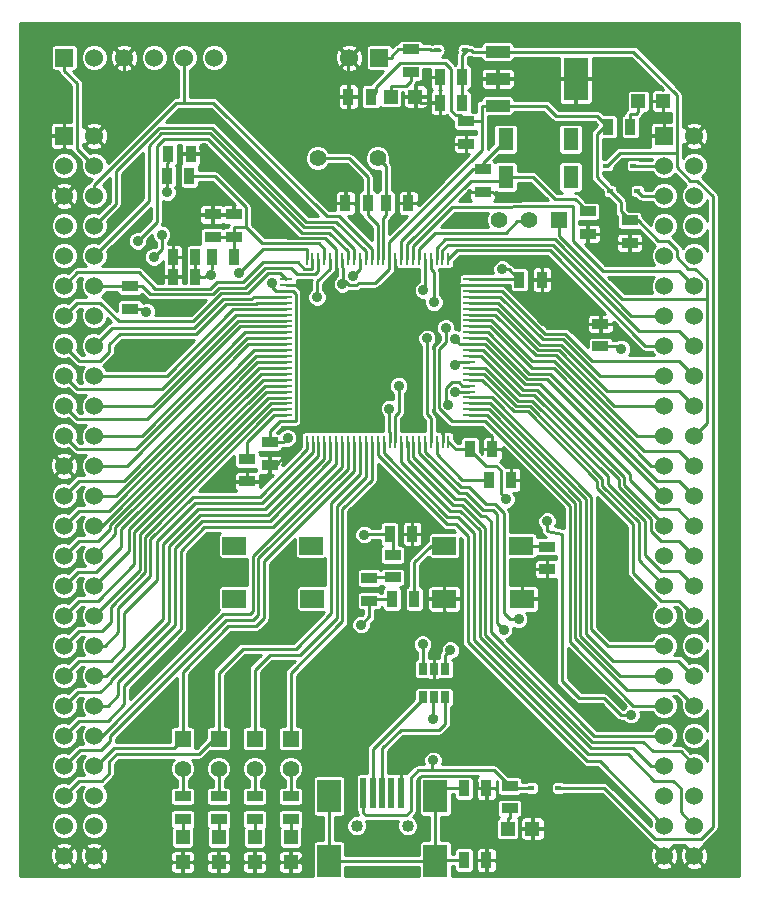
<source format=gtl>
G04 (created by PCBNEW (2013-mar-13)-testing) date Птн 14 Фев 2014 21:12:23*
%MOIN*%
G04 Gerber Fmt 3.4, Leading zero omitted, Abs format*
%FSLAX34Y34*%
G01*
G70*
G90*
G04 APERTURE LIST*
%ADD10C,0.005906*%
%ADD11R,0.055000X0.035000*%
%ADD12R,0.035000X0.055000*%
%ADD13R,0.047200X0.047200*%
%ADD14R,0.055000X0.055000*%
%ADD15C,0.055000*%
%ADD16R,0.060000X0.060000*%
%ADD17C,0.060000*%
%ADD18R,0.040000X0.010000*%
%ADD19R,0.010000X0.040000*%
%ADD20R,0.080000X0.144000*%
%ADD21R,0.080000X0.040000*%
%ADD22C,0.056000*%
%ADD23R,0.051181X0.074803*%
%ADD24R,0.020000X0.100000*%
%ADD25R,0.078740X0.110000*%
%ADD26C,0.040000*%
%ADD27R,0.019685X0.015748*%
%ADD28R,0.027559X0.039370*%
%ADD29R,0.078740X0.059055*%
%ADD30C,0.035000*%
%ADD31C,0.010000*%
G04 APERTURE END LIST*
G54D10*
G54D11*
X52100Y-51250D03*
X52100Y-50500D03*
G54D12*
X46725Y-39050D03*
X47475Y-39050D03*
X46125Y-39050D03*
X45375Y-39050D03*
G54D11*
X46175Y-52300D03*
X46175Y-51550D03*
G54D12*
X39625Y-40850D03*
X40375Y-40850D03*
X39625Y-41500D03*
X40375Y-41500D03*
G54D11*
X40950Y-39425D03*
X40950Y-40175D03*
X41650Y-39425D03*
X41650Y-40175D03*
X49400Y-37075D03*
X49400Y-36325D03*
G54D12*
X40225Y-37400D03*
X39475Y-37400D03*
X45475Y-35500D03*
X46225Y-35500D03*
G54D11*
X42850Y-47775D03*
X42850Y-47025D03*
G54D12*
X50275Y-47250D03*
X49525Y-47250D03*
X51925Y-41600D03*
X51175Y-41600D03*
G54D11*
X42100Y-47575D03*
X42100Y-48325D03*
X54850Y-40375D03*
X54850Y-39625D03*
G54D12*
X50150Y-48275D03*
X50900Y-48275D03*
X48525Y-35700D03*
X49275Y-35700D03*
X49275Y-34850D03*
X48525Y-34850D03*
G54D13*
X39950Y-60187D03*
X39950Y-61013D03*
X41150Y-60187D03*
X41150Y-61013D03*
X42350Y-60187D03*
X42350Y-61013D03*
X43550Y-60187D03*
X43550Y-61013D03*
X46887Y-35500D03*
X47713Y-35500D03*
X50787Y-59900D03*
X51613Y-59900D03*
X55137Y-35650D03*
X55963Y-35650D03*
G54D12*
X40175Y-38150D03*
X39425Y-38150D03*
G54D14*
X39950Y-56900D03*
G54D15*
X39950Y-57900D03*
G54D14*
X41150Y-56900D03*
G54D15*
X41150Y-57900D03*
G54D14*
X42350Y-56900D03*
G54D15*
X42350Y-57900D03*
G54D14*
X43550Y-56900D03*
G54D15*
X43550Y-57900D03*
G54D14*
X52500Y-39600D03*
G54D15*
X51500Y-39600D03*
X50500Y-39600D03*
G54D16*
X36000Y-36800D03*
G54D17*
X37000Y-36800D03*
X36000Y-37800D03*
X37000Y-37800D03*
X36000Y-38800D03*
X37000Y-38800D03*
X36000Y-39800D03*
X37000Y-39800D03*
X36000Y-40800D03*
X37000Y-40800D03*
X36000Y-41800D03*
X37000Y-41800D03*
X36000Y-42800D03*
X37000Y-42800D03*
X36000Y-43800D03*
X37000Y-43800D03*
X36000Y-44800D03*
X37000Y-44800D03*
X36000Y-45800D03*
X37000Y-45800D03*
X36000Y-46800D03*
X37000Y-46800D03*
X36000Y-47800D03*
X37000Y-47800D03*
X36000Y-48800D03*
X37000Y-48800D03*
X36000Y-49800D03*
X37000Y-49800D03*
X36000Y-50800D03*
X37000Y-50800D03*
X36000Y-51800D03*
X37000Y-51800D03*
X36000Y-52800D03*
X37000Y-52800D03*
X36000Y-53800D03*
X37000Y-53800D03*
X36000Y-54800D03*
X37000Y-54800D03*
X36000Y-55800D03*
X37000Y-55800D03*
X36000Y-56800D03*
X37000Y-56800D03*
X36000Y-57800D03*
X37000Y-57800D03*
X36000Y-58800D03*
X37000Y-58800D03*
X36000Y-59800D03*
X37000Y-59800D03*
X36000Y-60800D03*
X37000Y-60800D03*
G54D16*
X56000Y-36800D03*
G54D17*
X57000Y-36800D03*
X56000Y-37800D03*
X57000Y-37800D03*
X56000Y-38800D03*
X57000Y-38800D03*
X56000Y-39800D03*
X57000Y-39800D03*
X56000Y-40800D03*
X57000Y-40800D03*
X56000Y-41800D03*
X57000Y-41800D03*
X56000Y-42800D03*
X57000Y-42800D03*
X56000Y-43800D03*
X57000Y-43800D03*
X56000Y-44800D03*
X57000Y-44800D03*
X56000Y-45800D03*
X57000Y-45800D03*
X56000Y-46800D03*
X57000Y-46800D03*
X56000Y-47800D03*
X57000Y-47800D03*
X56000Y-48800D03*
X57000Y-48800D03*
X56000Y-49800D03*
X57000Y-49800D03*
X56000Y-50800D03*
X57000Y-50800D03*
X56000Y-51800D03*
X57000Y-51800D03*
X56000Y-52800D03*
X57000Y-52800D03*
X56000Y-53800D03*
X57000Y-53800D03*
X56000Y-54800D03*
X57000Y-54800D03*
X56000Y-55800D03*
X57000Y-55800D03*
X56000Y-56800D03*
X57000Y-56800D03*
X56000Y-57800D03*
X57000Y-57800D03*
X56000Y-58800D03*
X57000Y-58800D03*
X56000Y-59800D03*
X57000Y-59800D03*
X56000Y-60800D03*
X57000Y-60800D03*
G54D16*
X46500Y-34200D03*
G54D17*
X45500Y-34200D03*
G54D16*
X36000Y-34200D03*
G54D17*
X37000Y-34200D03*
X38000Y-34200D03*
X39000Y-34200D03*
X40000Y-34200D03*
X41000Y-34200D03*
G54D12*
X46850Y-50075D03*
X47600Y-50075D03*
G54D11*
X46950Y-51525D03*
X46950Y-50775D03*
G54D12*
X46925Y-52250D03*
X47675Y-52250D03*
G54D11*
X53875Y-43075D03*
X53875Y-43825D03*
X38200Y-41825D03*
X38200Y-42575D03*
X39950Y-59575D03*
X39950Y-58825D03*
X41150Y-59575D03*
X41150Y-58825D03*
X42350Y-59575D03*
X42350Y-58825D03*
X43550Y-59575D03*
X43550Y-58825D03*
G54D12*
X41675Y-40850D03*
X40925Y-40850D03*
G54D11*
X47550Y-34675D03*
X47550Y-33925D03*
X50850Y-59225D03*
X50850Y-58475D03*
G54D12*
X54875Y-36500D03*
X54125Y-36500D03*
G54D18*
X49500Y-41590D03*
X49500Y-46310D03*
X49500Y-46110D03*
X49500Y-45920D03*
X49500Y-45720D03*
X49500Y-45520D03*
X49500Y-45330D03*
X49500Y-45130D03*
X49500Y-44930D03*
X49500Y-44740D03*
X49500Y-44540D03*
X49500Y-44340D03*
X49500Y-44140D03*
X49500Y-43950D03*
X49500Y-43750D03*
X49500Y-43550D03*
X49500Y-43360D03*
X49500Y-43160D03*
X49500Y-42960D03*
X49500Y-42770D03*
X49500Y-42570D03*
X49500Y-42370D03*
X49500Y-42180D03*
X49500Y-41980D03*
X49500Y-41780D03*
G54D19*
X48810Y-47000D03*
X44090Y-47000D03*
X44290Y-47000D03*
X44480Y-47000D03*
X44680Y-47000D03*
X44880Y-47000D03*
X45070Y-47000D03*
X45270Y-47000D03*
X45470Y-47000D03*
X45660Y-47000D03*
X45860Y-47000D03*
X46060Y-47000D03*
X46260Y-47000D03*
X46450Y-47000D03*
X46650Y-47000D03*
X46850Y-47000D03*
X47040Y-47000D03*
X47240Y-47000D03*
X47440Y-47000D03*
X47630Y-47000D03*
X47830Y-47000D03*
X48030Y-47000D03*
X48220Y-47000D03*
X48420Y-47000D03*
X48620Y-47000D03*
X48810Y-40900D03*
X48610Y-40900D03*
X48420Y-40900D03*
X48220Y-40900D03*
X48020Y-40900D03*
X47830Y-40900D03*
X47630Y-40900D03*
X47430Y-40900D03*
X47240Y-40900D03*
X47040Y-40900D03*
X46840Y-40900D03*
X46640Y-40900D03*
X46450Y-40900D03*
X46250Y-40900D03*
X46050Y-40900D03*
X45860Y-40900D03*
X45660Y-40900D03*
X45460Y-40900D03*
X45270Y-40900D03*
X45070Y-40900D03*
X44870Y-40900D03*
X44680Y-40900D03*
X44480Y-40900D03*
X44280Y-40900D03*
X44090Y-40900D03*
G54D18*
X43400Y-41590D03*
X43400Y-41790D03*
X43400Y-41980D03*
X43400Y-42180D03*
X43400Y-42380D03*
X43400Y-42570D03*
X43400Y-42770D03*
X43400Y-42970D03*
X43400Y-43160D03*
X43400Y-43360D03*
X43400Y-43560D03*
X43400Y-43760D03*
X43400Y-43950D03*
X43400Y-44150D03*
X43400Y-44350D03*
X43400Y-44540D03*
X43400Y-44740D03*
X43400Y-44940D03*
X43400Y-45130D03*
X43400Y-45330D03*
X43400Y-45530D03*
X43400Y-45720D03*
X43400Y-45920D03*
X43400Y-46120D03*
X43400Y-46310D03*
G54D20*
X53050Y-34900D03*
G54D21*
X50450Y-34900D03*
X50450Y-35800D03*
X50450Y-34000D03*
G54D22*
X44450Y-37550D03*
X46450Y-37550D03*
G54D12*
X49325Y-58550D03*
X50075Y-58550D03*
X49325Y-60950D03*
X50075Y-60950D03*
G54D11*
X53450Y-40075D03*
X53450Y-39325D03*
X49950Y-38675D03*
X49950Y-37925D03*
G54D23*
X50717Y-38179D03*
X52882Y-38179D03*
X52882Y-36920D03*
X50717Y-36920D03*
G54D24*
X45970Y-58700D03*
X46285Y-58700D03*
X46600Y-58700D03*
X46914Y-58700D03*
X47229Y-58700D03*
G54D25*
X44828Y-60981D03*
X48371Y-60981D03*
X44828Y-58815D03*
X48371Y-58815D03*
G54D26*
X45750Y-59800D03*
X47450Y-59800D03*
G54D27*
X48447Y-33950D03*
X49352Y-33950D03*
X51572Y-58550D03*
X52477Y-58550D03*
X54197Y-38650D03*
X55102Y-38650D03*
X54072Y-37800D03*
X54977Y-37800D03*
G54D28*
X48699Y-54577D03*
X48325Y-54577D03*
X47950Y-54577D03*
X47950Y-55522D03*
X48325Y-55522D03*
X48699Y-55522D03*
G54D29*
X48670Y-50464D03*
X51229Y-50464D03*
X51268Y-52235D03*
X48670Y-52235D03*
X41670Y-50464D03*
X44229Y-50464D03*
X44268Y-52235D03*
X41670Y-52235D03*
G54D30*
X54575Y-43900D03*
X47950Y-53750D03*
X50650Y-53275D03*
X51150Y-52925D03*
X48875Y-53950D03*
X48101Y-43558D03*
X48719Y-43211D03*
X41823Y-41384D03*
X39250Y-40096D03*
X38985Y-40845D03*
X49034Y-43569D03*
X45616Y-41474D03*
X38453Y-40310D03*
X46845Y-45896D03*
X52100Y-49650D03*
X54900Y-56100D03*
X47150Y-45137D03*
X49039Y-45335D03*
X48808Y-45767D03*
X49039Y-44459D03*
X48326Y-42354D03*
X47975Y-41950D03*
X43450Y-46875D03*
X50725Y-48925D03*
X50600Y-41250D03*
X45900Y-53100D03*
X42935Y-41700D03*
X45272Y-41739D03*
X39425Y-38690D03*
X48300Y-56250D03*
X48300Y-57625D03*
X54150Y-40300D03*
X54650Y-41725D03*
X38025Y-44300D03*
X39550Y-42575D03*
X53300Y-54975D03*
X52525Y-57650D03*
X53850Y-56000D03*
X54200Y-53100D03*
X40550Y-55300D03*
X39100Y-56125D03*
X43900Y-55400D03*
X40550Y-52700D03*
X45550Y-60500D03*
X46700Y-61300D03*
X51450Y-38750D03*
X48900Y-39700D03*
X48900Y-37500D03*
X44500Y-38550D03*
X54150Y-34900D03*
X56500Y-39300D03*
X42857Y-39592D03*
X40050Y-36200D03*
X43200Y-34850D03*
X42400Y-35650D03*
X40600Y-35200D03*
X40664Y-37208D03*
X46000Y-50100D03*
X38743Y-42665D03*
X44439Y-42183D03*
X40900Y-41431D03*
G54D31*
X55430Y-38800D02*
X55252Y-38800D01*
X56000Y-38800D02*
X55430Y-38800D01*
X55252Y-38800D02*
X55102Y-38650D01*
X56000Y-37800D02*
X54925Y-37800D01*
X56150Y-60250D02*
X57224Y-60250D01*
X56430Y-37861D02*
X56430Y-37365D01*
X56430Y-37861D02*
X56868Y-38300D01*
X56868Y-38300D02*
X57114Y-38300D01*
X57114Y-38300D02*
X57624Y-38810D01*
X57624Y-38810D02*
X57624Y-57784D01*
X57624Y-59850D02*
X57624Y-57784D01*
X57224Y-60250D02*
X57624Y-59850D01*
X54723Y-37365D02*
X54531Y-37365D01*
X54531Y-37365D02*
X54097Y-37800D01*
X56430Y-37365D02*
X54723Y-37365D01*
X49275Y-33950D02*
X49427Y-33950D01*
X49427Y-33950D02*
X49580Y-33950D01*
X49275Y-34102D02*
X49275Y-34850D01*
X49427Y-33950D02*
X49275Y-34102D01*
X49275Y-34850D02*
X49275Y-35700D01*
X49630Y-34000D02*
X50450Y-34000D01*
X49580Y-33950D02*
X49630Y-34000D01*
X56430Y-35450D02*
X56430Y-37365D01*
X50450Y-34000D02*
X54979Y-34000D01*
X54979Y-34000D02*
X56430Y-35450D01*
X54004Y-58550D02*
X52425Y-58550D01*
X55704Y-60250D02*
X54004Y-58550D01*
X56171Y-60250D02*
X56150Y-60250D01*
X56150Y-60250D02*
X55704Y-60250D01*
X53875Y-43825D02*
X54500Y-43825D01*
X54500Y-43825D02*
X54575Y-43900D01*
X50369Y-42770D02*
X49500Y-42770D01*
X51725Y-44125D02*
X50369Y-42770D01*
X52413Y-44125D02*
X51725Y-44125D01*
X55087Y-46800D02*
X52413Y-44125D01*
X56000Y-46800D02*
X55087Y-46800D01*
X48699Y-55572D02*
X48699Y-56400D01*
X46600Y-57225D02*
X46600Y-58700D01*
X47225Y-56600D02*
X46600Y-57225D01*
X48500Y-56600D02*
X47225Y-56600D01*
X48699Y-56400D02*
X48500Y-56600D01*
X46285Y-58700D02*
X46285Y-57238D01*
X46285Y-57238D02*
X47950Y-55572D01*
X51229Y-50464D02*
X52064Y-50464D01*
X52064Y-50464D02*
X52100Y-50500D01*
X47675Y-52250D02*
X47675Y-51025D01*
X48235Y-50464D02*
X48670Y-50464D01*
X47675Y-51025D02*
X48235Y-50464D01*
X46250Y-40900D02*
X46250Y-40569D01*
X40000Y-34200D02*
X40000Y-35712D01*
X37000Y-38458D02*
X37000Y-38800D01*
X40000Y-35712D02*
X39746Y-35712D01*
X39746Y-35712D02*
X37000Y-38458D01*
X40979Y-35712D02*
X40000Y-35712D01*
X44756Y-39489D02*
X40979Y-35712D01*
X45169Y-39489D02*
X44756Y-39489D01*
X46250Y-40569D02*
X45169Y-39489D01*
X37769Y-41800D02*
X37794Y-41825D01*
X37000Y-41800D02*
X37769Y-41800D01*
X37997Y-41825D02*
X37794Y-41825D01*
X37997Y-41825D02*
X38200Y-41825D01*
X38200Y-41825D02*
X38605Y-41825D01*
X38865Y-42085D02*
X38605Y-41825D01*
X40949Y-42085D02*
X38865Y-42085D01*
X41165Y-41869D02*
X40949Y-42085D01*
X42046Y-41869D02*
X41165Y-41869D01*
X42709Y-41206D02*
X42046Y-41869D01*
X43568Y-41206D02*
X42709Y-41206D01*
X43772Y-41411D02*
X43568Y-41206D01*
X44375Y-41411D02*
X43772Y-41411D01*
X44480Y-41307D02*
X44375Y-41411D01*
X44480Y-40900D02*
X44480Y-41307D01*
X44280Y-40900D02*
X44280Y-41230D01*
X36439Y-41360D02*
X36000Y-41800D01*
X38502Y-41360D02*
X36439Y-41360D01*
X39046Y-41905D02*
X38502Y-41360D01*
X40875Y-41905D02*
X39046Y-41905D01*
X41091Y-41689D02*
X40875Y-41905D01*
X41972Y-41689D02*
X41091Y-41689D01*
X42634Y-41026D02*
X41972Y-41689D01*
X43782Y-41026D02*
X42634Y-41026D01*
X43986Y-41230D02*
X43782Y-41026D01*
X44280Y-41230D02*
X43986Y-41230D01*
X47630Y-47000D02*
X47630Y-47505D01*
X53675Y-56800D02*
X56000Y-56800D01*
X50225Y-53350D02*
X53675Y-56800D01*
X50225Y-49655D02*
X50225Y-53350D01*
X50044Y-49475D02*
X50225Y-49655D01*
X49900Y-49475D02*
X50044Y-49475D01*
X49327Y-48902D02*
X49900Y-49475D01*
X49027Y-48902D02*
X49327Y-48902D01*
X47630Y-47505D02*
X49027Y-48902D01*
X55940Y-56800D02*
X56000Y-56800D01*
X50425Y-52800D02*
X50425Y-53050D01*
X47830Y-47384D02*
X49160Y-48714D01*
X49160Y-48714D02*
X49414Y-48714D01*
X49414Y-48714D02*
X49975Y-49275D01*
X49975Y-49275D02*
X50294Y-49275D01*
X50294Y-49275D02*
X50425Y-49405D01*
X50425Y-49405D02*
X50425Y-52800D01*
X47830Y-47000D02*
X47830Y-47384D01*
X47950Y-53750D02*
X47950Y-54627D01*
X47950Y-53750D02*
X47950Y-53750D01*
X50425Y-53050D02*
X50650Y-53275D01*
X48699Y-54627D02*
X48699Y-54125D01*
X48030Y-47330D02*
X49225Y-48525D01*
X49225Y-48525D02*
X49500Y-48525D01*
X49500Y-48525D02*
X50050Y-49075D01*
X50050Y-49075D02*
X50350Y-49075D01*
X50350Y-49075D02*
X50650Y-49375D01*
X50650Y-49375D02*
X50650Y-52725D01*
X50650Y-52725D02*
X50850Y-52925D01*
X50850Y-52925D02*
X51150Y-52925D01*
X48030Y-47330D02*
X48030Y-47000D01*
X48699Y-54125D02*
X48875Y-53950D01*
X48101Y-46094D02*
X48101Y-43558D01*
X48220Y-46212D02*
X48101Y-46094D01*
X48220Y-47000D02*
X48220Y-46212D01*
X56000Y-55800D02*
X54975Y-55800D01*
X50030Y-46310D02*
X49500Y-46310D01*
X52850Y-49129D02*
X50030Y-46310D01*
X52850Y-53675D02*
X52850Y-49129D01*
X54975Y-55800D02*
X52850Y-53675D01*
X48916Y-46310D02*
X49500Y-46310D01*
X48499Y-45892D02*
X48916Y-46310D01*
X48499Y-43915D02*
X48499Y-45892D01*
X48719Y-43694D02*
X48499Y-43915D01*
X48719Y-43211D02*
X48719Y-43694D01*
X49500Y-46110D02*
X50085Y-46110D01*
X56475Y-55275D02*
X57000Y-55800D01*
X54750Y-55275D02*
X56475Y-55275D01*
X53030Y-53555D02*
X54750Y-55275D01*
X53030Y-49054D02*
X53030Y-53555D01*
X50085Y-46110D02*
X53030Y-49054D01*
X39250Y-40580D02*
X38985Y-40845D01*
X39250Y-40096D02*
X39250Y-40580D01*
X44090Y-40900D02*
X44090Y-40569D01*
X42637Y-40569D02*
X41823Y-41384D01*
X44090Y-40569D02*
X42637Y-40569D01*
X39550Y-42990D02*
X40299Y-42990D01*
X43197Y-41387D02*
X43400Y-41590D01*
X43197Y-41387D02*
X42794Y-41387D01*
X42794Y-41387D02*
X42133Y-42049D01*
X42133Y-42049D02*
X41240Y-42049D01*
X41240Y-42049D02*
X40570Y-42719D01*
X40299Y-42990D02*
X40570Y-42719D01*
X36437Y-42362D02*
X36000Y-42800D01*
X37196Y-42362D02*
X36437Y-42362D01*
X37824Y-42990D02*
X37196Y-42362D01*
X39575Y-42990D02*
X39550Y-42990D01*
X39550Y-42990D02*
X37824Y-42990D01*
X41314Y-42229D02*
X41314Y-42229D01*
X43400Y-42180D02*
X42305Y-42180D01*
X42305Y-42180D02*
X42255Y-42229D01*
X42255Y-42229D02*
X41314Y-42229D01*
X37600Y-43200D02*
X37000Y-43800D01*
X40344Y-43200D02*
X37600Y-43200D01*
X41314Y-42229D02*
X40344Y-43200D01*
X41400Y-42409D02*
X41389Y-42409D01*
X41389Y-42409D02*
X40399Y-43400D01*
X36500Y-44300D02*
X36000Y-43800D01*
X37200Y-44300D02*
X36500Y-44300D01*
X37500Y-44000D02*
X37200Y-44300D01*
X37500Y-43750D02*
X37500Y-44000D01*
X37850Y-43400D02*
X37500Y-43750D01*
X40399Y-43400D02*
X37850Y-43400D01*
X42392Y-42409D02*
X41400Y-42409D01*
X42422Y-42380D02*
X42392Y-42409D01*
X43400Y-42380D02*
X42422Y-42380D01*
X43400Y-42570D02*
X43069Y-42570D01*
X39426Y-44800D02*
X37000Y-44800D01*
X41636Y-42589D02*
X39426Y-44800D01*
X43050Y-42589D02*
X41636Y-42589D01*
X43069Y-42570D02*
X43050Y-42589D01*
X36437Y-45237D02*
X36000Y-44800D01*
X39264Y-45237D02*
X36437Y-45237D01*
X41732Y-42770D02*
X39264Y-45237D01*
X43069Y-42770D02*
X41732Y-42770D01*
X43069Y-42770D02*
X43069Y-42770D01*
X43400Y-42770D02*
X43069Y-42770D01*
X47240Y-47000D02*
X47240Y-47665D01*
X55550Y-57800D02*
X56000Y-57800D01*
X54975Y-57225D02*
X55550Y-57800D01*
X53550Y-57225D02*
X54975Y-57225D01*
X49850Y-53525D02*
X53550Y-57225D01*
X49850Y-49950D02*
X49850Y-53525D01*
X49200Y-49300D02*
X49850Y-49950D01*
X48875Y-49300D02*
X49200Y-49300D01*
X47240Y-47665D02*
X48875Y-49300D01*
X57000Y-57800D02*
X57000Y-57775D01*
X47449Y-47000D02*
X47440Y-47000D01*
X47449Y-47599D02*
X47449Y-47000D01*
X48950Y-49100D02*
X47449Y-47599D01*
X49270Y-49100D02*
X48950Y-49100D01*
X50044Y-49874D02*
X49270Y-49100D01*
X50044Y-53444D02*
X50044Y-49874D01*
X53600Y-57000D02*
X50044Y-53444D01*
X55300Y-57000D02*
X53600Y-57000D01*
X55625Y-57325D02*
X55300Y-57000D01*
X56550Y-57325D02*
X55625Y-57325D01*
X57000Y-57775D02*
X56550Y-57325D01*
X42033Y-43360D02*
X43400Y-43360D01*
X38593Y-46800D02*
X42033Y-43360D01*
X37000Y-46800D02*
X38593Y-46800D01*
X42088Y-43560D02*
X43400Y-43560D01*
X38411Y-47237D02*
X42088Y-43560D01*
X36437Y-47237D02*
X38411Y-47237D01*
X36000Y-46800D02*
X36437Y-47237D01*
X42886Y-45720D02*
X43069Y-45720D01*
X38517Y-50089D02*
X42886Y-45720D01*
X38517Y-51282D02*
X38517Y-50089D01*
X37000Y-52800D02*
X38517Y-51282D01*
X43400Y-45720D02*
X43069Y-45720D01*
X43400Y-45920D02*
X42941Y-45920D01*
X36500Y-53300D02*
X36000Y-53800D01*
X37250Y-53300D02*
X36500Y-53300D01*
X37550Y-53000D02*
X37250Y-53300D01*
X37550Y-52504D02*
X37550Y-53000D01*
X38697Y-51357D02*
X37550Y-52504D01*
X38697Y-50164D02*
X38697Y-51357D01*
X42941Y-45920D02*
X38697Y-50164D01*
X44090Y-47000D02*
X44090Y-47260D01*
X37350Y-53800D02*
X37000Y-53800D01*
X37800Y-53350D02*
X37350Y-53800D01*
X37800Y-52550D02*
X37800Y-53350D01*
X38877Y-51472D02*
X37800Y-52550D01*
X38877Y-50238D02*
X38877Y-51472D01*
X40282Y-48832D02*
X38877Y-50238D01*
X42517Y-48832D02*
X40282Y-48832D01*
X44090Y-47260D02*
X42517Y-48832D01*
X44290Y-47000D02*
X44290Y-47360D01*
X36500Y-54300D02*
X36000Y-54800D01*
X37550Y-54300D02*
X36500Y-54300D01*
X38000Y-53850D02*
X37550Y-54300D01*
X38000Y-52700D02*
X38000Y-53850D01*
X39100Y-51600D02*
X38000Y-52700D01*
X39100Y-50300D02*
X39100Y-51600D01*
X40364Y-49035D02*
X39100Y-50300D01*
X42614Y-49035D02*
X40364Y-49035D01*
X44290Y-47360D02*
X42614Y-49035D01*
X44480Y-47000D02*
X44480Y-47470D01*
X37400Y-54800D02*
X37000Y-54800D01*
X39300Y-52900D02*
X37400Y-54800D01*
X39300Y-50400D02*
X39300Y-52900D01*
X40450Y-49250D02*
X39300Y-50400D01*
X42700Y-49250D02*
X40450Y-49250D01*
X44480Y-47470D02*
X42700Y-49250D01*
X44680Y-47000D02*
X44680Y-47570D01*
X36450Y-55350D02*
X36000Y-55800D01*
X37200Y-55350D02*
X36450Y-55350D01*
X37550Y-55000D02*
X37200Y-55350D01*
X37550Y-54950D02*
X37550Y-55000D01*
X39500Y-53000D02*
X37550Y-54950D01*
X39500Y-50480D02*
X39500Y-53000D01*
X40530Y-49450D02*
X39500Y-50480D01*
X42800Y-49450D02*
X40530Y-49450D01*
X44680Y-47570D02*
X42800Y-49450D01*
X42143Y-43760D02*
X43400Y-43760D01*
X38103Y-47800D02*
X42143Y-43760D01*
X37000Y-47800D02*
X38103Y-47800D01*
X49500Y-43750D02*
X49830Y-43750D01*
X49169Y-43704D02*
X49034Y-43569D01*
X49169Y-43750D02*
X49169Y-43704D01*
X49500Y-43750D02*
X49169Y-43750D01*
X50017Y-43750D02*
X49830Y-43750D01*
X51357Y-45090D02*
X50017Y-43750D01*
X51867Y-45090D02*
X51357Y-45090D01*
X54848Y-48071D02*
X51867Y-45090D01*
X54848Y-48262D02*
X54848Y-48071D01*
X55834Y-49248D02*
X54848Y-48262D01*
X56448Y-49248D02*
X55834Y-49248D01*
X57000Y-49800D02*
X56448Y-49248D01*
X50072Y-43550D02*
X49500Y-43550D01*
X51431Y-44909D02*
X50072Y-43550D01*
X52109Y-44909D02*
X51431Y-44909D01*
X56000Y-48800D02*
X52109Y-44909D01*
X50136Y-43360D02*
X49500Y-43360D01*
X51506Y-44729D02*
X50136Y-43360D01*
X52207Y-44729D02*
X51506Y-44729D01*
X55777Y-48300D02*
X52207Y-44729D01*
X56500Y-48300D02*
X55777Y-48300D01*
X57000Y-48800D02*
X56500Y-48300D01*
X50191Y-43160D02*
X49500Y-43160D01*
X51581Y-44549D02*
X50191Y-43160D01*
X52327Y-44549D02*
X51581Y-44549D01*
X55578Y-47800D02*
X52327Y-44549D01*
X56000Y-47800D02*
X55578Y-47800D01*
X49500Y-42960D02*
X49830Y-42960D01*
X50246Y-42960D02*
X49830Y-42960D01*
X51592Y-44305D02*
X50246Y-42960D01*
X52338Y-44305D02*
X51592Y-44305D01*
X55332Y-47300D02*
X52338Y-44305D01*
X56500Y-47300D02*
X55332Y-47300D01*
X57000Y-47800D02*
X56500Y-47300D01*
X49500Y-42570D02*
X49830Y-42570D01*
X50424Y-42570D02*
X49830Y-42570D01*
X51799Y-43945D02*
X50424Y-42570D01*
X52487Y-43945D02*
X51799Y-43945D01*
X54342Y-45800D02*
X52487Y-43945D01*
X56000Y-45800D02*
X54342Y-45800D01*
X50478Y-42370D02*
X49500Y-42370D01*
X51874Y-43765D02*
X50478Y-42370D01*
X52562Y-43765D02*
X51874Y-43765D01*
X54097Y-45300D02*
X52562Y-43765D01*
X56500Y-45300D02*
X54097Y-45300D01*
X57000Y-45800D02*
X56500Y-45300D01*
X37717Y-39082D02*
X37000Y-39800D01*
X37717Y-37995D02*
X37717Y-39082D01*
X39170Y-36542D02*
X37717Y-37995D01*
X40940Y-36542D02*
X39170Y-36542D01*
X44066Y-39669D02*
X40940Y-36542D01*
X45066Y-39669D02*
X44066Y-39669D01*
X46050Y-40652D02*
X45066Y-39669D01*
X46050Y-40900D02*
X46050Y-40652D01*
X45860Y-41230D02*
X45616Y-41474D01*
X45860Y-40900D02*
X45860Y-41230D01*
X49500Y-45920D02*
X50149Y-45920D01*
X54529Y-54800D02*
X56000Y-54800D01*
X53210Y-53480D02*
X54529Y-54800D01*
X53210Y-48980D02*
X53210Y-53480D01*
X50149Y-45920D02*
X53210Y-48980D01*
X49500Y-45720D02*
X50204Y-45720D01*
X56975Y-54800D02*
X57000Y-54800D01*
X56475Y-54300D02*
X56975Y-54800D01*
X54284Y-54300D02*
X56475Y-54300D01*
X53390Y-53405D02*
X54284Y-54300D01*
X53390Y-48905D02*
X53390Y-53405D01*
X50204Y-45720D02*
X53390Y-48905D01*
X49500Y-45520D02*
X50258Y-45520D01*
X54125Y-53800D02*
X56000Y-53800D01*
X53570Y-53245D02*
X54125Y-53800D01*
X53570Y-48831D02*
X53570Y-53245D01*
X50258Y-45520D02*
X53570Y-48831D01*
X47630Y-40900D02*
X47630Y-40489D01*
X56500Y-41300D02*
X57000Y-41800D01*
X53950Y-41300D02*
X56500Y-41300D01*
X52950Y-40300D02*
X53950Y-41300D01*
X52950Y-39150D02*
X52950Y-40300D01*
X47630Y-40489D02*
X48944Y-39174D01*
X48944Y-39174D02*
X52950Y-39150D01*
X45660Y-40900D02*
X45660Y-40569D01*
X38831Y-38968D02*
X37000Y-40800D01*
X38831Y-37136D02*
X38831Y-38968D01*
X39245Y-36722D02*
X38831Y-37136D01*
X40865Y-36722D02*
X39245Y-36722D01*
X43991Y-39849D02*
X40865Y-36722D01*
X44939Y-39849D02*
X43991Y-39849D01*
X45660Y-40569D02*
X44939Y-39849D01*
X39085Y-39678D02*
X38453Y-40310D01*
X39085Y-37137D02*
X39085Y-39678D01*
X39319Y-36903D02*
X39085Y-37137D01*
X40790Y-36903D02*
X39319Y-36903D01*
X43917Y-40029D02*
X40790Y-36903D01*
X44838Y-40029D02*
X43917Y-40029D01*
X45460Y-40651D02*
X44838Y-40029D01*
X45460Y-40900D02*
X45460Y-40651D01*
X43400Y-42970D02*
X43069Y-42970D01*
X41787Y-42970D02*
X43069Y-42970D01*
X38957Y-45800D02*
X41787Y-42970D01*
X37000Y-45800D02*
X38957Y-45800D01*
X41851Y-43160D02*
X43400Y-43160D01*
X38774Y-46237D02*
X41851Y-43160D01*
X36437Y-46237D02*
X38774Y-46237D01*
X36000Y-45800D02*
X36437Y-46237D01*
X46450Y-47000D02*
X46450Y-47450D01*
X53850Y-57650D02*
X56000Y-59800D01*
X53425Y-57650D02*
X53850Y-57650D01*
X49450Y-53675D02*
X53425Y-57650D01*
X49450Y-50150D02*
X49450Y-53675D01*
X49050Y-49750D02*
X49450Y-50150D01*
X48750Y-49750D02*
X49050Y-49750D01*
X46450Y-47450D02*
X48750Y-49750D01*
X46650Y-47000D02*
X46650Y-47375D01*
X56550Y-59350D02*
X57000Y-59800D01*
X56550Y-58550D02*
X56550Y-59350D01*
X56300Y-58300D02*
X56550Y-58550D01*
X55675Y-58300D02*
X56300Y-58300D01*
X54800Y-57425D02*
X55675Y-58300D01*
X53475Y-57425D02*
X54800Y-57425D01*
X49650Y-53600D02*
X53475Y-57425D01*
X49650Y-50030D02*
X49650Y-53600D01*
X49119Y-49500D02*
X49650Y-50030D01*
X48775Y-49500D02*
X49119Y-49500D01*
X46650Y-47375D02*
X48775Y-49500D01*
X54900Y-56100D02*
X54550Y-56100D01*
X52100Y-49975D02*
X52599Y-50074D01*
X52599Y-50074D02*
X52588Y-52913D01*
X46845Y-46664D02*
X46845Y-45896D01*
X46850Y-46669D02*
X46845Y-46664D01*
X46850Y-46669D02*
X46850Y-47000D01*
X52100Y-49650D02*
X52100Y-49975D01*
X52588Y-54963D02*
X52588Y-52913D01*
X53175Y-55550D02*
X52588Y-54963D01*
X54000Y-55550D02*
X53175Y-55550D01*
X54550Y-56100D02*
X54000Y-55550D01*
X54748Y-56100D02*
X54900Y-56100D01*
X47150Y-46023D02*
X47150Y-45137D01*
X47040Y-46133D02*
X47150Y-46023D01*
X47040Y-47000D02*
X47040Y-46133D01*
X49045Y-45330D02*
X49039Y-45335D01*
X49500Y-45330D02*
X49045Y-45330D01*
X48731Y-45690D02*
X48808Y-45767D01*
X48731Y-45208D02*
X48731Y-45690D01*
X48920Y-45020D02*
X48731Y-45208D01*
X49156Y-45020D02*
X48920Y-45020D01*
X49266Y-45130D02*
X49156Y-45020D01*
X49500Y-45130D02*
X49266Y-45130D01*
X37000Y-56800D02*
X37250Y-56800D01*
X45270Y-47830D02*
X45270Y-47000D01*
X42300Y-50800D02*
X45270Y-47830D01*
X42300Y-52650D02*
X42300Y-50800D01*
X42200Y-52750D02*
X42300Y-52650D01*
X41300Y-52750D02*
X42200Y-52750D01*
X37250Y-56800D02*
X41300Y-52750D01*
X45470Y-47000D02*
X45470Y-47905D01*
X36525Y-57275D02*
X36000Y-57800D01*
X37225Y-57275D02*
X36525Y-57275D01*
X37525Y-56975D02*
X37225Y-57275D01*
X37525Y-56825D02*
X37525Y-56975D01*
X41400Y-52950D02*
X37525Y-56825D01*
X42300Y-52950D02*
X41400Y-52950D01*
X42480Y-52769D02*
X42300Y-52950D01*
X42480Y-50894D02*
X42480Y-52769D01*
X45470Y-47905D02*
X42480Y-50894D01*
X45660Y-47000D02*
X45660Y-47990D01*
X39950Y-54675D02*
X39950Y-56900D01*
X41475Y-53150D02*
X39950Y-54675D01*
X42400Y-53150D02*
X41475Y-53150D01*
X42660Y-52889D02*
X42400Y-53150D01*
X42660Y-50989D02*
X42660Y-52889D01*
X45660Y-47990D02*
X42660Y-50989D01*
X37000Y-57800D02*
X37050Y-57800D01*
X39650Y-57200D02*
X39950Y-56900D01*
X37650Y-57200D02*
X39650Y-57200D01*
X37050Y-57800D02*
X37650Y-57200D01*
X45860Y-47000D02*
X45860Y-48090D01*
X41150Y-54700D02*
X41150Y-56900D01*
X41950Y-53900D02*
X41150Y-54700D01*
X43725Y-53900D02*
X41950Y-53900D01*
X44900Y-52725D02*
X43725Y-53900D01*
X44900Y-49050D02*
X44900Y-52725D01*
X45860Y-48090D02*
X44900Y-49050D01*
X41150Y-56900D02*
X41000Y-56900D01*
X36500Y-58300D02*
X36000Y-58800D01*
X37250Y-58300D02*
X36500Y-58300D01*
X37500Y-58050D02*
X37250Y-58300D01*
X37500Y-57650D02*
X37500Y-58050D01*
X37750Y-57400D02*
X37500Y-57650D01*
X40500Y-57400D02*
X37750Y-57400D01*
X41000Y-56900D02*
X40500Y-57400D01*
X46060Y-47000D02*
X46060Y-48170D01*
X42350Y-54600D02*
X42350Y-56900D01*
X42850Y-54100D02*
X42350Y-54600D01*
X43875Y-54100D02*
X42850Y-54100D01*
X45100Y-52875D02*
X43875Y-54100D01*
X45100Y-49130D02*
X45100Y-52875D01*
X46060Y-48170D02*
X45100Y-49130D01*
X46260Y-47000D02*
X46260Y-48265D01*
X43550Y-54725D02*
X43550Y-56900D01*
X45280Y-52994D02*
X43550Y-54725D01*
X45280Y-49244D02*
X45280Y-52994D01*
X46260Y-48265D02*
X45280Y-49244D01*
X49923Y-44930D02*
X49500Y-44930D01*
X50984Y-45990D02*
X49923Y-44930D01*
X51453Y-45990D02*
X50984Y-45990D01*
X53767Y-48304D02*
X51453Y-45990D01*
X53767Y-48550D02*
X53767Y-48304D01*
X54971Y-49754D02*
X53767Y-48550D01*
X54971Y-51386D02*
X54971Y-49754D01*
X55884Y-52300D02*
X54971Y-51386D01*
X56500Y-52300D02*
X55884Y-52300D01*
X57000Y-52800D02*
X56500Y-52300D01*
X49500Y-44740D02*
X49830Y-44740D01*
X49988Y-44740D02*
X49830Y-44740D01*
X51058Y-45810D02*
X49988Y-44740D01*
X51527Y-45810D02*
X51058Y-45810D01*
X53947Y-48230D02*
X51527Y-45810D01*
X53947Y-48475D02*
X53947Y-48230D01*
X55151Y-49679D02*
X53947Y-48475D01*
X55151Y-50951D02*
X55151Y-49679D01*
X56000Y-51800D02*
X55151Y-50951D01*
X50043Y-44540D02*
X49500Y-44540D01*
X51133Y-45630D02*
X50043Y-44540D01*
X51602Y-45630D02*
X51133Y-45630D01*
X54127Y-48155D02*
X51602Y-45630D01*
X54127Y-48401D02*
X54127Y-48155D01*
X55379Y-49652D02*
X54127Y-48401D01*
X55379Y-50787D02*
X55379Y-49652D01*
X55891Y-51300D02*
X55379Y-50787D01*
X56500Y-51300D02*
X55891Y-51300D01*
X57000Y-51800D02*
X56500Y-51300D01*
X49158Y-44340D02*
X49039Y-44459D01*
X49500Y-44340D02*
X49158Y-44340D01*
X49897Y-44140D02*
X49500Y-44140D01*
X51208Y-45450D02*
X49897Y-44140D01*
X51677Y-45450D02*
X51208Y-45450D01*
X54487Y-48261D02*
X51677Y-45450D01*
X54487Y-48506D02*
X54487Y-48261D01*
X55559Y-49578D02*
X54487Y-48506D01*
X55559Y-49977D02*
X55559Y-49578D01*
X55882Y-50300D02*
X55559Y-49977D01*
X56500Y-50300D02*
X55882Y-50300D01*
X57000Y-50800D02*
X56500Y-50300D01*
X49962Y-43950D02*
X49500Y-43950D01*
X51282Y-45270D02*
X49962Y-43950D01*
X51751Y-45270D02*
X51282Y-45270D01*
X54668Y-48186D02*
X51751Y-45270D01*
X54668Y-48432D02*
X54668Y-48186D01*
X56000Y-49764D02*
X54668Y-48432D01*
X56000Y-49800D02*
X56000Y-49764D01*
X44880Y-47000D02*
X44880Y-47624D01*
X37450Y-55800D02*
X37000Y-55800D01*
X37800Y-55450D02*
X37450Y-55800D01*
X37800Y-55000D02*
X37800Y-55450D01*
X39700Y-53100D02*
X37800Y-55000D01*
X39700Y-50550D02*
X39700Y-53100D01*
X40600Y-49650D02*
X39700Y-50550D01*
X42854Y-49650D02*
X40600Y-49650D01*
X44880Y-47624D02*
X42854Y-49650D01*
X45070Y-47000D02*
X45070Y-47730D01*
X36500Y-56300D02*
X36000Y-56800D01*
X37450Y-56300D02*
X36500Y-56300D01*
X38000Y-55750D02*
X37450Y-56300D01*
X38000Y-55150D02*
X38000Y-55750D01*
X39900Y-53250D02*
X38000Y-55150D01*
X39900Y-50630D02*
X39900Y-53250D01*
X40680Y-49850D02*
X39900Y-50630D01*
X42950Y-49850D02*
X40680Y-49850D01*
X45070Y-47730D02*
X42950Y-49850D01*
X50543Y-42180D02*
X49500Y-42180D01*
X51949Y-43585D02*
X50543Y-42180D01*
X52637Y-43585D02*
X51949Y-43585D01*
X53851Y-44800D02*
X52637Y-43585D01*
X56000Y-44800D02*
X53851Y-44800D01*
X49500Y-41980D02*
X49830Y-41980D01*
X50598Y-41980D02*
X49830Y-41980D01*
X52023Y-43405D02*
X50598Y-41980D01*
X52711Y-43405D02*
X52023Y-43405D01*
X53606Y-44300D02*
X52711Y-43405D01*
X56500Y-44300D02*
X53606Y-44300D01*
X57000Y-44800D02*
X56500Y-44300D01*
X42509Y-44540D02*
X43400Y-44540D01*
X37249Y-49800D02*
X42509Y-44540D01*
X37000Y-49800D02*
X37249Y-49800D01*
X43400Y-44740D02*
X43069Y-44740D01*
X42564Y-44740D02*
X43069Y-44740D01*
X37519Y-49785D02*
X42564Y-44740D01*
X37519Y-49909D02*
X37519Y-49785D01*
X37128Y-50300D02*
X37519Y-49909D01*
X36500Y-50300D02*
X37128Y-50300D01*
X36000Y-50800D02*
X36500Y-50300D01*
X42619Y-44940D02*
X43400Y-44940D01*
X37713Y-49845D02*
X42619Y-44940D01*
X37713Y-50086D02*
X37713Y-49845D01*
X37000Y-50800D02*
X37713Y-50086D01*
X43400Y-45130D02*
X43069Y-45130D01*
X42683Y-45130D02*
X43069Y-45130D01*
X37897Y-49915D02*
X42683Y-45130D01*
X37897Y-50516D02*
X37897Y-49915D01*
X37070Y-51343D02*
X37897Y-50516D01*
X36456Y-51343D02*
X37070Y-51343D01*
X36000Y-51800D02*
X36456Y-51343D01*
X42738Y-45330D02*
X43400Y-45330D01*
X38156Y-49911D02*
X42738Y-45330D01*
X38156Y-50643D02*
X38156Y-49911D01*
X37000Y-51800D02*
X38156Y-50643D01*
X42810Y-45530D02*
X43400Y-45530D01*
X38336Y-50004D02*
X42810Y-45530D01*
X38336Y-51078D02*
X38336Y-50004D01*
X37115Y-52300D02*
X38336Y-51078D01*
X36500Y-52300D02*
X37115Y-52300D01*
X36000Y-52800D02*
X36500Y-52300D01*
X56000Y-43800D02*
X55375Y-43800D01*
X49099Y-40610D02*
X48810Y-40900D01*
X52185Y-40610D02*
X49099Y-40610D01*
X55375Y-43800D02*
X52185Y-40610D01*
X55900Y-43700D02*
X56000Y-43800D01*
X48610Y-40900D02*
X48610Y-40620D01*
X56500Y-43300D02*
X57000Y-43800D01*
X55154Y-43300D02*
X56500Y-43300D01*
X52284Y-40430D02*
X55154Y-43300D01*
X48800Y-40430D02*
X52284Y-40430D01*
X48610Y-40620D02*
X48800Y-40430D01*
X48420Y-40900D02*
X48420Y-40539D01*
X54909Y-42800D02*
X56000Y-42800D01*
X52359Y-40250D02*
X54909Y-42800D01*
X48709Y-40250D02*
X52359Y-40250D01*
X48420Y-40539D02*
X48709Y-40250D01*
X48220Y-40900D02*
X48220Y-41230D01*
X48326Y-41336D02*
X48326Y-42354D01*
X48220Y-41230D02*
X48326Y-41336D01*
X48020Y-40900D02*
X48020Y-41905D01*
X48020Y-41905D02*
X47975Y-41950D01*
X43400Y-43950D02*
X43069Y-43950D01*
X42335Y-43950D02*
X43069Y-43950D01*
X37985Y-48300D02*
X42335Y-43950D01*
X36500Y-48300D02*
X37985Y-48300D01*
X36000Y-48800D02*
X36500Y-48300D01*
X42390Y-44150D02*
X43400Y-44150D01*
X37740Y-48800D02*
X42390Y-44150D01*
X37000Y-48800D02*
X37740Y-48800D01*
X42444Y-44350D02*
X43400Y-44350D01*
X37494Y-49300D02*
X42444Y-44350D01*
X36500Y-49300D02*
X37494Y-49300D01*
X36000Y-49800D02*
X36500Y-49300D01*
X42850Y-47025D02*
X43300Y-47025D01*
X43300Y-47025D02*
X43450Y-46875D01*
X49525Y-47250D02*
X49525Y-47275D01*
X49525Y-47275D02*
X50050Y-47800D01*
X50050Y-47800D02*
X50400Y-47800D01*
X50400Y-47800D02*
X50550Y-47950D01*
X50550Y-47950D02*
X50550Y-48725D01*
X50550Y-48725D02*
X50725Y-48900D01*
X50725Y-48900D02*
X50725Y-48925D01*
X43400Y-46310D02*
X43190Y-46310D01*
X42850Y-46650D02*
X42850Y-47025D01*
X43190Y-46310D02*
X42850Y-46650D01*
X50600Y-41250D02*
X50825Y-41250D01*
X50825Y-41250D02*
X51175Y-41600D01*
X49500Y-41590D02*
X51165Y-41590D01*
X51165Y-41590D02*
X51175Y-41600D01*
X49525Y-47250D02*
X49060Y-47250D01*
X49060Y-47250D02*
X48810Y-47000D01*
X46175Y-52300D02*
X46175Y-52825D01*
X46175Y-52825D02*
X45900Y-53100D01*
X46925Y-52250D02*
X46225Y-52250D01*
X46225Y-52250D02*
X46175Y-52300D01*
X50450Y-35800D02*
X52050Y-35800D01*
X53775Y-36150D02*
X54125Y-36500D01*
X52400Y-36150D02*
X53775Y-36150D01*
X52050Y-35800D02*
X52400Y-36150D01*
X54125Y-36500D02*
X54000Y-36500D01*
X54000Y-36500D02*
X53750Y-36750D01*
X53750Y-36750D02*
X53750Y-38175D01*
X53750Y-38175D02*
X54175Y-38600D01*
X55875Y-40300D02*
X55800Y-40300D01*
X57434Y-42236D02*
X57434Y-41625D01*
X57434Y-41625D02*
X57039Y-41230D01*
X57039Y-41230D02*
X56798Y-41230D01*
X56798Y-41230D02*
X56430Y-40861D01*
X56430Y-40861D02*
X56430Y-40598D01*
X56430Y-40598D02*
X56131Y-40300D01*
X56131Y-40300D02*
X55875Y-40300D01*
X55125Y-39625D02*
X54850Y-39625D01*
X55800Y-40300D02*
X55125Y-39625D01*
X54175Y-38600D02*
X54175Y-38625D01*
X54175Y-38625D02*
X54550Y-39000D01*
X54550Y-39000D02*
X54550Y-39325D01*
X54550Y-39325D02*
X54850Y-39625D01*
X55790Y-42236D02*
X54600Y-42236D01*
X54600Y-42236D02*
X52500Y-40136D01*
X52500Y-40136D02*
X52500Y-39600D01*
X57434Y-42236D02*
X55790Y-42236D01*
X49054Y-36122D02*
X49197Y-36122D01*
X48900Y-35968D02*
X49054Y-36122D01*
X48900Y-34587D02*
X48900Y-35968D01*
X48682Y-34369D02*
X48900Y-34587D01*
X47201Y-34369D02*
X48682Y-34369D01*
X46385Y-35185D02*
X47201Y-34369D01*
X49197Y-36122D02*
X49400Y-36325D01*
X49400Y-36325D02*
X49919Y-36325D01*
X49919Y-36325D02*
X49900Y-36305D01*
X49900Y-36305D02*
X49900Y-36300D01*
X49900Y-36300D02*
X49919Y-36300D01*
X46385Y-35185D02*
X46385Y-35339D01*
X46385Y-35339D02*
X46225Y-35500D01*
X46925Y-52250D02*
X46925Y-52250D01*
X50450Y-35800D02*
X49919Y-35800D01*
X45270Y-40900D02*
X45270Y-41185D01*
X43400Y-46310D02*
X43730Y-46310D01*
X43730Y-42062D02*
X43730Y-46310D01*
X43647Y-41980D02*
X43730Y-42062D01*
X43400Y-41980D02*
X43647Y-41980D01*
X39475Y-37694D02*
X39475Y-37400D01*
X39425Y-37744D02*
X39475Y-37694D01*
X39425Y-38150D02*
X39425Y-37744D01*
X43400Y-41980D02*
X43069Y-41980D01*
X57434Y-46365D02*
X57434Y-42236D01*
X57000Y-46800D02*
X57434Y-46365D01*
X46840Y-40359D02*
X46840Y-40900D01*
X42935Y-41845D02*
X42935Y-41700D01*
X43069Y-41980D02*
X42935Y-41845D01*
X46840Y-40900D02*
X46840Y-41230D01*
X45361Y-41651D02*
X45272Y-41739D01*
X45310Y-41600D02*
X45361Y-41651D01*
X45310Y-41225D02*
X45310Y-41600D01*
X45270Y-41185D02*
X45310Y-41225D01*
X46366Y-41704D02*
X46840Y-41230D01*
X45817Y-41704D02*
X46366Y-41704D01*
X45742Y-41779D02*
X45817Y-41704D01*
X45489Y-41779D02*
X45742Y-41779D01*
X45361Y-41651D02*
X45489Y-41779D01*
X36430Y-35060D02*
X36000Y-34630D01*
X36430Y-37230D02*
X36430Y-35060D01*
X37000Y-37800D02*
X36430Y-37230D01*
X36000Y-34200D02*
X36000Y-34630D01*
X39425Y-38150D02*
X39425Y-38690D01*
X49919Y-35800D02*
X49919Y-36122D01*
X46382Y-35188D02*
X46385Y-35185D01*
X49919Y-37279D02*
X46840Y-40359D01*
X49919Y-36850D02*
X49919Y-37279D01*
X49919Y-36122D02*
X49919Y-36300D01*
X49919Y-36300D02*
X49919Y-36850D01*
X51572Y-58550D02*
X50925Y-58550D01*
X50925Y-58550D02*
X50850Y-58475D01*
X48275Y-57650D02*
X48275Y-57950D01*
X48300Y-57625D02*
X48275Y-57650D01*
X48300Y-56250D02*
X48300Y-55597D01*
X48300Y-55597D02*
X48325Y-55572D01*
X48400Y-56150D02*
X48300Y-56250D01*
X47950Y-57950D02*
X47800Y-57950D01*
X47800Y-57950D02*
X47550Y-58200D01*
X47550Y-58200D02*
X47550Y-59300D01*
X47550Y-59300D02*
X47400Y-59450D01*
X47400Y-59450D02*
X46050Y-59450D01*
X46050Y-59450D02*
X45970Y-59370D01*
X45970Y-59370D02*
X45970Y-58700D01*
X47950Y-57950D02*
X48275Y-57950D01*
X48275Y-57950D02*
X49600Y-57950D01*
X50850Y-58474D02*
X50325Y-57950D01*
X49600Y-57950D02*
X50325Y-57950D01*
X50850Y-58474D02*
X50850Y-58475D01*
X53925Y-40075D02*
X54150Y-40300D01*
X53450Y-40075D02*
X53925Y-40075D01*
X51613Y-59537D02*
X52050Y-59100D01*
X52050Y-59100D02*
X52050Y-58100D01*
X52050Y-58100D02*
X52525Y-57650D01*
X51613Y-59900D02*
X51613Y-59537D01*
X43787Y-61013D02*
X43550Y-61013D01*
X44150Y-55650D02*
X43900Y-55400D01*
X44150Y-60650D02*
X44150Y-55650D01*
X43787Y-61013D02*
X44150Y-60650D01*
X42850Y-47775D02*
X43050Y-47775D01*
X43800Y-46800D02*
X43910Y-46689D01*
X43800Y-47025D02*
X43800Y-46800D01*
X43050Y-47775D02*
X43800Y-47025D01*
X48620Y-46648D02*
X50048Y-46648D01*
X50275Y-46875D02*
X50275Y-47250D01*
X50048Y-46648D02*
X50275Y-46875D01*
X49500Y-41780D02*
X50652Y-41780D01*
X51947Y-43075D02*
X53875Y-43075D01*
X50652Y-41780D02*
X51947Y-43075D01*
X42850Y-47775D02*
X42850Y-48000D01*
X42525Y-48325D02*
X42100Y-48325D01*
X42850Y-48000D02*
X42525Y-48325D01*
X47769Y-58950D02*
X47769Y-59519D01*
X47400Y-60500D02*
X45550Y-60500D01*
X47900Y-60000D02*
X47400Y-60500D01*
X47900Y-59650D02*
X47900Y-60000D01*
X47769Y-59519D02*
X47900Y-59650D01*
X50275Y-38675D02*
X50350Y-38750D01*
X50350Y-38750D02*
X51450Y-38750D01*
X49950Y-38675D02*
X50275Y-38675D01*
X45475Y-35500D02*
X45475Y-34225D01*
X45475Y-34225D02*
X45500Y-34200D01*
X48525Y-35700D02*
X47913Y-35700D01*
X47913Y-35700D02*
X47713Y-35500D01*
X48525Y-37900D02*
X48525Y-37875D01*
X48525Y-37875D02*
X48900Y-37500D01*
X44912Y-38550D02*
X44500Y-38550D01*
X53050Y-34900D02*
X50450Y-34900D01*
X53050Y-34900D02*
X54150Y-34900D01*
X45069Y-39050D02*
X44912Y-38892D01*
X44912Y-38892D02*
X44912Y-38550D01*
X45375Y-39050D02*
X45069Y-39050D01*
X42400Y-35650D02*
X42000Y-35650D01*
X43200Y-34850D02*
X42400Y-35650D01*
X41550Y-35200D02*
X40600Y-35200D01*
X42000Y-35650D02*
X41550Y-35200D01*
X38000Y-35800D02*
X37000Y-36800D01*
X38000Y-34200D02*
X38000Y-35800D01*
X49769Y-58359D02*
X49769Y-58550D01*
X49546Y-58135D02*
X49769Y-58359D01*
X47919Y-58135D02*
X49546Y-58135D01*
X47769Y-58285D02*
X47919Y-58135D01*
X47769Y-58969D02*
X47769Y-58950D01*
X47769Y-58950D02*
X47769Y-58285D01*
X50075Y-58550D02*
X49769Y-58550D01*
X50075Y-58550D02*
X50075Y-58955D01*
X50236Y-60383D02*
X50236Y-60286D01*
X50075Y-60544D02*
X50236Y-60383D01*
X50236Y-59116D02*
X50075Y-58955D01*
X50236Y-60286D02*
X50236Y-59116D01*
X50075Y-60950D02*
X50075Y-60544D01*
X48525Y-34850D02*
X48525Y-35700D01*
X47475Y-39050D02*
X47780Y-39050D01*
X41650Y-39425D02*
X40950Y-39425D01*
X39625Y-41500D02*
X39625Y-40850D01*
X48525Y-38305D02*
X47780Y-39050D01*
X48525Y-35700D02*
X48525Y-37900D01*
X48525Y-37900D02*
X48525Y-38305D01*
X49500Y-41780D02*
X49169Y-41780D01*
X48620Y-46648D02*
X48620Y-47000D01*
X45070Y-40900D02*
X45070Y-40569D01*
X47040Y-41514D02*
X47040Y-40900D01*
X46957Y-41597D02*
X47040Y-41514D01*
X46957Y-42666D02*
X46957Y-41597D01*
X48620Y-46357D02*
X48620Y-46648D01*
X48318Y-46056D02*
X48620Y-46357D01*
X48318Y-43840D02*
X48318Y-46056D01*
X48414Y-43745D02*
X48318Y-43840D01*
X48414Y-42666D02*
X48414Y-43745D01*
X46957Y-42666D02*
X48414Y-42666D01*
X49169Y-41950D02*
X49169Y-41780D01*
X48454Y-42666D02*
X49169Y-41950D01*
X48414Y-42666D02*
X48454Y-42666D01*
X44967Y-41613D02*
X44967Y-42666D01*
X45070Y-41510D02*
X44967Y-41613D01*
X45070Y-40900D02*
X45070Y-41510D01*
X44967Y-42666D02*
X46957Y-42666D01*
X35569Y-38369D02*
X36000Y-38800D01*
X35569Y-37606D02*
X35569Y-38369D01*
X35946Y-37230D02*
X35569Y-37606D01*
X36000Y-37230D02*
X35946Y-37230D01*
X36000Y-36800D02*
X36000Y-37230D01*
X40664Y-37208D02*
X40664Y-37400D01*
X43474Y-40209D02*
X42857Y-39592D01*
X42857Y-39592D02*
X40664Y-37400D01*
X44709Y-40209D02*
X43474Y-40209D01*
X45070Y-40569D02*
X44709Y-40209D01*
X40664Y-37400D02*
X40225Y-37400D01*
X40225Y-37400D02*
X39919Y-37400D01*
X40950Y-39425D02*
X40544Y-39425D01*
X39625Y-40850D02*
X39625Y-40444D01*
X39879Y-39425D02*
X40544Y-39425D01*
X39862Y-39407D02*
X39879Y-39425D01*
X39862Y-37457D02*
X39862Y-39407D01*
X39919Y-37400D02*
X39862Y-37457D01*
X39879Y-40190D02*
X39625Y-40444D01*
X39879Y-39425D02*
X39879Y-40190D01*
X43910Y-42666D02*
X44967Y-42666D01*
X43910Y-41944D02*
X43910Y-42666D01*
X43755Y-41790D02*
X43910Y-41944D01*
X43400Y-41790D02*
X43755Y-41790D01*
X43910Y-42666D02*
X43910Y-46689D01*
X43910Y-46689D02*
X43910Y-46739D01*
X46125Y-39050D02*
X46125Y-38175D01*
X45500Y-37550D02*
X44450Y-37550D01*
X46125Y-38175D02*
X45500Y-37550D01*
X46450Y-39780D02*
X46125Y-39455D01*
X46450Y-40900D02*
X46450Y-39780D01*
X46125Y-39050D02*
X46125Y-39455D01*
X48420Y-47000D02*
X48420Y-47420D01*
X49275Y-48275D02*
X50150Y-48275D01*
X48420Y-47420D02*
X49275Y-48275D01*
X46725Y-39050D02*
X46725Y-37825D01*
X46725Y-37825D02*
X46450Y-37550D01*
X46640Y-39540D02*
X46725Y-39455D01*
X46640Y-40900D02*
X46640Y-39540D01*
X46725Y-39050D02*
X46725Y-39455D01*
X42100Y-47021D02*
X42100Y-47575D01*
X43001Y-46120D02*
X42100Y-47021D01*
X43400Y-46120D02*
X43001Y-46120D01*
X40950Y-40175D02*
X41355Y-40175D01*
X41650Y-40175D02*
X41355Y-40175D01*
X44680Y-40900D02*
X44680Y-40569D01*
X42059Y-39187D02*
X42059Y-39850D01*
X41022Y-38150D02*
X42059Y-39187D01*
X40175Y-38150D02*
X41022Y-38150D01*
X44499Y-40389D02*
X44680Y-40569D01*
X42599Y-40389D02*
X44499Y-40389D01*
X42059Y-39850D02*
X42599Y-40389D01*
X41669Y-39850D02*
X41650Y-39869D01*
X42059Y-39850D02*
X41669Y-39850D01*
X41650Y-40175D02*
X41650Y-39869D01*
X41650Y-40419D02*
X41650Y-40175D01*
X41675Y-40444D02*
X41650Y-40419D01*
X41675Y-40850D02*
X41675Y-40444D01*
X51100Y-39650D02*
X51450Y-39650D01*
X51100Y-39650D02*
X50720Y-40029D01*
X50720Y-40029D02*
X48370Y-40029D01*
X48370Y-40029D02*
X47830Y-40569D01*
X47830Y-40900D02*
X47830Y-40569D01*
X51450Y-39650D02*
X51500Y-39600D01*
X46950Y-51525D02*
X46200Y-51525D01*
X46200Y-51525D02*
X46175Y-51550D01*
X46025Y-50075D02*
X46850Y-50075D01*
X46000Y-50100D02*
X46025Y-50075D01*
X46950Y-50775D02*
X46950Y-50175D01*
X46950Y-50175D02*
X46850Y-50075D01*
X38200Y-42575D02*
X38605Y-42575D01*
X38696Y-42665D02*
X38605Y-42575D01*
X38743Y-42665D02*
X38696Y-42665D01*
X39950Y-57900D02*
X39950Y-58825D01*
X41150Y-57900D02*
X41150Y-58825D01*
X42350Y-57900D02*
X42350Y-58825D01*
X43550Y-57900D02*
X43550Y-58825D01*
X47396Y-35133D02*
X47550Y-34980D01*
X46887Y-35133D02*
X47396Y-35133D01*
X46887Y-35500D02*
X46887Y-35133D01*
X47550Y-34675D02*
X47550Y-34980D01*
X46930Y-34139D02*
X47144Y-33925D01*
X46930Y-34200D02*
X46930Y-34139D01*
X46500Y-34200D02*
X46930Y-34200D01*
X47347Y-33925D02*
X47144Y-33925D01*
X47347Y-33925D02*
X47550Y-33925D01*
X48194Y-33925D02*
X48219Y-33950D01*
X47550Y-33925D02*
X48194Y-33925D01*
X48525Y-33950D02*
X48219Y-33950D01*
X50846Y-59533D02*
X50850Y-59530D01*
X50787Y-59533D02*
X50846Y-59533D01*
X50850Y-59225D02*
X50850Y-59530D01*
X50787Y-59900D02*
X50787Y-59533D01*
X39950Y-59575D02*
X39950Y-60187D01*
X41150Y-59575D02*
X41150Y-60187D01*
X42350Y-59575D02*
X42350Y-60187D01*
X43550Y-59575D02*
X43550Y-60187D01*
X55058Y-36094D02*
X54875Y-36094D01*
X55137Y-36016D02*
X55058Y-36094D01*
X55137Y-35650D02*
X55137Y-36016D01*
X54875Y-36500D02*
X54875Y-36094D01*
X44828Y-58815D02*
X44828Y-60981D01*
X49325Y-58550D02*
X49325Y-58550D01*
X48637Y-58550D02*
X48371Y-58815D01*
X49325Y-58550D02*
X48637Y-58550D01*
X49325Y-60950D02*
X49325Y-60950D01*
X48402Y-60950D02*
X48371Y-60981D01*
X49325Y-60950D02*
X48402Y-60950D01*
X44828Y-60981D02*
X48371Y-60981D01*
X48371Y-60981D02*
X48371Y-58815D01*
X44439Y-41661D02*
X44439Y-42183D01*
X44870Y-41230D02*
X44439Y-41661D01*
X40925Y-40850D02*
X40925Y-41255D01*
X44870Y-40900D02*
X44870Y-41230D01*
X40900Y-41279D02*
X40925Y-41255D01*
X40900Y-41431D02*
X40900Y-41279D01*
X40748Y-41431D02*
X40680Y-41500D01*
X40900Y-41431D02*
X40748Y-41431D01*
X40375Y-41500D02*
X40527Y-41500D01*
X40527Y-41500D02*
X40680Y-41500D01*
X40375Y-41347D02*
X40375Y-40850D01*
X40527Y-41500D02*
X40375Y-41347D01*
X50717Y-38179D02*
X51629Y-38179D01*
X53025Y-38900D02*
X53450Y-39325D01*
X52350Y-38900D02*
X53025Y-38900D01*
X51629Y-38179D02*
X52350Y-38900D01*
X47430Y-40900D02*
X47430Y-40420D01*
X50597Y-38300D02*
X50717Y-38179D01*
X49550Y-38300D02*
X50597Y-38300D01*
X47430Y-40420D02*
X49550Y-38300D01*
X47240Y-40900D02*
X47240Y-40310D01*
X49625Y-37925D02*
X49950Y-37925D01*
X47240Y-40310D02*
X49625Y-37925D01*
X49950Y-37700D02*
X49950Y-37975D01*
X50717Y-36920D02*
X50717Y-36932D01*
X50717Y-36932D02*
X49950Y-37700D01*
G54D10*
G36*
X39750Y-56475D02*
X39645Y-56475D01*
X39590Y-56497D01*
X39547Y-56540D01*
X39525Y-56595D01*
X39525Y-56654D01*
X39525Y-57000D01*
X37720Y-57000D01*
X37725Y-56975D01*
X37725Y-56907D01*
X39750Y-54882D01*
X39750Y-56475D01*
X39750Y-56475D01*
G37*
G54D31*
X39750Y-56475D02*
X39645Y-56475D01*
X39590Y-56497D01*
X39547Y-56540D01*
X39525Y-56595D01*
X39525Y-56654D01*
X39525Y-57000D01*
X37720Y-57000D01*
X37725Y-56975D01*
X37725Y-56907D01*
X39750Y-54882D01*
X39750Y-56475D01*
G54D10*
G36*
X40343Y-43600D02*
X39343Y-44600D01*
X37404Y-44600D01*
X37381Y-44545D01*
X37303Y-44466D01*
X37341Y-44441D01*
X37641Y-44141D01*
X37684Y-44076D01*
X37700Y-44000D01*
X37700Y-43832D01*
X37932Y-43600D01*
X40343Y-43600D01*
X40343Y-43600D01*
G37*
G54D31*
X40343Y-43600D02*
X39343Y-44600D01*
X37404Y-44600D01*
X37381Y-44545D01*
X37303Y-44466D01*
X37341Y-44441D01*
X37641Y-44141D01*
X37684Y-44076D01*
X37700Y-44000D01*
X37700Y-43832D01*
X37932Y-43600D01*
X40343Y-43600D01*
G54D10*
G36*
X40721Y-42285D02*
X40429Y-42577D01*
X40217Y-42790D01*
X39575Y-42790D01*
X39550Y-42790D01*
X39044Y-42790D01*
X39068Y-42730D01*
X39068Y-42601D01*
X39019Y-42482D01*
X38927Y-42390D01*
X38808Y-42341D01*
X38679Y-42340D01*
X38622Y-42364D01*
X38602Y-42315D01*
X38559Y-42272D01*
X38504Y-42250D01*
X38445Y-42250D01*
X37895Y-42250D01*
X37840Y-42272D01*
X37797Y-42315D01*
X37775Y-42370D01*
X37775Y-42429D01*
X37775Y-42657D01*
X37338Y-42221D01*
X37273Y-42177D01*
X37261Y-42175D01*
X37381Y-42055D01*
X37404Y-42000D01*
X37703Y-42000D01*
X37718Y-42009D01*
X37775Y-42021D01*
X37775Y-42029D01*
X37797Y-42084D01*
X37840Y-42127D01*
X37895Y-42150D01*
X37954Y-42150D01*
X38504Y-42150D01*
X38559Y-42127D01*
X38592Y-42094D01*
X38723Y-42226D01*
X38788Y-42270D01*
X38788Y-42270D01*
X38865Y-42285D01*
X40721Y-42285D01*
X40721Y-42285D01*
G37*
G54D31*
X40721Y-42285D02*
X40429Y-42577D01*
X40217Y-42790D01*
X39575Y-42790D01*
X39550Y-42790D01*
X39044Y-42790D01*
X39068Y-42730D01*
X39068Y-42601D01*
X39019Y-42482D01*
X38927Y-42390D01*
X38808Y-42341D01*
X38679Y-42340D01*
X38622Y-42364D01*
X38602Y-42315D01*
X38559Y-42272D01*
X38504Y-42250D01*
X38445Y-42250D01*
X37895Y-42250D01*
X37840Y-42272D01*
X37797Y-42315D01*
X37775Y-42370D01*
X37775Y-42429D01*
X37775Y-42657D01*
X37338Y-42221D01*
X37273Y-42177D01*
X37261Y-42175D01*
X37381Y-42055D01*
X37404Y-42000D01*
X37703Y-42000D01*
X37718Y-42009D01*
X37775Y-42021D01*
X37775Y-42029D01*
X37797Y-42084D01*
X37840Y-42127D01*
X37895Y-42150D01*
X37954Y-42150D01*
X38504Y-42150D01*
X38559Y-42127D01*
X38592Y-42094D01*
X38723Y-42226D01*
X38788Y-42270D01*
X38788Y-42270D01*
X38865Y-42285D01*
X40721Y-42285D01*
G54D10*
G36*
X42100Y-51793D02*
X42094Y-51790D01*
X42034Y-51790D01*
X41246Y-51790D01*
X41191Y-51813D01*
X41149Y-51855D01*
X41126Y-51910D01*
X41126Y-51970D01*
X41126Y-52560D01*
X41149Y-52616D01*
X41150Y-52616D01*
X38200Y-55567D01*
X38200Y-55232D01*
X40041Y-53391D01*
X40084Y-53326D01*
X40100Y-53250D01*
X40100Y-50712D01*
X40762Y-50050D01*
X41183Y-50050D01*
X41149Y-50083D01*
X41126Y-50139D01*
X41126Y-50198D01*
X41126Y-50789D01*
X41149Y-50844D01*
X41191Y-50886D01*
X41246Y-50909D01*
X41306Y-50909D01*
X42094Y-50909D01*
X42100Y-50906D01*
X42100Y-51793D01*
X42100Y-51793D01*
G37*
G54D31*
X42100Y-51793D02*
X42094Y-51790D01*
X42034Y-51790D01*
X41246Y-51790D01*
X41191Y-51813D01*
X41149Y-51855D01*
X41126Y-51910D01*
X41126Y-51970D01*
X41126Y-52560D01*
X41149Y-52616D01*
X41150Y-52616D01*
X38200Y-55567D01*
X38200Y-55232D01*
X40041Y-53391D01*
X40084Y-53326D01*
X40100Y-53250D01*
X40100Y-50712D01*
X40762Y-50050D01*
X41183Y-50050D01*
X41149Y-50083D01*
X41126Y-50139D01*
X41126Y-50198D01*
X41126Y-50789D01*
X41149Y-50844D01*
X41191Y-50886D01*
X41246Y-50909D01*
X41306Y-50909D01*
X42094Y-50909D01*
X42100Y-50906D01*
X42100Y-51793D01*
G54D10*
G36*
X43804Y-40189D02*
X42682Y-40189D01*
X42259Y-39767D01*
X42259Y-39187D01*
X42244Y-39111D01*
X42201Y-39046D01*
X41163Y-38008D01*
X41098Y-37965D01*
X41022Y-37950D01*
X40500Y-37950D01*
X40500Y-37845D01*
X40489Y-37819D01*
X40495Y-37817D01*
X40542Y-37770D01*
X40568Y-37708D01*
X40568Y-37641D01*
X40568Y-37451D01*
X40526Y-37409D01*
X40234Y-37409D01*
X40234Y-37416D01*
X40215Y-37416D01*
X40215Y-37409D01*
X39923Y-37409D01*
X39881Y-37451D01*
X39881Y-37641D01*
X39881Y-37708D01*
X39903Y-37759D01*
X39872Y-37790D01*
X39850Y-37845D01*
X39850Y-37904D01*
X39850Y-38454D01*
X39872Y-38509D01*
X39915Y-38552D01*
X39970Y-38575D01*
X40029Y-38575D01*
X40379Y-38575D01*
X40434Y-38552D01*
X40477Y-38509D01*
X40500Y-38454D01*
X40500Y-38395D01*
X40500Y-38350D01*
X40939Y-38350D01*
X41686Y-39096D01*
X41659Y-39123D01*
X41659Y-39415D01*
X41666Y-39415D01*
X41666Y-39434D01*
X41659Y-39434D01*
X41659Y-39441D01*
X41640Y-39441D01*
X41640Y-39434D01*
X41640Y-39415D01*
X41640Y-39123D01*
X41598Y-39081D01*
X41408Y-39081D01*
X41341Y-39081D01*
X41300Y-39099D01*
X41258Y-39081D01*
X41191Y-39081D01*
X41001Y-39081D01*
X40959Y-39123D01*
X40959Y-39415D01*
X41248Y-39415D01*
X41351Y-39415D01*
X41640Y-39415D01*
X41640Y-39434D01*
X41351Y-39434D01*
X41248Y-39434D01*
X40959Y-39434D01*
X40959Y-39726D01*
X41001Y-39768D01*
X41191Y-39768D01*
X41258Y-39768D01*
X41300Y-39750D01*
X41341Y-39768D01*
X41408Y-39768D01*
X41482Y-39768D01*
X41465Y-39793D01*
X41453Y-39850D01*
X41345Y-39850D01*
X41299Y-39868D01*
X41254Y-39850D01*
X41195Y-39850D01*
X40940Y-39850D01*
X40940Y-39726D01*
X40940Y-39434D01*
X40940Y-39415D01*
X40940Y-39123D01*
X40898Y-39081D01*
X40708Y-39081D01*
X40641Y-39081D01*
X40579Y-39107D01*
X40532Y-39154D01*
X40506Y-39216D01*
X40506Y-39373D01*
X40548Y-39415D01*
X40940Y-39415D01*
X40940Y-39434D01*
X40548Y-39434D01*
X40506Y-39476D01*
X40506Y-39633D01*
X40532Y-39695D01*
X40579Y-39742D01*
X40641Y-39768D01*
X40708Y-39768D01*
X40898Y-39768D01*
X40940Y-39726D01*
X40940Y-39850D01*
X40645Y-39850D01*
X40590Y-39872D01*
X40547Y-39915D01*
X40525Y-39970D01*
X40525Y-40029D01*
X40525Y-40379D01*
X40543Y-40425D01*
X40520Y-40425D01*
X40170Y-40425D01*
X40115Y-40447D01*
X40072Y-40490D01*
X40050Y-40545D01*
X40050Y-40604D01*
X40050Y-41154D01*
X40058Y-41175D01*
X40050Y-41195D01*
X40050Y-41254D01*
X40050Y-41705D01*
X39968Y-41705D01*
X39968Y-41551D01*
X39968Y-41448D01*
X39968Y-41258D01*
X39968Y-41191D01*
X39961Y-41175D01*
X39968Y-41158D01*
X39968Y-41091D01*
X39968Y-40901D01*
X39968Y-40798D01*
X39968Y-40608D01*
X39968Y-40541D01*
X39942Y-40479D01*
X39895Y-40432D01*
X39833Y-40406D01*
X39676Y-40406D01*
X39634Y-40448D01*
X39634Y-40840D01*
X39926Y-40840D01*
X39968Y-40798D01*
X39968Y-40901D01*
X39926Y-40859D01*
X39634Y-40859D01*
X39634Y-41098D01*
X39634Y-41251D01*
X39634Y-41490D01*
X39926Y-41490D01*
X39968Y-41448D01*
X39968Y-41551D01*
X39926Y-41509D01*
X39634Y-41509D01*
X39634Y-41516D01*
X39615Y-41516D01*
X39615Y-41509D01*
X39323Y-41509D01*
X39281Y-41551D01*
X39281Y-41705D01*
X39129Y-41705D01*
X38643Y-41219D01*
X38578Y-41176D01*
X38502Y-41160D01*
X37275Y-41160D01*
X37381Y-41055D01*
X37449Y-40889D01*
X37450Y-40710D01*
X37427Y-40655D01*
X38885Y-39197D01*
X38885Y-39595D01*
X38495Y-39985D01*
X38388Y-39985D01*
X38269Y-40035D01*
X38177Y-40126D01*
X38128Y-40246D01*
X38128Y-40375D01*
X38177Y-40494D01*
X38268Y-40586D01*
X38388Y-40635D01*
X38517Y-40636D01*
X38636Y-40586D01*
X38728Y-40495D01*
X38778Y-40375D01*
X38778Y-40268D01*
X38925Y-40121D01*
X38925Y-40160D01*
X38974Y-40279D01*
X39050Y-40355D01*
X39050Y-40497D01*
X39027Y-40520D01*
X38920Y-40519D01*
X38801Y-40569D01*
X38709Y-40660D01*
X38660Y-40780D01*
X38660Y-40909D01*
X38709Y-41028D01*
X38800Y-41120D01*
X38920Y-41169D01*
X39049Y-41170D01*
X39169Y-41120D01*
X39260Y-41029D01*
X39281Y-40978D01*
X39281Y-41091D01*
X39281Y-41158D01*
X39288Y-41175D01*
X39281Y-41191D01*
X39281Y-41258D01*
X39281Y-41448D01*
X39323Y-41490D01*
X39615Y-41490D01*
X39615Y-41251D01*
X39615Y-41098D01*
X39615Y-40859D01*
X39608Y-40859D01*
X39608Y-40840D01*
X39615Y-40840D01*
X39615Y-40448D01*
X39573Y-40406D01*
X39450Y-40406D01*
X39450Y-40355D01*
X39525Y-40280D01*
X39575Y-40161D01*
X39575Y-40031D01*
X39525Y-39912D01*
X39434Y-39820D01*
X39315Y-39771D01*
X39259Y-39771D01*
X39270Y-39754D01*
X39285Y-39678D01*
X39285Y-38984D01*
X39360Y-39015D01*
X39489Y-39015D01*
X39608Y-38965D01*
X39700Y-38874D01*
X39749Y-38755D01*
X39750Y-38625D01*
X39709Y-38527D01*
X39727Y-38509D01*
X39750Y-38454D01*
X39750Y-38395D01*
X39750Y-37845D01*
X39732Y-37803D01*
X39734Y-37802D01*
X39777Y-37759D01*
X39800Y-37704D01*
X39800Y-37645D01*
X39800Y-37103D01*
X39881Y-37103D01*
X39881Y-37158D01*
X39881Y-37348D01*
X39923Y-37390D01*
X40215Y-37390D01*
X40215Y-37383D01*
X40234Y-37383D01*
X40234Y-37390D01*
X40526Y-37390D01*
X40568Y-37348D01*
X40568Y-37158D01*
X40568Y-37103D01*
X40707Y-37103D01*
X43775Y-40170D01*
X43804Y-40189D01*
X43804Y-40189D01*
G37*
G54D31*
X43804Y-40189D02*
X42682Y-40189D01*
X42259Y-39767D01*
X42259Y-39187D01*
X42244Y-39111D01*
X42201Y-39046D01*
X41163Y-38008D01*
X41098Y-37965D01*
X41022Y-37950D01*
X40500Y-37950D01*
X40500Y-37845D01*
X40489Y-37819D01*
X40495Y-37817D01*
X40542Y-37770D01*
X40568Y-37708D01*
X40568Y-37641D01*
X40568Y-37451D01*
X40526Y-37409D01*
X40234Y-37409D01*
X40234Y-37416D01*
X40215Y-37416D01*
X40215Y-37409D01*
X39923Y-37409D01*
X39881Y-37451D01*
X39881Y-37641D01*
X39881Y-37708D01*
X39903Y-37759D01*
X39872Y-37790D01*
X39850Y-37845D01*
X39850Y-37904D01*
X39850Y-38454D01*
X39872Y-38509D01*
X39915Y-38552D01*
X39970Y-38575D01*
X40029Y-38575D01*
X40379Y-38575D01*
X40434Y-38552D01*
X40477Y-38509D01*
X40500Y-38454D01*
X40500Y-38395D01*
X40500Y-38350D01*
X40939Y-38350D01*
X41686Y-39096D01*
X41659Y-39123D01*
X41659Y-39415D01*
X41666Y-39415D01*
X41666Y-39434D01*
X41659Y-39434D01*
X41659Y-39441D01*
X41640Y-39441D01*
X41640Y-39434D01*
X41640Y-39415D01*
X41640Y-39123D01*
X41598Y-39081D01*
X41408Y-39081D01*
X41341Y-39081D01*
X41300Y-39099D01*
X41258Y-39081D01*
X41191Y-39081D01*
X41001Y-39081D01*
X40959Y-39123D01*
X40959Y-39415D01*
X41248Y-39415D01*
X41351Y-39415D01*
X41640Y-39415D01*
X41640Y-39434D01*
X41351Y-39434D01*
X41248Y-39434D01*
X40959Y-39434D01*
X40959Y-39726D01*
X41001Y-39768D01*
X41191Y-39768D01*
X41258Y-39768D01*
X41300Y-39750D01*
X41341Y-39768D01*
X41408Y-39768D01*
X41482Y-39768D01*
X41465Y-39793D01*
X41453Y-39850D01*
X41345Y-39850D01*
X41299Y-39868D01*
X41254Y-39850D01*
X41195Y-39850D01*
X40940Y-39850D01*
X40940Y-39726D01*
X40940Y-39434D01*
X40940Y-39415D01*
X40940Y-39123D01*
X40898Y-39081D01*
X40708Y-39081D01*
X40641Y-39081D01*
X40579Y-39107D01*
X40532Y-39154D01*
X40506Y-39216D01*
X40506Y-39373D01*
X40548Y-39415D01*
X40940Y-39415D01*
X40940Y-39434D01*
X40548Y-39434D01*
X40506Y-39476D01*
X40506Y-39633D01*
X40532Y-39695D01*
X40579Y-39742D01*
X40641Y-39768D01*
X40708Y-39768D01*
X40898Y-39768D01*
X40940Y-39726D01*
X40940Y-39850D01*
X40645Y-39850D01*
X40590Y-39872D01*
X40547Y-39915D01*
X40525Y-39970D01*
X40525Y-40029D01*
X40525Y-40379D01*
X40543Y-40425D01*
X40520Y-40425D01*
X40170Y-40425D01*
X40115Y-40447D01*
X40072Y-40490D01*
X40050Y-40545D01*
X40050Y-40604D01*
X40050Y-41154D01*
X40058Y-41175D01*
X40050Y-41195D01*
X40050Y-41254D01*
X40050Y-41705D01*
X39968Y-41705D01*
X39968Y-41551D01*
X39968Y-41448D01*
X39968Y-41258D01*
X39968Y-41191D01*
X39961Y-41175D01*
X39968Y-41158D01*
X39968Y-41091D01*
X39968Y-40901D01*
X39968Y-40798D01*
X39968Y-40608D01*
X39968Y-40541D01*
X39942Y-40479D01*
X39895Y-40432D01*
X39833Y-40406D01*
X39676Y-40406D01*
X39634Y-40448D01*
X39634Y-40840D01*
X39926Y-40840D01*
X39968Y-40798D01*
X39968Y-40901D01*
X39926Y-40859D01*
X39634Y-40859D01*
X39634Y-41098D01*
X39634Y-41251D01*
X39634Y-41490D01*
X39926Y-41490D01*
X39968Y-41448D01*
X39968Y-41551D01*
X39926Y-41509D01*
X39634Y-41509D01*
X39634Y-41516D01*
X39615Y-41516D01*
X39615Y-41509D01*
X39323Y-41509D01*
X39281Y-41551D01*
X39281Y-41705D01*
X39129Y-41705D01*
X38643Y-41219D01*
X38578Y-41176D01*
X38502Y-41160D01*
X37275Y-41160D01*
X37381Y-41055D01*
X37449Y-40889D01*
X37450Y-40710D01*
X37427Y-40655D01*
X38885Y-39197D01*
X38885Y-39595D01*
X38495Y-39985D01*
X38388Y-39985D01*
X38269Y-40035D01*
X38177Y-40126D01*
X38128Y-40246D01*
X38128Y-40375D01*
X38177Y-40494D01*
X38268Y-40586D01*
X38388Y-40635D01*
X38517Y-40636D01*
X38636Y-40586D01*
X38728Y-40495D01*
X38778Y-40375D01*
X38778Y-40268D01*
X38925Y-40121D01*
X38925Y-40160D01*
X38974Y-40279D01*
X39050Y-40355D01*
X39050Y-40497D01*
X39027Y-40520D01*
X38920Y-40519D01*
X38801Y-40569D01*
X38709Y-40660D01*
X38660Y-40780D01*
X38660Y-40909D01*
X38709Y-41028D01*
X38800Y-41120D01*
X38920Y-41169D01*
X39049Y-41170D01*
X39169Y-41120D01*
X39260Y-41029D01*
X39281Y-40978D01*
X39281Y-41091D01*
X39281Y-41158D01*
X39288Y-41175D01*
X39281Y-41191D01*
X39281Y-41258D01*
X39281Y-41448D01*
X39323Y-41490D01*
X39615Y-41490D01*
X39615Y-41251D01*
X39615Y-41098D01*
X39615Y-40859D01*
X39608Y-40859D01*
X39608Y-40840D01*
X39615Y-40840D01*
X39615Y-40448D01*
X39573Y-40406D01*
X39450Y-40406D01*
X39450Y-40355D01*
X39525Y-40280D01*
X39575Y-40161D01*
X39575Y-40031D01*
X39525Y-39912D01*
X39434Y-39820D01*
X39315Y-39771D01*
X39259Y-39771D01*
X39270Y-39754D01*
X39285Y-39678D01*
X39285Y-38984D01*
X39360Y-39015D01*
X39489Y-39015D01*
X39608Y-38965D01*
X39700Y-38874D01*
X39749Y-38755D01*
X39750Y-38625D01*
X39709Y-38527D01*
X39727Y-38509D01*
X39750Y-38454D01*
X39750Y-38395D01*
X39750Y-37845D01*
X39732Y-37803D01*
X39734Y-37802D01*
X39777Y-37759D01*
X39800Y-37704D01*
X39800Y-37645D01*
X39800Y-37103D01*
X39881Y-37103D01*
X39881Y-37158D01*
X39881Y-37348D01*
X39923Y-37390D01*
X40215Y-37390D01*
X40215Y-37383D01*
X40234Y-37383D01*
X40234Y-37390D01*
X40526Y-37390D01*
X40568Y-37348D01*
X40568Y-37158D01*
X40568Y-37103D01*
X40707Y-37103D01*
X43775Y-40170D01*
X43804Y-40189D01*
G54D10*
G36*
X44453Y-39469D02*
X44149Y-39469D01*
X41081Y-36401D01*
X41016Y-36358D01*
X40940Y-36342D01*
X39398Y-36342D01*
X39829Y-35912D01*
X40000Y-35912D01*
X40896Y-35912D01*
X44453Y-39469D01*
X44453Y-39469D01*
G37*
G54D31*
X44453Y-39469D02*
X44149Y-39469D01*
X41081Y-36401D01*
X41016Y-36358D01*
X40940Y-36342D01*
X39398Y-36342D01*
X39829Y-35912D01*
X40000Y-35912D01*
X40896Y-35912D01*
X44453Y-39469D01*
G54D10*
G36*
X44700Y-51793D02*
X44692Y-51790D01*
X44632Y-51790D01*
X43845Y-51790D01*
X43790Y-51813D01*
X43748Y-51855D01*
X43725Y-51910D01*
X43725Y-51970D01*
X43725Y-52560D01*
X43748Y-52616D01*
X43790Y-52658D01*
X43845Y-52681D01*
X43905Y-52681D01*
X44661Y-52681D01*
X43642Y-53700D01*
X41950Y-53700D01*
X41873Y-53715D01*
X41808Y-53758D01*
X41008Y-54558D01*
X40965Y-54623D01*
X40950Y-54700D01*
X40950Y-56475D01*
X40845Y-56475D01*
X40790Y-56497D01*
X40747Y-56540D01*
X40725Y-56595D01*
X40725Y-56654D01*
X40725Y-56892D01*
X40417Y-57200D01*
X40375Y-57200D01*
X40375Y-57145D01*
X40375Y-56595D01*
X40352Y-56540D01*
X40309Y-56497D01*
X40254Y-56475D01*
X40195Y-56475D01*
X40150Y-56475D01*
X40150Y-54757D01*
X41557Y-53350D01*
X42400Y-53350D01*
X42476Y-53334D01*
X42541Y-53291D01*
X42801Y-53031D01*
X42844Y-52966D01*
X42844Y-52966D01*
X42847Y-52953D01*
X42860Y-52889D01*
X42860Y-52889D01*
X42860Y-51072D01*
X43685Y-50247D01*
X43685Y-50789D01*
X43708Y-50844D01*
X43750Y-50886D01*
X43805Y-50909D01*
X43865Y-50909D01*
X44653Y-50909D01*
X44700Y-50890D01*
X44700Y-51793D01*
X44700Y-51793D01*
G37*
G54D31*
X44700Y-51793D02*
X44692Y-51790D01*
X44632Y-51790D01*
X43845Y-51790D01*
X43790Y-51813D01*
X43748Y-51855D01*
X43725Y-51910D01*
X43725Y-51970D01*
X43725Y-52560D01*
X43748Y-52616D01*
X43790Y-52658D01*
X43845Y-52681D01*
X43905Y-52681D01*
X44661Y-52681D01*
X43642Y-53700D01*
X41950Y-53700D01*
X41873Y-53715D01*
X41808Y-53758D01*
X41008Y-54558D01*
X40965Y-54623D01*
X40950Y-54700D01*
X40950Y-56475D01*
X40845Y-56475D01*
X40790Y-56497D01*
X40747Y-56540D01*
X40725Y-56595D01*
X40725Y-56654D01*
X40725Y-56892D01*
X40417Y-57200D01*
X40375Y-57200D01*
X40375Y-57145D01*
X40375Y-56595D01*
X40352Y-56540D01*
X40309Y-56497D01*
X40254Y-56475D01*
X40195Y-56475D01*
X40150Y-56475D01*
X40150Y-54757D01*
X41557Y-53350D01*
X42400Y-53350D01*
X42476Y-53334D01*
X42541Y-53291D01*
X42801Y-53031D01*
X42844Y-52966D01*
X42844Y-52966D01*
X42847Y-52953D01*
X42860Y-52889D01*
X42860Y-52889D01*
X42860Y-51072D01*
X43685Y-50247D01*
X43685Y-50789D01*
X43708Y-50844D01*
X43750Y-50886D01*
X43805Y-50909D01*
X43865Y-50909D01*
X44653Y-50909D01*
X44700Y-50890D01*
X44700Y-51793D01*
G54D10*
G36*
X47827Y-61470D02*
X45372Y-61470D01*
X45372Y-61181D01*
X47827Y-61181D01*
X47827Y-61470D01*
X47827Y-61470D01*
G37*
G54D31*
X47827Y-61470D02*
X45372Y-61470D01*
X45372Y-61181D01*
X47827Y-61181D01*
X47827Y-61470D01*
G54D10*
G36*
X49966Y-38684D02*
X49959Y-38684D01*
X49959Y-38691D01*
X49940Y-38691D01*
X49940Y-38684D01*
X49548Y-38684D01*
X49506Y-38726D01*
X49506Y-38883D01*
X49532Y-38945D01*
X49558Y-38971D01*
X49159Y-38973D01*
X49507Y-38624D01*
X49548Y-38665D01*
X49940Y-38665D01*
X49940Y-38658D01*
X49959Y-38658D01*
X49959Y-38665D01*
X49966Y-38665D01*
X49966Y-38684D01*
X49966Y-38684D01*
G37*
G54D31*
X49966Y-38684D02*
X49959Y-38684D01*
X49959Y-38691D01*
X49940Y-38691D01*
X49940Y-38684D01*
X49548Y-38684D01*
X49506Y-38726D01*
X49506Y-38883D01*
X49532Y-38945D01*
X49558Y-38971D01*
X49159Y-38973D01*
X49507Y-38624D01*
X49548Y-38665D01*
X49940Y-38665D01*
X49940Y-38658D01*
X49959Y-38658D01*
X49959Y-38665D01*
X49966Y-38665D01*
X49966Y-38684D01*
G54D10*
G36*
X50136Y-39367D02*
X50075Y-39515D01*
X50074Y-39684D01*
X50134Y-39829D01*
X48573Y-39829D01*
X49028Y-39374D01*
X50136Y-39367D01*
X50136Y-39367D01*
G37*
G54D31*
X50136Y-39367D02*
X50075Y-39515D01*
X50074Y-39684D01*
X50134Y-39829D01*
X48573Y-39829D01*
X49028Y-39374D01*
X50136Y-39367D01*
G54D10*
G36*
X52122Y-38955D02*
X50346Y-38966D01*
X50367Y-38945D01*
X50393Y-38883D01*
X50393Y-38726D01*
X50351Y-38684D01*
X50383Y-38684D01*
X50431Y-38703D01*
X50491Y-38703D01*
X51003Y-38703D01*
X51058Y-38681D01*
X51100Y-38638D01*
X51123Y-38583D01*
X51123Y-38524D01*
X51123Y-38379D01*
X51547Y-38379D01*
X52122Y-38955D01*
X52122Y-38955D01*
G37*
G54D31*
X52122Y-38955D02*
X50346Y-38966D01*
X50367Y-38945D01*
X50393Y-38883D01*
X50393Y-38726D01*
X50351Y-38684D01*
X50383Y-38684D01*
X50431Y-38703D01*
X50491Y-38703D01*
X51003Y-38703D01*
X51058Y-38681D01*
X51100Y-38638D01*
X51123Y-38583D01*
X51123Y-38524D01*
X51123Y-38379D01*
X51547Y-38379D01*
X52122Y-38955D01*
G54D10*
G36*
X52650Y-49883D02*
X52639Y-49878D01*
X52378Y-49826D01*
X52424Y-49714D01*
X52425Y-49585D01*
X52375Y-49466D01*
X52284Y-49374D01*
X52164Y-49325D01*
X52035Y-49324D01*
X51916Y-49374D01*
X51824Y-49465D01*
X51775Y-49585D01*
X51774Y-49714D01*
X51824Y-49833D01*
X51900Y-49909D01*
X51900Y-49975D01*
X51903Y-49994D01*
X51903Y-50013D01*
X51911Y-50032D01*
X51915Y-50051D01*
X51926Y-50067D01*
X51933Y-50085D01*
X51947Y-50099D01*
X51958Y-50116D01*
X51974Y-50127D01*
X51988Y-50141D01*
X52006Y-50148D01*
X52023Y-50159D01*
X52042Y-50163D01*
X52060Y-50171D01*
X52080Y-50175D01*
X51795Y-50175D01*
X51773Y-50184D01*
X51773Y-50139D01*
X51750Y-50083D01*
X51708Y-50041D01*
X51653Y-50018D01*
X51593Y-50018D01*
X50850Y-50018D01*
X50850Y-49375D01*
X50834Y-49298D01*
X50799Y-49245D01*
X50908Y-49200D01*
X51000Y-49109D01*
X51049Y-48989D01*
X51050Y-48860D01*
X51000Y-48741D01*
X50977Y-48718D01*
X51108Y-48718D01*
X51170Y-48692D01*
X51217Y-48645D01*
X51243Y-48583D01*
X51243Y-48516D01*
X51243Y-48326D01*
X51243Y-48223D01*
X51243Y-48033D01*
X51243Y-47966D01*
X51217Y-47904D01*
X51170Y-47857D01*
X51108Y-47831D01*
X50951Y-47831D01*
X50909Y-47873D01*
X50909Y-48265D01*
X51201Y-48265D01*
X51243Y-48223D01*
X51243Y-48326D01*
X51201Y-48284D01*
X50909Y-48284D01*
X50909Y-48291D01*
X50890Y-48291D01*
X50890Y-48284D01*
X50883Y-48284D01*
X50883Y-48265D01*
X50890Y-48265D01*
X50890Y-47873D01*
X50848Y-47831D01*
X50706Y-47831D01*
X50691Y-47808D01*
X50691Y-47808D01*
X50547Y-47664D01*
X50592Y-47620D01*
X50618Y-47558D01*
X50618Y-47491D01*
X50618Y-47301D01*
X50576Y-47259D01*
X50284Y-47259D01*
X50284Y-47266D01*
X50265Y-47266D01*
X50265Y-47259D01*
X49973Y-47259D01*
X49931Y-47301D01*
X49931Y-47399D01*
X49850Y-47317D01*
X49850Y-46945D01*
X49827Y-46890D01*
X49784Y-46847D01*
X49729Y-46825D01*
X49670Y-46825D01*
X49320Y-46825D01*
X49265Y-46847D01*
X49222Y-46890D01*
X49200Y-46945D01*
X49200Y-47004D01*
X49200Y-47050D01*
X49142Y-47050D01*
X49010Y-46917D01*
X49010Y-46770D01*
X48987Y-46715D01*
X48944Y-46672D01*
X48889Y-46650D01*
X48830Y-46650D01*
X48747Y-46650D01*
X48703Y-46631D01*
X48671Y-46631D01*
X48629Y-46673D01*
X48629Y-46724D01*
X48615Y-46758D01*
X48610Y-46748D01*
X48610Y-46673D01*
X48568Y-46631D01*
X48536Y-46631D01*
X48492Y-46650D01*
X48440Y-46650D01*
X48420Y-46650D01*
X48420Y-46212D01*
X48404Y-46136D01*
X48361Y-46071D01*
X48301Y-46011D01*
X48301Y-45903D01*
X48314Y-45968D01*
X48357Y-46033D01*
X48775Y-46451D01*
X48775Y-46451D01*
X48840Y-46494D01*
X48840Y-46494D01*
X48853Y-46497D01*
X48916Y-46510D01*
X49270Y-46510D01*
X49329Y-46510D01*
X49500Y-46510D01*
X49729Y-46510D01*
X49947Y-46510D01*
X50265Y-46828D01*
X50265Y-46848D01*
X50223Y-46806D01*
X50066Y-46806D01*
X50004Y-46832D01*
X49957Y-46879D01*
X49931Y-46941D01*
X49931Y-47008D01*
X49931Y-47198D01*
X49973Y-47240D01*
X50265Y-47240D01*
X50265Y-47233D01*
X50284Y-47233D01*
X50284Y-47240D01*
X50576Y-47240D01*
X50618Y-47198D01*
X50618Y-47180D01*
X52650Y-49212D01*
X52650Y-49883D01*
X52650Y-49883D01*
G37*
G54D31*
X52650Y-49883D02*
X52639Y-49878D01*
X52378Y-49826D01*
X52424Y-49714D01*
X52425Y-49585D01*
X52375Y-49466D01*
X52284Y-49374D01*
X52164Y-49325D01*
X52035Y-49324D01*
X51916Y-49374D01*
X51824Y-49465D01*
X51775Y-49585D01*
X51774Y-49714D01*
X51824Y-49833D01*
X51900Y-49909D01*
X51900Y-49975D01*
X51903Y-49994D01*
X51903Y-50013D01*
X51911Y-50032D01*
X51915Y-50051D01*
X51926Y-50067D01*
X51933Y-50085D01*
X51947Y-50099D01*
X51958Y-50116D01*
X51974Y-50127D01*
X51988Y-50141D01*
X52006Y-50148D01*
X52023Y-50159D01*
X52042Y-50163D01*
X52060Y-50171D01*
X52080Y-50175D01*
X51795Y-50175D01*
X51773Y-50184D01*
X51773Y-50139D01*
X51750Y-50083D01*
X51708Y-50041D01*
X51653Y-50018D01*
X51593Y-50018D01*
X50850Y-50018D01*
X50850Y-49375D01*
X50834Y-49298D01*
X50799Y-49245D01*
X50908Y-49200D01*
X51000Y-49109D01*
X51049Y-48989D01*
X51050Y-48860D01*
X51000Y-48741D01*
X50977Y-48718D01*
X51108Y-48718D01*
X51170Y-48692D01*
X51217Y-48645D01*
X51243Y-48583D01*
X51243Y-48516D01*
X51243Y-48326D01*
X51243Y-48223D01*
X51243Y-48033D01*
X51243Y-47966D01*
X51217Y-47904D01*
X51170Y-47857D01*
X51108Y-47831D01*
X50951Y-47831D01*
X50909Y-47873D01*
X50909Y-48265D01*
X51201Y-48265D01*
X51243Y-48223D01*
X51243Y-48326D01*
X51201Y-48284D01*
X50909Y-48284D01*
X50909Y-48291D01*
X50890Y-48291D01*
X50890Y-48284D01*
X50883Y-48284D01*
X50883Y-48265D01*
X50890Y-48265D01*
X50890Y-47873D01*
X50848Y-47831D01*
X50706Y-47831D01*
X50691Y-47808D01*
X50691Y-47808D01*
X50547Y-47664D01*
X50592Y-47620D01*
X50618Y-47558D01*
X50618Y-47491D01*
X50618Y-47301D01*
X50576Y-47259D01*
X50284Y-47259D01*
X50284Y-47266D01*
X50265Y-47266D01*
X50265Y-47259D01*
X49973Y-47259D01*
X49931Y-47301D01*
X49931Y-47399D01*
X49850Y-47317D01*
X49850Y-46945D01*
X49827Y-46890D01*
X49784Y-46847D01*
X49729Y-46825D01*
X49670Y-46825D01*
X49320Y-46825D01*
X49265Y-46847D01*
X49222Y-46890D01*
X49200Y-46945D01*
X49200Y-47004D01*
X49200Y-47050D01*
X49142Y-47050D01*
X49010Y-46917D01*
X49010Y-46770D01*
X48987Y-46715D01*
X48944Y-46672D01*
X48889Y-46650D01*
X48830Y-46650D01*
X48747Y-46650D01*
X48703Y-46631D01*
X48671Y-46631D01*
X48629Y-46673D01*
X48629Y-46724D01*
X48615Y-46758D01*
X48610Y-46748D01*
X48610Y-46673D01*
X48568Y-46631D01*
X48536Y-46631D01*
X48492Y-46650D01*
X48440Y-46650D01*
X48420Y-46650D01*
X48420Y-46212D01*
X48404Y-46136D01*
X48361Y-46071D01*
X48301Y-46011D01*
X48301Y-45903D01*
X48314Y-45968D01*
X48357Y-46033D01*
X48775Y-46451D01*
X48775Y-46451D01*
X48840Y-46494D01*
X48840Y-46494D01*
X48853Y-46497D01*
X48916Y-46510D01*
X49270Y-46510D01*
X49329Y-46510D01*
X49500Y-46510D01*
X49729Y-46510D01*
X49947Y-46510D01*
X50265Y-46828D01*
X50265Y-46848D01*
X50223Y-46806D01*
X50066Y-46806D01*
X50004Y-46832D01*
X49957Y-46879D01*
X49931Y-46941D01*
X49931Y-47008D01*
X49931Y-47198D01*
X49973Y-47240D01*
X50265Y-47240D01*
X50265Y-47233D01*
X50284Y-47233D01*
X50284Y-47240D01*
X50576Y-47240D01*
X50618Y-47198D01*
X50618Y-47180D01*
X52650Y-49212D01*
X52650Y-49883D01*
G54D10*
G36*
X54716Y-55824D02*
X54716Y-55824D01*
X54640Y-55900D01*
X54632Y-55900D01*
X54141Y-55408D01*
X54076Y-55365D01*
X54000Y-55350D01*
X53257Y-55350D01*
X52788Y-54880D01*
X52788Y-53895D01*
X54716Y-55824D01*
X54716Y-55824D01*
G37*
G54D31*
X54716Y-55824D02*
X54716Y-55824D01*
X54640Y-55900D01*
X54632Y-55900D01*
X54141Y-55408D01*
X54076Y-55365D01*
X54000Y-55350D01*
X53257Y-55350D01*
X52788Y-54880D01*
X52788Y-53895D01*
X54716Y-55824D01*
G54D10*
G36*
X55663Y-41500D02*
X55618Y-41544D01*
X55550Y-41710D01*
X55549Y-41889D01*
X55610Y-42036D01*
X54683Y-42036D01*
X54146Y-41500D01*
X55663Y-41500D01*
X55663Y-41500D01*
G37*
G54D31*
X55663Y-41500D02*
X55618Y-41544D01*
X55550Y-41710D01*
X55549Y-41889D01*
X55610Y-42036D01*
X54683Y-42036D01*
X54146Y-41500D01*
X55663Y-41500D01*
G54D10*
G36*
X55663Y-44100D02*
X54834Y-44100D01*
X54850Y-44084D01*
X54899Y-43964D01*
X54900Y-43835D01*
X54850Y-43716D01*
X54759Y-43624D01*
X54639Y-43575D01*
X54510Y-43574D01*
X54391Y-43624D01*
X54390Y-43625D01*
X54318Y-43625D01*
X54318Y-43283D01*
X54318Y-43126D01*
X54276Y-43084D01*
X53884Y-43084D01*
X53884Y-43376D01*
X53926Y-43418D01*
X54116Y-43418D01*
X54183Y-43418D01*
X54245Y-43392D01*
X54292Y-43345D01*
X54318Y-43283D01*
X54318Y-43625D01*
X54300Y-43625D01*
X54300Y-43620D01*
X54277Y-43565D01*
X54234Y-43522D01*
X54179Y-43500D01*
X54120Y-43500D01*
X53865Y-43500D01*
X53865Y-43376D01*
X53865Y-43084D01*
X53865Y-43065D01*
X53865Y-42773D01*
X53823Y-42731D01*
X53633Y-42731D01*
X53566Y-42731D01*
X53504Y-42757D01*
X53457Y-42804D01*
X53431Y-42866D01*
X53431Y-43023D01*
X53473Y-43065D01*
X53865Y-43065D01*
X53865Y-43084D01*
X53473Y-43084D01*
X53431Y-43126D01*
X53431Y-43283D01*
X53457Y-43345D01*
X53504Y-43392D01*
X53566Y-43418D01*
X53633Y-43418D01*
X53823Y-43418D01*
X53865Y-43376D01*
X53865Y-43500D01*
X53570Y-43500D01*
X53515Y-43522D01*
X53472Y-43565D01*
X53450Y-43620D01*
X53450Y-43679D01*
X53450Y-43860D01*
X52853Y-43263D01*
X52788Y-43220D01*
X52711Y-43205D01*
X52268Y-43205D01*
X52268Y-41908D01*
X52268Y-41841D01*
X52268Y-41651D01*
X52268Y-41548D01*
X52268Y-41358D01*
X52268Y-41291D01*
X52242Y-41229D01*
X52195Y-41182D01*
X52133Y-41156D01*
X51976Y-41156D01*
X51934Y-41198D01*
X51934Y-41590D01*
X52226Y-41590D01*
X52268Y-41548D01*
X52268Y-41651D01*
X52226Y-41609D01*
X51934Y-41609D01*
X51934Y-42001D01*
X51976Y-42043D01*
X52133Y-42043D01*
X52195Y-42017D01*
X52242Y-41970D01*
X52268Y-41908D01*
X52268Y-43205D01*
X52106Y-43205D01*
X51915Y-43014D01*
X51915Y-42001D01*
X51915Y-41609D01*
X51915Y-41590D01*
X51915Y-41198D01*
X51873Y-41156D01*
X51716Y-41156D01*
X51654Y-41182D01*
X51607Y-41229D01*
X51581Y-41291D01*
X51581Y-41358D01*
X51581Y-41548D01*
X51623Y-41590D01*
X51915Y-41590D01*
X51915Y-41609D01*
X51623Y-41609D01*
X51581Y-41651D01*
X51581Y-41841D01*
X51581Y-41908D01*
X51607Y-41970D01*
X51654Y-42017D01*
X51716Y-42043D01*
X51873Y-42043D01*
X51915Y-42001D01*
X51915Y-43014D01*
X50739Y-41838D01*
X50674Y-41795D01*
X50648Y-41790D01*
X50850Y-41790D01*
X50850Y-41904D01*
X50872Y-41959D01*
X50915Y-42002D01*
X50970Y-42025D01*
X51029Y-42025D01*
X51379Y-42025D01*
X51434Y-42002D01*
X51477Y-41959D01*
X51500Y-41904D01*
X51500Y-41845D01*
X51500Y-41295D01*
X51477Y-41240D01*
X51434Y-41197D01*
X51379Y-41175D01*
X51320Y-41175D01*
X51032Y-41175D01*
X50966Y-41108D01*
X50901Y-41065D01*
X50868Y-41058D01*
X50784Y-40974D01*
X50664Y-40925D01*
X50535Y-40924D01*
X50416Y-40974D01*
X50324Y-41065D01*
X50275Y-41185D01*
X50274Y-41314D01*
X50306Y-41390D01*
X49729Y-41390D01*
X49670Y-41390D01*
X49500Y-41390D01*
X49270Y-41390D01*
X49215Y-41412D01*
X49172Y-41455D01*
X49150Y-41510D01*
X49150Y-41569D01*
X49150Y-41652D01*
X49131Y-41696D01*
X49131Y-41728D01*
X49173Y-41770D01*
X49224Y-41770D01*
X49258Y-41784D01*
X49248Y-41789D01*
X49173Y-41789D01*
X49131Y-41831D01*
X49131Y-41863D01*
X49150Y-41907D01*
X49150Y-41959D01*
X49150Y-42059D01*
X49158Y-42080D01*
X49150Y-42100D01*
X49150Y-42159D01*
X49150Y-42259D01*
X49156Y-42275D01*
X49150Y-42290D01*
X49150Y-42349D01*
X49150Y-42449D01*
X49158Y-42470D01*
X49150Y-42490D01*
X49150Y-42549D01*
X49150Y-42649D01*
X49158Y-42670D01*
X49150Y-42690D01*
X49150Y-42749D01*
X49150Y-42849D01*
X49156Y-42865D01*
X49150Y-42880D01*
X49150Y-42939D01*
X49150Y-43039D01*
X49158Y-43060D01*
X49150Y-43080D01*
X49150Y-43139D01*
X49150Y-43239D01*
X49158Y-43260D01*
X49155Y-43267D01*
X49099Y-43244D01*
X49044Y-43244D01*
X49044Y-43147D01*
X48994Y-43027D01*
X48903Y-42936D01*
X48784Y-42886D01*
X48654Y-42886D01*
X48535Y-42935D01*
X48443Y-43027D01*
X48394Y-43146D01*
X48394Y-43275D01*
X48443Y-43395D01*
X48519Y-43471D01*
X48519Y-43612D01*
X48357Y-43773D01*
X48314Y-43838D01*
X48301Y-43903D01*
X48301Y-43818D01*
X48376Y-43742D01*
X48426Y-43623D01*
X48426Y-43494D01*
X48377Y-43374D01*
X48285Y-43283D01*
X48166Y-43233D01*
X48036Y-43233D01*
X47917Y-43282D01*
X47825Y-43374D01*
X47776Y-43493D01*
X47776Y-43622D01*
X47825Y-43742D01*
X47901Y-43818D01*
X47901Y-46094D01*
X47916Y-46170D01*
X47959Y-46235D01*
X48020Y-46295D01*
X48020Y-46650D01*
X47950Y-46650D01*
X47929Y-46658D01*
X47909Y-46650D01*
X47850Y-46650D01*
X47750Y-46650D01*
X47729Y-46658D01*
X47709Y-46650D01*
X47650Y-46650D01*
X47550Y-46650D01*
X47534Y-46656D01*
X47519Y-46650D01*
X47460Y-46650D01*
X47360Y-46650D01*
X47339Y-46658D01*
X47319Y-46650D01*
X47260Y-46650D01*
X47240Y-46650D01*
X47240Y-46216D01*
X47291Y-46164D01*
X47291Y-46164D01*
X47334Y-46099D01*
X47350Y-46023D01*
X47350Y-45396D01*
X47425Y-45321D01*
X47475Y-45202D01*
X47475Y-45072D01*
X47425Y-44953D01*
X47334Y-44861D01*
X47215Y-44812D01*
X47085Y-44812D01*
X46966Y-44861D01*
X46874Y-44952D01*
X46825Y-45072D01*
X46825Y-45201D01*
X46874Y-45321D01*
X46950Y-45396D01*
X46950Y-45588D01*
X46909Y-45571D01*
X46780Y-45571D01*
X46661Y-45620D01*
X46569Y-45712D01*
X46520Y-45831D01*
X46519Y-45961D01*
X46569Y-46080D01*
X46645Y-46156D01*
X46645Y-46650D01*
X46570Y-46650D01*
X46549Y-46658D01*
X46529Y-46650D01*
X46470Y-46650D01*
X46370Y-46650D01*
X46354Y-46656D01*
X46339Y-46650D01*
X46280Y-46650D01*
X46180Y-46650D01*
X46159Y-46658D01*
X46139Y-46650D01*
X46080Y-46650D01*
X45980Y-46650D01*
X45959Y-46658D01*
X45939Y-46650D01*
X45880Y-46650D01*
X45780Y-46650D01*
X45759Y-46658D01*
X45739Y-46650D01*
X45680Y-46650D01*
X45580Y-46650D01*
X45564Y-46656D01*
X45549Y-46650D01*
X45490Y-46650D01*
X45390Y-46650D01*
X45369Y-46658D01*
X45349Y-46650D01*
X45290Y-46650D01*
X45190Y-46650D01*
X45169Y-46658D01*
X45149Y-46650D01*
X45090Y-46650D01*
X44990Y-46650D01*
X44974Y-46656D01*
X44959Y-46650D01*
X44900Y-46650D01*
X44800Y-46650D01*
X44779Y-46658D01*
X44759Y-46650D01*
X44700Y-46650D01*
X44600Y-46650D01*
X44579Y-46658D01*
X44559Y-46650D01*
X44500Y-46650D01*
X44400Y-46650D01*
X44384Y-46656D01*
X44369Y-46650D01*
X44310Y-46650D01*
X44210Y-46650D01*
X44189Y-46658D01*
X44169Y-46650D01*
X44110Y-46650D01*
X44010Y-46650D01*
X43955Y-46672D01*
X43912Y-46715D01*
X43890Y-46770D01*
X43890Y-46829D01*
X43890Y-47000D01*
X43890Y-47177D01*
X43293Y-47774D01*
X43293Y-47765D01*
X43251Y-47765D01*
X43293Y-47723D01*
X43293Y-47566D01*
X43267Y-47504D01*
X43220Y-47457D01*
X43158Y-47431D01*
X43091Y-47431D01*
X42901Y-47431D01*
X42859Y-47473D01*
X42859Y-47765D01*
X42866Y-47765D01*
X42866Y-47784D01*
X42859Y-47784D01*
X42859Y-48076D01*
X42901Y-48118D01*
X42949Y-48118D01*
X42543Y-48524D01*
X42543Y-48376D01*
X42501Y-48334D01*
X42109Y-48334D01*
X42109Y-48341D01*
X42090Y-48341D01*
X42090Y-48334D01*
X42090Y-48315D01*
X42090Y-48023D01*
X42048Y-47981D01*
X41858Y-47981D01*
X41791Y-47981D01*
X41729Y-48007D01*
X41682Y-48054D01*
X41656Y-48116D01*
X41656Y-48273D01*
X41698Y-48315D01*
X42090Y-48315D01*
X42090Y-48334D01*
X41698Y-48334D01*
X41656Y-48376D01*
X41656Y-48533D01*
X41682Y-48595D01*
X41720Y-48632D01*
X40511Y-48632D01*
X41675Y-47469D01*
X41675Y-47779D01*
X41697Y-47834D01*
X41740Y-47877D01*
X41795Y-47900D01*
X41854Y-47900D01*
X42404Y-47900D01*
X42406Y-47899D01*
X42406Y-47981D01*
X42341Y-47981D01*
X42151Y-47981D01*
X42109Y-48023D01*
X42109Y-48315D01*
X42501Y-48315D01*
X42543Y-48273D01*
X42543Y-48118D01*
X42608Y-48118D01*
X42798Y-48118D01*
X42840Y-48076D01*
X42840Y-47784D01*
X42833Y-47784D01*
X42833Y-47765D01*
X42840Y-47765D01*
X42840Y-47473D01*
X42798Y-47431D01*
X42608Y-47431D01*
X42541Y-47431D01*
X42525Y-47438D01*
X42525Y-47370D01*
X42510Y-47335D01*
X42545Y-47350D01*
X42604Y-47350D01*
X43154Y-47350D01*
X43209Y-47327D01*
X43252Y-47284D01*
X43275Y-47229D01*
X43275Y-47225D01*
X43300Y-47225D01*
X43376Y-47209D01*
X43391Y-47199D01*
X43514Y-47200D01*
X43633Y-47150D01*
X43725Y-47059D01*
X43774Y-46939D01*
X43775Y-46810D01*
X43725Y-46691D01*
X43634Y-46599D01*
X43514Y-46550D01*
X43385Y-46549D01*
X43266Y-46599D01*
X43174Y-46690D01*
X43168Y-46705D01*
X43154Y-46700D01*
X43095Y-46700D01*
X43082Y-46700D01*
X43272Y-46510D01*
X43400Y-46510D01*
X43629Y-46510D01*
X43730Y-46510D01*
X43806Y-46494D01*
X43871Y-46451D01*
X43914Y-46386D01*
X43930Y-46310D01*
X43930Y-42062D01*
X43914Y-41985D01*
X43914Y-41985D01*
X43871Y-41921D01*
X43789Y-41838D01*
X43768Y-41824D01*
X43724Y-41795D01*
X43652Y-41780D01*
X43726Y-41780D01*
X43768Y-41738D01*
X43768Y-41706D01*
X43750Y-41662D01*
X43750Y-41610D01*
X43750Y-41606D01*
X43772Y-41611D01*
X44248Y-41611D01*
X44239Y-41661D01*
X44239Y-41923D01*
X44163Y-41999D01*
X44114Y-42118D01*
X44114Y-42247D01*
X44163Y-42367D01*
X44254Y-42458D01*
X44374Y-42508D01*
X44503Y-42508D01*
X44622Y-42459D01*
X44714Y-42367D01*
X44764Y-42248D01*
X44764Y-42119D01*
X44714Y-41999D01*
X44639Y-41923D01*
X44639Y-41743D01*
X45011Y-41371D01*
X45054Y-41306D01*
X45070Y-41230D01*
X45070Y-41185D01*
X45085Y-41261D01*
X45110Y-41300D01*
X45110Y-41454D01*
X45089Y-41463D01*
X44997Y-41555D01*
X44948Y-41674D01*
X44947Y-41803D01*
X44997Y-41923D01*
X45088Y-42014D01*
X45208Y-42064D01*
X45337Y-42064D01*
X45456Y-42015D01*
X45492Y-41979D01*
X45742Y-41979D01*
X45818Y-41964D01*
X45883Y-41920D01*
X45900Y-41904D01*
X46366Y-41904D01*
X46442Y-41888D01*
X46507Y-41845D01*
X46981Y-41371D01*
X47024Y-41306D01*
X47040Y-41230D01*
X47040Y-41129D01*
X47049Y-41151D01*
X47049Y-41226D01*
X47091Y-41268D01*
X47123Y-41268D01*
X47167Y-41250D01*
X47219Y-41250D01*
X47319Y-41250D01*
X47335Y-41243D01*
X47350Y-41250D01*
X47409Y-41250D01*
X47509Y-41250D01*
X47530Y-41241D01*
X47550Y-41250D01*
X47609Y-41250D01*
X47709Y-41250D01*
X47730Y-41241D01*
X47750Y-41250D01*
X47809Y-41250D01*
X47820Y-41250D01*
X47820Y-41662D01*
X47791Y-41674D01*
X47699Y-41765D01*
X47650Y-41885D01*
X47649Y-42014D01*
X47699Y-42133D01*
X47790Y-42225D01*
X47910Y-42274D01*
X48007Y-42275D01*
X48001Y-42289D01*
X48001Y-42418D01*
X48050Y-42537D01*
X48142Y-42629D01*
X48261Y-42678D01*
X48390Y-42679D01*
X48510Y-42629D01*
X48601Y-42538D01*
X48651Y-42418D01*
X48651Y-42289D01*
X48602Y-42170D01*
X48526Y-42094D01*
X48526Y-41336D01*
X48513Y-41272D01*
X48511Y-41260D01*
X48511Y-41260D01*
X48503Y-41248D01*
X48515Y-41243D01*
X48530Y-41250D01*
X48589Y-41250D01*
X48689Y-41250D01*
X48710Y-41241D01*
X48730Y-41250D01*
X48789Y-41250D01*
X48889Y-41250D01*
X48944Y-41227D01*
X48987Y-41184D01*
X49010Y-41129D01*
X49010Y-41070D01*
X49010Y-40982D01*
X49182Y-40810D01*
X52102Y-40810D01*
X54024Y-42731D01*
X53926Y-42731D01*
X53884Y-42773D01*
X53884Y-43065D01*
X54276Y-43065D01*
X54317Y-43024D01*
X55233Y-43941D01*
X55298Y-43984D01*
X55298Y-43984D01*
X55375Y-44000D01*
X55595Y-44000D01*
X55618Y-44054D01*
X55663Y-44100D01*
X55663Y-44100D01*
G37*
G54D31*
X55663Y-44100D02*
X54834Y-44100D01*
X54850Y-44084D01*
X54899Y-43964D01*
X54900Y-43835D01*
X54850Y-43716D01*
X54759Y-43624D01*
X54639Y-43575D01*
X54510Y-43574D01*
X54391Y-43624D01*
X54390Y-43625D01*
X54318Y-43625D01*
X54318Y-43283D01*
X54318Y-43126D01*
X54276Y-43084D01*
X53884Y-43084D01*
X53884Y-43376D01*
X53926Y-43418D01*
X54116Y-43418D01*
X54183Y-43418D01*
X54245Y-43392D01*
X54292Y-43345D01*
X54318Y-43283D01*
X54318Y-43625D01*
X54300Y-43625D01*
X54300Y-43620D01*
X54277Y-43565D01*
X54234Y-43522D01*
X54179Y-43500D01*
X54120Y-43500D01*
X53865Y-43500D01*
X53865Y-43376D01*
X53865Y-43084D01*
X53865Y-43065D01*
X53865Y-42773D01*
X53823Y-42731D01*
X53633Y-42731D01*
X53566Y-42731D01*
X53504Y-42757D01*
X53457Y-42804D01*
X53431Y-42866D01*
X53431Y-43023D01*
X53473Y-43065D01*
X53865Y-43065D01*
X53865Y-43084D01*
X53473Y-43084D01*
X53431Y-43126D01*
X53431Y-43283D01*
X53457Y-43345D01*
X53504Y-43392D01*
X53566Y-43418D01*
X53633Y-43418D01*
X53823Y-43418D01*
X53865Y-43376D01*
X53865Y-43500D01*
X53570Y-43500D01*
X53515Y-43522D01*
X53472Y-43565D01*
X53450Y-43620D01*
X53450Y-43679D01*
X53450Y-43860D01*
X52853Y-43263D01*
X52788Y-43220D01*
X52711Y-43205D01*
X52268Y-43205D01*
X52268Y-41908D01*
X52268Y-41841D01*
X52268Y-41651D01*
X52268Y-41548D01*
X52268Y-41358D01*
X52268Y-41291D01*
X52242Y-41229D01*
X52195Y-41182D01*
X52133Y-41156D01*
X51976Y-41156D01*
X51934Y-41198D01*
X51934Y-41590D01*
X52226Y-41590D01*
X52268Y-41548D01*
X52268Y-41651D01*
X52226Y-41609D01*
X51934Y-41609D01*
X51934Y-42001D01*
X51976Y-42043D01*
X52133Y-42043D01*
X52195Y-42017D01*
X52242Y-41970D01*
X52268Y-41908D01*
X52268Y-43205D01*
X52106Y-43205D01*
X51915Y-43014D01*
X51915Y-42001D01*
X51915Y-41609D01*
X51915Y-41590D01*
X51915Y-41198D01*
X51873Y-41156D01*
X51716Y-41156D01*
X51654Y-41182D01*
X51607Y-41229D01*
X51581Y-41291D01*
X51581Y-41358D01*
X51581Y-41548D01*
X51623Y-41590D01*
X51915Y-41590D01*
X51915Y-41609D01*
X51623Y-41609D01*
X51581Y-41651D01*
X51581Y-41841D01*
X51581Y-41908D01*
X51607Y-41970D01*
X51654Y-42017D01*
X51716Y-42043D01*
X51873Y-42043D01*
X51915Y-42001D01*
X51915Y-43014D01*
X50739Y-41838D01*
X50674Y-41795D01*
X50648Y-41790D01*
X50850Y-41790D01*
X50850Y-41904D01*
X50872Y-41959D01*
X50915Y-42002D01*
X50970Y-42025D01*
X51029Y-42025D01*
X51379Y-42025D01*
X51434Y-42002D01*
X51477Y-41959D01*
X51500Y-41904D01*
X51500Y-41845D01*
X51500Y-41295D01*
X51477Y-41240D01*
X51434Y-41197D01*
X51379Y-41175D01*
X51320Y-41175D01*
X51032Y-41175D01*
X50966Y-41108D01*
X50901Y-41065D01*
X50868Y-41058D01*
X50784Y-40974D01*
X50664Y-40925D01*
X50535Y-40924D01*
X50416Y-40974D01*
X50324Y-41065D01*
X50275Y-41185D01*
X50274Y-41314D01*
X50306Y-41390D01*
X49729Y-41390D01*
X49670Y-41390D01*
X49500Y-41390D01*
X49270Y-41390D01*
X49215Y-41412D01*
X49172Y-41455D01*
X49150Y-41510D01*
X49150Y-41569D01*
X49150Y-41652D01*
X49131Y-41696D01*
X49131Y-41728D01*
X49173Y-41770D01*
X49224Y-41770D01*
X49258Y-41784D01*
X49248Y-41789D01*
X49173Y-41789D01*
X49131Y-41831D01*
X49131Y-41863D01*
X49150Y-41907D01*
X49150Y-41959D01*
X49150Y-42059D01*
X49158Y-42080D01*
X49150Y-42100D01*
X49150Y-42159D01*
X49150Y-42259D01*
X49156Y-42275D01*
X49150Y-42290D01*
X49150Y-42349D01*
X49150Y-42449D01*
X49158Y-42470D01*
X49150Y-42490D01*
X49150Y-42549D01*
X49150Y-42649D01*
X49158Y-42670D01*
X49150Y-42690D01*
X49150Y-42749D01*
X49150Y-42849D01*
X49156Y-42865D01*
X49150Y-42880D01*
X49150Y-42939D01*
X49150Y-43039D01*
X49158Y-43060D01*
X49150Y-43080D01*
X49150Y-43139D01*
X49150Y-43239D01*
X49158Y-43260D01*
X49155Y-43267D01*
X49099Y-43244D01*
X49044Y-43244D01*
X49044Y-43147D01*
X48994Y-43027D01*
X48903Y-42936D01*
X48784Y-42886D01*
X48654Y-42886D01*
X48535Y-42935D01*
X48443Y-43027D01*
X48394Y-43146D01*
X48394Y-43275D01*
X48443Y-43395D01*
X48519Y-43471D01*
X48519Y-43612D01*
X48357Y-43773D01*
X48314Y-43838D01*
X48301Y-43903D01*
X48301Y-43818D01*
X48376Y-43742D01*
X48426Y-43623D01*
X48426Y-43494D01*
X48377Y-43374D01*
X48285Y-43283D01*
X48166Y-43233D01*
X48036Y-43233D01*
X47917Y-43282D01*
X47825Y-43374D01*
X47776Y-43493D01*
X47776Y-43622D01*
X47825Y-43742D01*
X47901Y-43818D01*
X47901Y-46094D01*
X47916Y-46170D01*
X47959Y-46235D01*
X48020Y-46295D01*
X48020Y-46650D01*
X47950Y-46650D01*
X47929Y-46658D01*
X47909Y-46650D01*
X47850Y-46650D01*
X47750Y-46650D01*
X47729Y-46658D01*
X47709Y-46650D01*
X47650Y-46650D01*
X47550Y-46650D01*
X47534Y-46656D01*
X47519Y-46650D01*
X47460Y-46650D01*
X47360Y-46650D01*
X47339Y-46658D01*
X47319Y-46650D01*
X47260Y-46650D01*
X47240Y-46650D01*
X47240Y-46216D01*
X47291Y-46164D01*
X47291Y-46164D01*
X47334Y-46099D01*
X47350Y-46023D01*
X47350Y-45396D01*
X47425Y-45321D01*
X47475Y-45202D01*
X47475Y-45072D01*
X47425Y-44953D01*
X47334Y-44861D01*
X47215Y-44812D01*
X47085Y-44812D01*
X46966Y-44861D01*
X46874Y-44952D01*
X46825Y-45072D01*
X46825Y-45201D01*
X46874Y-45321D01*
X46950Y-45396D01*
X46950Y-45588D01*
X46909Y-45571D01*
X46780Y-45571D01*
X46661Y-45620D01*
X46569Y-45712D01*
X46520Y-45831D01*
X46519Y-45961D01*
X46569Y-46080D01*
X46645Y-46156D01*
X46645Y-46650D01*
X46570Y-46650D01*
X46549Y-46658D01*
X46529Y-46650D01*
X46470Y-46650D01*
X46370Y-46650D01*
X46354Y-46656D01*
X46339Y-46650D01*
X46280Y-46650D01*
X46180Y-46650D01*
X46159Y-46658D01*
X46139Y-46650D01*
X46080Y-46650D01*
X45980Y-46650D01*
X45959Y-46658D01*
X45939Y-46650D01*
X45880Y-46650D01*
X45780Y-46650D01*
X45759Y-46658D01*
X45739Y-46650D01*
X45680Y-46650D01*
X45580Y-46650D01*
X45564Y-46656D01*
X45549Y-46650D01*
X45490Y-46650D01*
X45390Y-46650D01*
X45369Y-46658D01*
X45349Y-46650D01*
X45290Y-46650D01*
X45190Y-46650D01*
X45169Y-46658D01*
X45149Y-46650D01*
X45090Y-46650D01*
X44990Y-46650D01*
X44974Y-46656D01*
X44959Y-46650D01*
X44900Y-46650D01*
X44800Y-46650D01*
X44779Y-46658D01*
X44759Y-46650D01*
X44700Y-46650D01*
X44600Y-46650D01*
X44579Y-46658D01*
X44559Y-46650D01*
X44500Y-46650D01*
X44400Y-46650D01*
X44384Y-46656D01*
X44369Y-46650D01*
X44310Y-46650D01*
X44210Y-46650D01*
X44189Y-46658D01*
X44169Y-46650D01*
X44110Y-46650D01*
X44010Y-46650D01*
X43955Y-46672D01*
X43912Y-46715D01*
X43890Y-46770D01*
X43890Y-46829D01*
X43890Y-47000D01*
X43890Y-47177D01*
X43293Y-47774D01*
X43293Y-47765D01*
X43251Y-47765D01*
X43293Y-47723D01*
X43293Y-47566D01*
X43267Y-47504D01*
X43220Y-47457D01*
X43158Y-47431D01*
X43091Y-47431D01*
X42901Y-47431D01*
X42859Y-47473D01*
X42859Y-47765D01*
X42866Y-47765D01*
X42866Y-47784D01*
X42859Y-47784D01*
X42859Y-48076D01*
X42901Y-48118D01*
X42949Y-48118D01*
X42543Y-48524D01*
X42543Y-48376D01*
X42501Y-48334D01*
X42109Y-48334D01*
X42109Y-48341D01*
X42090Y-48341D01*
X42090Y-48334D01*
X42090Y-48315D01*
X42090Y-48023D01*
X42048Y-47981D01*
X41858Y-47981D01*
X41791Y-47981D01*
X41729Y-48007D01*
X41682Y-48054D01*
X41656Y-48116D01*
X41656Y-48273D01*
X41698Y-48315D01*
X42090Y-48315D01*
X42090Y-48334D01*
X41698Y-48334D01*
X41656Y-48376D01*
X41656Y-48533D01*
X41682Y-48595D01*
X41720Y-48632D01*
X40511Y-48632D01*
X41675Y-47469D01*
X41675Y-47779D01*
X41697Y-47834D01*
X41740Y-47877D01*
X41795Y-47900D01*
X41854Y-47900D01*
X42404Y-47900D01*
X42406Y-47899D01*
X42406Y-47981D01*
X42341Y-47981D01*
X42151Y-47981D01*
X42109Y-48023D01*
X42109Y-48315D01*
X42501Y-48315D01*
X42543Y-48273D01*
X42543Y-48118D01*
X42608Y-48118D01*
X42798Y-48118D01*
X42840Y-48076D01*
X42840Y-47784D01*
X42833Y-47784D01*
X42833Y-47765D01*
X42840Y-47765D01*
X42840Y-47473D01*
X42798Y-47431D01*
X42608Y-47431D01*
X42541Y-47431D01*
X42525Y-47438D01*
X42525Y-47370D01*
X42510Y-47335D01*
X42545Y-47350D01*
X42604Y-47350D01*
X43154Y-47350D01*
X43209Y-47327D01*
X43252Y-47284D01*
X43275Y-47229D01*
X43275Y-47225D01*
X43300Y-47225D01*
X43376Y-47209D01*
X43391Y-47199D01*
X43514Y-47200D01*
X43633Y-47150D01*
X43725Y-47059D01*
X43774Y-46939D01*
X43775Y-46810D01*
X43725Y-46691D01*
X43634Y-46599D01*
X43514Y-46550D01*
X43385Y-46549D01*
X43266Y-46599D01*
X43174Y-46690D01*
X43168Y-46705D01*
X43154Y-46700D01*
X43095Y-46700D01*
X43082Y-46700D01*
X43272Y-46510D01*
X43400Y-46510D01*
X43629Y-46510D01*
X43730Y-46510D01*
X43806Y-46494D01*
X43871Y-46451D01*
X43914Y-46386D01*
X43930Y-46310D01*
X43930Y-42062D01*
X43914Y-41985D01*
X43914Y-41985D01*
X43871Y-41921D01*
X43789Y-41838D01*
X43768Y-41824D01*
X43724Y-41795D01*
X43652Y-41780D01*
X43726Y-41780D01*
X43768Y-41738D01*
X43768Y-41706D01*
X43750Y-41662D01*
X43750Y-41610D01*
X43750Y-41606D01*
X43772Y-41611D01*
X44248Y-41611D01*
X44239Y-41661D01*
X44239Y-41923D01*
X44163Y-41999D01*
X44114Y-42118D01*
X44114Y-42247D01*
X44163Y-42367D01*
X44254Y-42458D01*
X44374Y-42508D01*
X44503Y-42508D01*
X44622Y-42459D01*
X44714Y-42367D01*
X44764Y-42248D01*
X44764Y-42119D01*
X44714Y-41999D01*
X44639Y-41923D01*
X44639Y-41743D01*
X45011Y-41371D01*
X45054Y-41306D01*
X45070Y-41230D01*
X45070Y-41185D01*
X45085Y-41261D01*
X45110Y-41300D01*
X45110Y-41454D01*
X45089Y-41463D01*
X44997Y-41555D01*
X44948Y-41674D01*
X44947Y-41803D01*
X44997Y-41923D01*
X45088Y-42014D01*
X45208Y-42064D01*
X45337Y-42064D01*
X45456Y-42015D01*
X45492Y-41979D01*
X45742Y-41979D01*
X45818Y-41964D01*
X45883Y-41920D01*
X45900Y-41904D01*
X46366Y-41904D01*
X46442Y-41888D01*
X46507Y-41845D01*
X46981Y-41371D01*
X47024Y-41306D01*
X47040Y-41230D01*
X47040Y-41129D01*
X47049Y-41151D01*
X47049Y-41226D01*
X47091Y-41268D01*
X47123Y-41268D01*
X47167Y-41250D01*
X47219Y-41250D01*
X47319Y-41250D01*
X47335Y-41243D01*
X47350Y-41250D01*
X47409Y-41250D01*
X47509Y-41250D01*
X47530Y-41241D01*
X47550Y-41250D01*
X47609Y-41250D01*
X47709Y-41250D01*
X47730Y-41241D01*
X47750Y-41250D01*
X47809Y-41250D01*
X47820Y-41250D01*
X47820Y-41662D01*
X47791Y-41674D01*
X47699Y-41765D01*
X47650Y-41885D01*
X47649Y-42014D01*
X47699Y-42133D01*
X47790Y-42225D01*
X47910Y-42274D01*
X48007Y-42275D01*
X48001Y-42289D01*
X48001Y-42418D01*
X48050Y-42537D01*
X48142Y-42629D01*
X48261Y-42678D01*
X48390Y-42679D01*
X48510Y-42629D01*
X48601Y-42538D01*
X48651Y-42418D01*
X48651Y-42289D01*
X48602Y-42170D01*
X48526Y-42094D01*
X48526Y-41336D01*
X48513Y-41272D01*
X48511Y-41260D01*
X48511Y-41260D01*
X48503Y-41248D01*
X48515Y-41243D01*
X48530Y-41250D01*
X48589Y-41250D01*
X48689Y-41250D01*
X48710Y-41241D01*
X48730Y-41250D01*
X48789Y-41250D01*
X48889Y-41250D01*
X48944Y-41227D01*
X48987Y-41184D01*
X49010Y-41129D01*
X49010Y-41070D01*
X49010Y-40982D01*
X49182Y-40810D01*
X52102Y-40810D01*
X54024Y-42731D01*
X53926Y-42731D01*
X53884Y-42773D01*
X53884Y-43065D01*
X54276Y-43065D01*
X54317Y-43024D01*
X55233Y-43941D01*
X55298Y-43984D01*
X55298Y-43984D01*
X55375Y-44000D01*
X55595Y-44000D01*
X55618Y-44054D01*
X55663Y-44100D01*
G54D10*
G36*
X55696Y-40466D02*
X55618Y-40544D01*
X55550Y-40710D01*
X55549Y-40889D01*
X55618Y-41054D01*
X55663Y-41100D01*
X55293Y-41100D01*
X55293Y-40583D01*
X55293Y-40426D01*
X55293Y-40323D01*
X55293Y-40166D01*
X55267Y-40104D01*
X55220Y-40057D01*
X55158Y-40031D01*
X55091Y-40031D01*
X54901Y-40031D01*
X54859Y-40073D01*
X54859Y-40365D01*
X55251Y-40365D01*
X55293Y-40323D01*
X55293Y-40426D01*
X55251Y-40384D01*
X54859Y-40384D01*
X54859Y-40676D01*
X54901Y-40718D01*
X55091Y-40718D01*
X55158Y-40718D01*
X55220Y-40692D01*
X55267Y-40645D01*
X55293Y-40583D01*
X55293Y-41100D01*
X54840Y-41100D01*
X54840Y-40676D01*
X54840Y-40384D01*
X54840Y-40365D01*
X54840Y-40073D01*
X54798Y-40031D01*
X54608Y-40031D01*
X54541Y-40031D01*
X54479Y-40057D01*
X54432Y-40104D01*
X54406Y-40166D01*
X54406Y-40323D01*
X54448Y-40365D01*
X54840Y-40365D01*
X54840Y-40384D01*
X54448Y-40384D01*
X54406Y-40426D01*
X54406Y-40583D01*
X54432Y-40645D01*
X54479Y-40692D01*
X54541Y-40718D01*
X54608Y-40718D01*
X54798Y-40718D01*
X54840Y-40676D01*
X54840Y-41100D01*
X54032Y-41100D01*
X53893Y-40960D01*
X53893Y-40283D01*
X53893Y-40126D01*
X53893Y-40023D01*
X53893Y-39866D01*
X53867Y-39804D01*
X53820Y-39757D01*
X53758Y-39731D01*
X53691Y-39731D01*
X53501Y-39731D01*
X53459Y-39773D01*
X53459Y-40065D01*
X53851Y-40065D01*
X53893Y-40023D01*
X53893Y-40126D01*
X53851Y-40084D01*
X53459Y-40084D01*
X53459Y-40376D01*
X53501Y-40418D01*
X53691Y-40418D01*
X53758Y-40418D01*
X53820Y-40392D01*
X53867Y-40345D01*
X53893Y-40283D01*
X53893Y-40960D01*
X53350Y-40418D01*
X53398Y-40418D01*
X53440Y-40376D01*
X53440Y-40084D01*
X53433Y-40084D01*
X53433Y-40065D01*
X53440Y-40065D01*
X53440Y-39773D01*
X53398Y-39731D01*
X53208Y-39731D01*
X53150Y-39731D01*
X53150Y-39650D01*
X53204Y-39650D01*
X53754Y-39650D01*
X53809Y-39627D01*
X53852Y-39584D01*
X53875Y-39529D01*
X53875Y-39470D01*
X53875Y-39120D01*
X53852Y-39065D01*
X53809Y-39022D01*
X53754Y-39000D01*
X53695Y-39000D01*
X53407Y-39000D01*
X53166Y-38758D01*
X53101Y-38715D01*
X53044Y-38703D01*
X53168Y-38703D01*
X53223Y-38681D01*
X53265Y-38638D01*
X53288Y-38583D01*
X53288Y-38524D01*
X53288Y-37776D01*
X53288Y-37323D01*
X53288Y-37264D01*
X53288Y-36516D01*
X53265Y-36461D01*
X53223Y-36418D01*
X53168Y-36396D01*
X53108Y-36396D01*
X52596Y-36396D01*
X52541Y-36418D01*
X52499Y-36461D01*
X52476Y-36516D01*
X52476Y-36575D01*
X52476Y-37323D01*
X52499Y-37379D01*
X52541Y-37421D01*
X52596Y-37444D01*
X52656Y-37444D01*
X53168Y-37444D01*
X53223Y-37421D01*
X53265Y-37379D01*
X53288Y-37323D01*
X53288Y-37776D01*
X53265Y-37720D01*
X53223Y-37678D01*
X53168Y-37655D01*
X53108Y-37655D01*
X52596Y-37655D01*
X52541Y-37678D01*
X52499Y-37720D01*
X52476Y-37776D01*
X52476Y-37835D01*
X52476Y-38583D01*
X52499Y-38638D01*
X52541Y-38681D01*
X52587Y-38700D01*
X52432Y-38700D01*
X51771Y-38038D01*
X51706Y-37995D01*
X51629Y-37979D01*
X51123Y-37979D01*
X51123Y-37776D01*
X51100Y-37720D01*
X51058Y-37678D01*
X51003Y-37655D01*
X50943Y-37655D01*
X50431Y-37655D01*
X50376Y-37678D01*
X50363Y-37691D01*
X50352Y-37665D01*
X50309Y-37622D01*
X50488Y-37444D01*
X50491Y-37444D01*
X51003Y-37444D01*
X51058Y-37421D01*
X51100Y-37379D01*
X51123Y-37323D01*
X51123Y-37264D01*
X51123Y-36516D01*
X51100Y-36461D01*
X51058Y-36418D01*
X51003Y-36396D01*
X50943Y-36396D01*
X50431Y-36396D01*
X50376Y-36418D01*
X50334Y-36461D01*
X50311Y-36516D01*
X50311Y-36575D01*
X50311Y-37055D01*
X50119Y-37247D01*
X50119Y-36850D01*
X50119Y-36325D01*
X50119Y-36300D01*
X50119Y-36150D01*
X50879Y-36150D01*
X50934Y-36127D01*
X50977Y-36084D01*
X51000Y-36029D01*
X51000Y-36000D01*
X51967Y-36000D01*
X52258Y-36291D01*
X52323Y-36334D01*
X52400Y-36350D01*
X53692Y-36350D01*
X53779Y-36437D01*
X53608Y-36608D01*
X53565Y-36673D01*
X53550Y-36750D01*
X53550Y-38175D01*
X53565Y-38251D01*
X53608Y-38316D01*
X53948Y-38656D01*
X53948Y-38758D01*
X53971Y-38813D01*
X54013Y-38855D01*
X54068Y-38878D01*
X54128Y-38878D01*
X54145Y-38878D01*
X54350Y-39082D01*
X54350Y-39325D01*
X54365Y-39401D01*
X54408Y-39466D01*
X54425Y-39482D01*
X54425Y-39829D01*
X54447Y-39884D01*
X54490Y-39927D01*
X54545Y-39950D01*
X54604Y-39950D01*
X55154Y-39950D01*
X55163Y-39946D01*
X55658Y-40441D01*
X55696Y-40466D01*
X55696Y-40466D01*
G37*
G54D31*
X55696Y-40466D02*
X55618Y-40544D01*
X55550Y-40710D01*
X55549Y-40889D01*
X55618Y-41054D01*
X55663Y-41100D01*
X55293Y-41100D01*
X55293Y-40583D01*
X55293Y-40426D01*
X55293Y-40323D01*
X55293Y-40166D01*
X55267Y-40104D01*
X55220Y-40057D01*
X55158Y-40031D01*
X55091Y-40031D01*
X54901Y-40031D01*
X54859Y-40073D01*
X54859Y-40365D01*
X55251Y-40365D01*
X55293Y-40323D01*
X55293Y-40426D01*
X55251Y-40384D01*
X54859Y-40384D01*
X54859Y-40676D01*
X54901Y-40718D01*
X55091Y-40718D01*
X55158Y-40718D01*
X55220Y-40692D01*
X55267Y-40645D01*
X55293Y-40583D01*
X55293Y-41100D01*
X54840Y-41100D01*
X54840Y-40676D01*
X54840Y-40384D01*
X54840Y-40365D01*
X54840Y-40073D01*
X54798Y-40031D01*
X54608Y-40031D01*
X54541Y-40031D01*
X54479Y-40057D01*
X54432Y-40104D01*
X54406Y-40166D01*
X54406Y-40323D01*
X54448Y-40365D01*
X54840Y-40365D01*
X54840Y-40384D01*
X54448Y-40384D01*
X54406Y-40426D01*
X54406Y-40583D01*
X54432Y-40645D01*
X54479Y-40692D01*
X54541Y-40718D01*
X54608Y-40718D01*
X54798Y-40718D01*
X54840Y-40676D01*
X54840Y-41100D01*
X54032Y-41100D01*
X53893Y-40960D01*
X53893Y-40283D01*
X53893Y-40126D01*
X53893Y-40023D01*
X53893Y-39866D01*
X53867Y-39804D01*
X53820Y-39757D01*
X53758Y-39731D01*
X53691Y-39731D01*
X53501Y-39731D01*
X53459Y-39773D01*
X53459Y-40065D01*
X53851Y-40065D01*
X53893Y-40023D01*
X53893Y-40126D01*
X53851Y-40084D01*
X53459Y-40084D01*
X53459Y-40376D01*
X53501Y-40418D01*
X53691Y-40418D01*
X53758Y-40418D01*
X53820Y-40392D01*
X53867Y-40345D01*
X53893Y-40283D01*
X53893Y-40960D01*
X53350Y-40418D01*
X53398Y-40418D01*
X53440Y-40376D01*
X53440Y-40084D01*
X53433Y-40084D01*
X53433Y-40065D01*
X53440Y-40065D01*
X53440Y-39773D01*
X53398Y-39731D01*
X53208Y-39731D01*
X53150Y-39731D01*
X53150Y-39650D01*
X53204Y-39650D01*
X53754Y-39650D01*
X53809Y-39627D01*
X53852Y-39584D01*
X53875Y-39529D01*
X53875Y-39470D01*
X53875Y-39120D01*
X53852Y-39065D01*
X53809Y-39022D01*
X53754Y-39000D01*
X53695Y-39000D01*
X53407Y-39000D01*
X53166Y-38758D01*
X53101Y-38715D01*
X53044Y-38703D01*
X53168Y-38703D01*
X53223Y-38681D01*
X53265Y-38638D01*
X53288Y-38583D01*
X53288Y-38524D01*
X53288Y-37776D01*
X53288Y-37323D01*
X53288Y-37264D01*
X53288Y-36516D01*
X53265Y-36461D01*
X53223Y-36418D01*
X53168Y-36396D01*
X53108Y-36396D01*
X52596Y-36396D01*
X52541Y-36418D01*
X52499Y-36461D01*
X52476Y-36516D01*
X52476Y-36575D01*
X52476Y-37323D01*
X52499Y-37379D01*
X52541Y-37421D01*
X52596Y-37444D01*
X52656Y-37444D01*
X53168Y-37444D01*
X53223Y-37421D01*
X53265Y-37379D01*
X53288Y-37323D01*
X53288Y-37776D01*
X53265Y-37720D01*
X53223Y-37678D01*
X53168Y-37655D01*
X53108Y-37655D01*
X52596Y-37655D01*
X52541Y-37678D01*
X52499Y-37720D01*
X52476Y-37776D01*
X52476Y-37835D01*
X52476Y-38583D01*
X52499Y-38638D01*
X52541Y-38681D01*
X52587Y-38700D01*
X52432Y-38700D01*
X51771Y-38038D01*
X51706Y-37995D01*
X51629Y-37979D01*
X51123Y-37979D01*
X51123Y-37776D01*
X51100Y-37720D01*
X51058Y-37678D01*
X51003Y-37655D01*
X50943Y-37655D01*
X50431Y-37655D01*
X50376Y-37678D01*
X50363Y-37691D01*
X50352Y-37665D01*
X50309Y-37622D01*
X50488Y-37444D01*
X50491Y-37444D01*
X51003Y-37444D01*
X51058Y-37421D01*
X51100Y-37379D01*
X51123Y-37323D01*
X51123Y-37264D01*
X51123Y-36516D01*
X51100Y-36461D01*
X51058Y-36418D01*
X51003Y-36396D01*
X50943Y-36396D01*
X50431Y-36396D01*
X50376Y-36418D01*
X50334Y-36461D01*
X50311Y-36516D01*
X50311Y-36575D01*
X50311Y-37055D01*
X50119Y-37247D01*
X50119Y-36850D01*
X50119Y-36325D01*
X50119Y-36300D01*
X50119Y-36150D01*
X50879Y-36150D01*
X50934Y-36127D01*
X50977Y-36084D01*
X51000Y-36029D01*
X51000Y-36000D01*
X51967Y-36000D01*
X52258Y-36291D01*
X52323Y-36334D01*
X52400Y-36350D01*
X53692Y-36350D01*
X53779Y-36437D01*
X53608Y-36608D01*
X53565Y-36673D01*
X53550Y-36750D01*
X53550Y-38175D01*
X53565Y-38251D01*
X53608Y-38316D01*
X53948Y-38656D01*
X53948Y-38758D01*
X53971Y-38813D01*
X54013Y-38855D01*
X54068Y-38878D01*
X54128Y-38878D01*
X54145Y-38878D01*
X54350Y-39082D01*
X54350Y-39325D01*
X54365Y-39401D01*
X54408Y-39466D01*
X54425Y-39482D01*
X54425Y-39829D01*
X54447Y-39884D01*
X54490Y-39927D01*
X54545Y-39950D01*
X54604Y-39950D01*
X55154Y-39950D01*
X55163Y-39946D01*
X55658Y-40441D01*
X55696Y-40466D01*
G54D10*
G36*
X56230Y-36331D02*
X56051Y-36331D01*
X56009Y-36373D01*
X56009Y-36790D01*
X56016Y-36790D01*
X56016Y-36809D01*
X56009Y-36809D01*
X56009Y-36816D01*
X55990Y-36816D01*
X55990Y-36809D01*
X55990Y-36790D01*
X55990Y-36373D01*
X55953Y-36336D01*
X55953Y-36012D01*
X55953Y-35659D01*
X55600Y-35659D01*
X55558Y-35701D01*
X55558Y-35852D01*
X55558Y-35919D01*
X55584Y-35981D01*
X55631Y-36028D01*
X55693Y-36054D01*
X55911Y-36054D01*
X55953Y-36012D01*
X55953Y-36336D01*
X55948Y-36331D01*
X55733Y-36331D01*
X55666Y-36331D01*
X55604Y-36357D01*
X55557Y-36404D01*
X55531Y-36466D01*
X55531Y-36748D01*
X55573Y-36790D01*
X55990Y-36790D01*
X55990Y-36809D01*
X55573Y-36809D01*
X55531Y-36851D01*
X55531Y-37133D01*
X55545Y-37165D01*
X55523Y-37165D01*
X55523Y-35915D01*
X55523Y-35856D01*
X55523Y-35384D01*
X55500Y-35329D01*
X55457Y-35286D01*
X55402Y-35264D01*
X55343Y-35264D01*
X54871Y-35264D01*
X54816Y-35286D01*
X54773Y-35329D01*
X54751Y-35384D01*
X54751Y-35443D01*
X54751Y-35915D01*
X54759Y-35936D01*
X54733Y-35953D01*
X54690Y-36018D01*
X54678Y-36075D01*
X54670Y-36075D01*
X54615Y-36097D01*
X54572Y-36140D01*
X54550Y-36195D01*
X54550Y-36254D01*
X54550Y-36804D01*
X54572Y-36859D01*
X54615Y-36902D01*
X54670Y-36925D01*
X54729Y-36925D01*
X55079Y-36925D01*
X55134Y-36902D01*
X55177Y-36859D01*
X55200Y-36804D01*
X55200Y-36745D01*
X55200Y-36235D01*
X55278Y-36157D01*
X55321Y-36092D01*
X55321Y-36092D01*
X55333Y-36036D01*
X55402Y-36036D01*
X55457Y-36013D01*
X55500Y-35970D01*
X55523Y-35915D01*
X55523Y-37165D01*
X54723Y-37165D01*
X54531Y-37165D01*
X54454Y-37181D01*
X54433Y-37195D01*
X54389Y-37224D01*
X54043Y-37571D01*
X53950Y-37571D01*
X53950Y-36925D01*
X53979Y-36925D01*
X54329Y-36925D01*
X54384Y-36902D01*
X54427Y-36859D01*
X54450Y-36804D01*
X54450Y-36745D01*
X54450Y-36195D01*
X54427Y-36140D01*
X54384Y-36097D01*
X54329Y-36075D01*
X54270Y-36075D01*
X53982Y-36075D01*
X53916Y-36008D01*
X53851Y-35965D01*
X53775Y-35950D01*
X53618Y-35950D01*
X53618Y-35653D01*
X53618Y-34951D01*
X53576Y-34909D01*
X53059Y-34909D01*
X53059Y-35746D01*
X53101Y-35788D01*
X53416Y-35788D01*
X53483Y-35788D01*
X53545Y-35762D01*
X53592Y-35715D01*
X53618Y-35653D01*
X53618Y-35950D01*
X53040Y-35950D01*
X53040Y-35746D01*
X53040Y-34909D01*
X52523Y-34909D01*
X52481Y-34951D01*
X52481Y-35653D01*
X52507Y-35715D01*
X52554Y-35762D01*
X52616Y-35788D01*
X52683Y-35788D01*
X52998Y-35788D01*
X53040Y-35746D01*
X53040Y-35950D01*
X52482Y-35950D01*
X52191Y-35658D01*
X52126Y-35615D01*
X52050Y-35600D01*
X51018Y-35600D01*
X51018Y-35133D01*
X51018Y-34951D01*
X51018Y-34848D01*
X51018Y-34666D01*
X50992Y-34604D01*
X50945Y-34557D01*
X50883Y-34531D01*
X50816Y-34531D01*
X50501Y-34531D01*
X50459Y-34573D01*
X50459Y-34890D01*
X50976Y-34890D01*
X51018Y-34848D01*
X51018Y-34951D01*
X50976Y-34909D01*
X50459Y-34909D01*
X50459Y-35226D01*
X50501Y-35268D01*
X50816Y-35268D01*
X50883Y-35268D01*
X50945Y-35242D01*
X50992Y-35195D01*
X51018Y-35133D01*
X51018Y-35600D01*
X51000Y-35600D01*
X51000Y-35570D01*
X50977Y-35515D01*
X50934Y-35472D01*
X50879Y-35450D01*
X50820Y-35450D01*
X50440Y-35450D01*
X50440Y-35226D01*
X50440Y-34909D01*
X50440Y-34890D01*
X50440Y-34573D01*
X50398Y-34531D01*
X50083Y-34531D01*
X50016Y-34531D01*
X49954Y-34557D01*
X49907Y-34604D01*
X49881Y-34666D01*
X49881Y-34848D01*
X49923Y-34890D01*
X50440Y-34890D01*
X50440Y-34909D01*
X49923Y-34909D01*
X49881Y-34951D01*
X49881Y-35133D01*
X49907Y-35195D01*
X49954Y-35242D01*
X50016Y-35268D01*
X50083Y-35268D01*
X50398Y-35268D01*
X50440Y-35226D01*
X50440Y-35450D01*
X50020Y-35450D01*
X49965Y-35472D01*
X49922Y-35515D01*
X49900Y-35570D01*
X49900Y-35603D01*
X49843Y-35615D01*
X49778Y-35658D01*
X49735Y-35723D01*
X49719Y-35800D01*
X49719Y-36006D01*
X49704Y-36000D01*
X49645Y-36000D01*
X49600Y-36000D01*
X49600Y-35945D01*
X49600Y-35395D01*
X49577Y-35340D01*
X49534Y-35297D01*
X49479Y-35275D01*
X49534Y-35252D01*
X49577Y-35209D01*
X49600Y-35154D01*
X49600Y-35095D01*
X49600Y-34545D01*
X49577Y-34490D01*
X49534Y-34447D01*
X49479Y-34425D01*
X49475Y-34425D01*
X49475Y-34185D01*
X49482Y-34178D01*
X49520Y-34162D01*
X49553Y-34184D01*
X49553Y-34184D01*
X49630Y-34200D01*
X49900Y-34200D01*
X49900Y-34229D01*
X49922Y-34284D01*
X49965Y-34327D01*
X50020Y-34350D01*
X50079Y-34350D01*
X50879Y-34350D01*
X50934Y-34327D01*
X50977Y-34284D01*
X51000Y-34229D01*
X51000Y-34200D01*
X52481Y-34200D01*
X52481Y-34848D01*
X52523Y-34890D01*
X53040Y-34890D01*
X53040Y-34883D01*
X53059Y-34883D01*
X53059Y-34890D01*
X53576Y-34890D01*
X53618Y-34848D01*
X53618Y-34200D01*
X54896Y-34200D01*
X55953Y-35257D01*
X55953Y-35287D01*
X55911Y-35245D01*
X55693Y-35245D01*
X55631Y-35271D01*
X55584Y-35318D01*
X55558Y-35380D01*
X55558Y-35447D01*
X55558Y-35598D01*
X55600Y-35640D01*
X55953Y-35640D01*
X55953Y-35633D01*
X55972Y-35633D01*
X55972Y-35640D01*
X55979Y-35640D01*
X55979Y-35659D01*
X55972Y-35659D01*
X55972Y-36012D01*
X56014Y-36054D01*
X56230Y-36054D01*
X56230Y-36331D01*
X56230Y-36331D01*
G37*
G54D31*
X56230Y-36331D02*
X56051Y-36331D01*
X56009Y-36373D01*
X56009Y-36790D01*
X56016Y-36790D01*
X56016Y-36809D01*
X56009Y-36809D01*
X56009Y-36816D01*
X55990Y-36816D01*
X55990Y-36809D01*
X55990Y-36790D01*
X55990Y-36373D01*
X55953Y-36336D01*
X55953Y-36012D01*
X55953Y-35659D01*
X55600Y-35659D01*
X55558Y-35701D01*
X55558Y-35852D01*
X55558Y-35919D01*
X55584Y-35981D01*
X55631Y-36028D01*
X55693Y-36054D01*
X55911Y-36054D01*
X55953Y-36012D01*
X55953Y-36336D01*
X55948Y-36331D01*
X55733Y-36331D01*
X55666Y-36331D01*
X55604Y-36357D01*
X55557Y-36404D01*
X55531Y-36466D01*
X55531Y-36748D01*
X55573Y-36790D01*
X55990Y-36790D01*
X55990Y-36809D01*
X55573Y-36809D01*
X55531Y-36851D01*
X55531Y-37133D01*
X55545Y-37165D01*
X55523Y-37165D01*
X55523Y-35915D01*
X55523Y-35856D01*
X55523Y-35384D01*
X55500Y-35329D01*
X55457Y-35286D01*
X55402Y-35264D01*
X55343Y-35264D01*
X54871Y-35264D01*
X54816Y-35286D01*
X54773Y-35329D01*
X54751Y-35384D01*
X54751Y-35443D01*
X54751Y-35915D01*
X54759Y-35936D01*
X54733Y-35953D01*
X54690Y-36018D01*
X54678Y-36075D01*
X54670Y-36075D01*
X54615Y-36097D01*
X54572Y-36140D01*
X54550Y-36195D01*
X54550Y-36254D01*
X54550Y-36804D01*
X54572Y-36859D01*
X54615Y-36902D01*
X54670Y-36925D01*
X54729Y-36925D01*
X55079Y-36925D01*
X55134Y-36902D01*
X55177Y-36859D01*
X55200Y-36804D01*
X55200Y-36745D01*
X55200Y-36235D01*
X55278Y-36157D01*
X55321Y-36092D01*
X55321Y-36092D01*
X55333Y-36036D01*
X55402Y-36036D01*
X55457Y-36013D01*
X55500Y-35970D01*
X55523Y-35915D01*
X55523Y-37165D01*
X54723Y-37165D01*
X54531Y-37165D01*
X54454Y-37181D01*
X54433Y-37195D01*
X54389Y-37224D01*
X54043Y-37571D01*
X53950Y-37571D01*
X53950Y-36925D01*
X53979Y-36925D01*
X54329Y-36925D01*
X54384Y-36902D01*
X54427Y-36859D01*
X54450Y-36804D01*
X54450Y-36745D01*
X54450Y-36195D01*
X54427Y-36140D01*
X54384Y-36097D01*
X54329Y-36075D01*
X54270Y-36075D01*
X53982Y-36075D01*
X53916Y-36008D01*
X53851Y-35965D01*
X53775Y-35950D01*
X53618Y-35950D01*
X53618Y-35653D01*
X53618Y-34951D01*
X53576Y-34909D01*
X53059Y-34909D01*
X53059Y-35746D01*
X53101Y-35788D01*
X53416Y-35788D01*
X53483Y-35788D01*
X53545Y-35762D01*
X53592Y-35715D01*
X53618Y-35653D01*
X53618Y-35950D01*
X53040Y-35950D01*
X53040Y-35746D01*
X53040Y-34909D01*
X52523Y-34909D01*
X52481Y-34951D01*
X52481Y-35653D01*
X52507Y-35715D01*
X52554Y-35762D01*
X52616Y-35788D01*
X52683Y-35788D01*
X52998Y-35788D01*
X53040Y-35746D01*
X53040Y-35950D01*
X52482Y-35950D01*
X52191Y-35658D01*
X52126Y-35615D01*
X52050Y-35600D01*
X51018Y-35600D01*
X51018Y-35133D01*
X51018Y-34951D01*
X51018Y-34848D01*
X51018Y-34666D01*
X50992Y-34604D01*
X50945Y-34557D01*
X50883Y-34531D01*
X50816Y-34531D01*
X50501Y-34531D01*
X50459Y-34573D01*
X50459Y-34890D01*
X50976Y-34890D01*
X51018Y-34848D01*
X51018Y-34951D01*
X50976Y-34909D01*
X50459Y-34909D01*
X50459Y-35226D01*
X50501Y-35268D01*
X50816Y-35268D01*
X50883Y-35268D01*
X50945Y-35242D01*
X50992Y-35195D01*
X51018Y-35133D01*
X51018Y-35600D01*
X51000Y-35600D01*
X51000Y-35570D01*
X50977Y-35515D01*
X50934Y-35472D01*
X50879Y-35450D01*
X50820Y-35450D01*
X50440Y-35450D01*
X50440Y-35226D01*
X50440Y-34909D01*
X50440Y-34890D01*
X50440Y-34573D01*
X50398Y-34531D01*
X50083Y-34531D01*
X50016Y-34531D01*
X49954Y-34557D01*
X49907Y-34604D01*
X49881Y-34666D01*
X49881Y-34848D01*
X49923Y-34890D01*
X50440Y-34890D01*
X50440Y-34909D01*
X49923Y-34909D01*
X49881Y-34951D01*
X49881Y-35133D01*
X49907Y-35195D01*
X49954Y-35242D01*
X50016Y-35268D01*
X50083Y-35268D01*
X50398Y-35268D01*
X50440Y-35226D01*
X50440Y-35450D01*
X50020Y-35450D01*
X49965Y-35472D01*
X49922Y-35515D01*
X49900Y-35570D01*
X49900Y-35603D01*
X49843Y-35615D01*
X49778Y-35658D01*
X49735Y-35723D01*
X49719Y-35800D01*
X49719Y-36006D01*
X49704Y-36000D01*
X49645Y-36000D01*
X49600Y-36000D01*
X49600Y-35945D01*
X49600Y-35395D01*
X49577Y-35340D01*
X49534Y-35297D01*
X49479Y-35275D01*
X49534Y-35252D01*
X49577Y-35209D01*
X49600Y-35154D01*
X49600Y-35095D01*
X49600Y-34545D01*
X49577Y-34490D01*
X49534Y-34447D01*
X49479Y-34425D01*
X49475Y-34425D01*
X49475Y-34185D01*
X49482Y-34178D01*
X49520Y-34162D01*
X49553Y-34184D01*
X49553Y-34184D01*
X49630Y-34200D01*
X49900Y-34200D01*
X49900Y-34229D01*
X49922Y-34284D01*
X49965Y-34327D01*
X50020Y-34350D01*
X50079Y-34350D01*
X50879Y-34350D01*
X50934Y-34327D01*
X50977Y-34284D01*
X51000Y-34229D01*
X51000Y-34200D01*
X52481Y-34200D01*
X52481Y-34848D01*
X52523Y-34890D01*
X53040Y-34890D01*
X53040Y-34883D01*
X53059Y-34883D01*
X53059Y-34890D01*
X53576Y-34890D01*
X53618Y-34848D01*
X53618Y-34200D01*
X54896Y-34200D01*
X55953Y-35257D01*
X55953Y-35287D01*
X55911Y-35245D01*
X55693Y-35245D01*
X55631Y-35271D01*
X55584Y-35318D01*
X55558Y-35380D01*
X55558Y-35447D01*
X55558Y-35598D01*
X55600Y-35640D01*
X55953Y-35640D01*
X55953Y-35633D01*
X55972Y-35633D01*
X55972Y-35640D01*
X55979Y-35640D01*
X55979Y-35659D01*
X55972Y-35659D01*
X55972Y-36012D01*
X56014Y-36054D01*
X56230Y-36054D01*
X56230Y-36331D01*
G54D10*
G36*
X57424Y-40648D02*
X57381Y-40545D01*
X57255Y-40418D01*
X57089Y-40350D01*
X56910Y-40349D01*
X56745Y-40418D01*
X56619Y-40544D01*
X56617Y-40534D01*
X56614Y-40522D01*
X56614Y-40522D01*
X56571Y-40457D01*
X56571Y-40457D01*
X56275Y-40160D01*
X56381Y-40055D01*
X56449Y-39889D01*
X56450Y-39710D01*
X56450Y-38710D01*
X56381Y-38545D01*
X56255Y-38418D01*
X56089Y-38350D01*
X55910Y-38349D01*
X55745Y-38418D01*
X55618Y-38544D01*
X55595Y-38600D01*
X55430Y-38600D01*
X55351Y-38600D01*
X55351Y-38541D01*
X55328Y-38486D01*
X55286Y-38444D01*
X55231Y-38421D01*
X55171Y-38421D01*
X54974Y-38421D01*
X54919Y-38444D01*
X54877Y-38486D01*
X54854Y-38541D01*
X54854Y-38601D01*
X54854Y-38758D01*
X54877Y-38813D01*
X54919Y-38855D01*
X54974Y-38878D01*
X55034Y-38878D01*
X55048Y-38878D01*
X55111Y-38941D01*
X55111Y-38941D01*
X55176Y-38984D01*
X55176Y-38984D01*
X55188Y-38987D01*
X55252Y-39000D01*
X55430Y-39000D01*
X55595Y-39000D01*
X55618Y-39054D01*
X55744Y-39181D01*
X55910Y-39249D01*
X56089Y-39250D01*
X56254Y-39181D01*
X56381Y-39055D01*
X56449Y-38889D01*
X56450Y-38710D01*
X56450Y-39710D01*
X56381Y-39545D01*
X56255Y-39418D01*
X56089Y-39350D01*
X55910Y-39349D01*
X55745Y-39418D01*
X55618Y-39544D01*
X55550Y-39710D01*
X55550Y-39767D01*
X55275Y-39492D01*
X55275Y-39420D01*
X55252Y-39365D01*
X55209Y-39322D01*
X55154Y-39300D01*
X55095Y-39300D01*
X54807Y-39300D01*
X54750Y-39242D01*
X54750Y-39000D01*
X54737Y-38936D01*
X54734Y-38923D01*
X54734Y-38923D01*
X54691Y-38858D01*
X54691Y-38858D01*
X54445Y-38612D01*
X54445Y-38541D01*
X54422Y-38486D01*
X54380Y-38444D01*
X54325Y-38421D01*
X54279Y-38421D01*
X53950Y-38092D01*
X53950Y-38028D01*
X54003Y-38028D01*
X54200Y-38028D01*
X54255Y-38005D01*
X54297Y-37963D01*
X54320Y-37908D01*
X54320Y-37859D01*
X54614Y-37565D01*
X54723Y-37565D01*
X55609Y-37565D01*
X55595Y-37600D01*
X55167Y-37600D01*
X55161Y-37594D01*
X55106Y-37571D01*
X55046Y-37571D01*
X54849Y-37571D01*
X54794Y-37594D01*
X54752Y-37636D01*
X54729Y-37691D01*
X54729Y-37751D01*
X54729Y-37778D01*
X54725Y-37800D01*
X54729Y-37821D01*
X54729Y-37908D01*
X54752Y-37963D01*
X54794Y-38005D01*
X54849Y-38028D01*
X54909Y-38028D01*
X55106Y-38028D01*
X55161Y-38005D01*
X55167Y-38000D01*
X55595Y-38000D01*
X55618Y-38054D01*
X55744Y-38181D01*
X55910Y-38249D01*
X56089Y-38250D01*
X56254Y-38181D01*
X56361Y-38075D01*
X56724Y-38439D01*
X56618Y-38544D01*
X56550Y-38710D01*
X56549Y-38889D01*
X56618Y-39054D01*
X56744Y-39181D01*
X56910Y-39249D01*
X57089Y-39250D01*
X57254Y-39181D01*
X57381Y-39055D01*
X57424Y-38951D01*
X57424Y-39648D01*
X57381Y-39545D01*
X57255Y-39418D01*
X57089Y-39350D01*
X56910Y-39349D01*
X56745Y-39418D01*
X56618Y-39544D01*
X56550Y-39710D01*
X56549Y-39889D01*
X56618Y-40054D01*
X56744Y-40181D01*
X56910Y-40249D01*
X57089Y-40250D01*
X57254Y-40181D01*
X57381Y-40055D01*
X57424Y-39951D01*
X57424Y-40648D01*
X57424Y-40648D01*
G37*
G54D31*
X57424Y-40648D02*
X57381Y-40545D01*
X57255Y-40418D01*
X57089Y-40350D01*
X56910Y-40349D01*
X56745Y-40418D01*
X56619Y-40544D01*
X56617Y-40534D01*
X56614Y-40522D01*
X56614Y-40522D01*
X56571Y-40457D01*
X56571Y-40457D01*
X56275Y-40160D01*
X56381Y-40055D01*
X56449Y-39889D01*
X56450Y-39710D01*
X56450Y-38710D01*
X56381Y-38545D01*
X56255Y-38418D01*
X56089Y-38350D01*
X55910Y-38349D01*
X55745Y-38418D01*
X55618Y-38544D01*
X55595Y-38600D01*
X55430Y-38600D01*
X55351Y-38600D01*
X55351Y-38541D01*
X55328Y-38486D01*
X55286Y-38444D01*
X55231Y-38421D01*
X55171Y-38421D01*
X54974Y-38421D01*
X54919Y-38444D01*
X54877Y-38486D01*
X54854Y-38541D01*
X54854Y-38601D01*
X54854Y-38758D01*
X54877Y-38813D01*
X54919Y-38855D01*
X54974Y-38878D01*
X55034Y-38878D01*
X55048Y-38878D01*
X55111Y-38941D01*
X55111Y-38941D01*
X55176Y-38984D01*
X55176Y-38984D01*
X55188Y-38987D01*
X55252Y-39000D01*
X55430Y-39000D01*
X55595Y-39000D01*
X55618Y-39054D01*
X55744Y-39181D01*
X55910Y-39249D01*
X56089Y-39250D01*
X56254Y-39181D01*
X56381Y-39055D01*
X56449Y-38889D01*
X56450Y-38710D01*
X56450Y-39710D01*
X56381Y-39545D01*
X56255Y-39418D01*
X56089Y-39350D01*
X55910Y-39349D01*
X55745Y-39418D01*
X55618Y-39544D01*
X55550Y-39710D01*
X55550Y-39767D01*
X55275Y-39492D01*
X55275Y-39420D01*
X55252Y-39365D01*
X55209Y-39322D01*
X55154Y-39300D01*
X55095Y-39300D01*
X54807Y-39300D01*
X54750Y-39242D01*
X54750Y-39000D01*
X54737Y-38936D01*
X54734Y-38923D01*
X54734Y-38923D01*
X54691Y-38858D01*
X54691Y-38858D01*
X54445Y-38612D01*
X54445Y-38541D01*
X54422Y-38486D01*
X54380Y-38444D01*
X54325Y-38421D01*
X54279Y-38421D01*
X53950Y-38092D01*
X53950Y-38028D01*
X54003Y-38028D01*
X54200Y-38028D01*
X54255Y-38005D01*
X54297Y-37963D01*
X54320Y-37908D01*
X54320Y-37859D01*
X54614Y-37565D01*
X54723Y-37565D01*
X55609Y-37565D01*
X55595Y-37600D01*
X55167Y-37600D01*
X55161Y-37594D01*
X55106Y-37571D01*
X55046Y-37571D01*
X54849Y-37571D01*
X54794Y-37594D01*
X54752Y-37636D01*
X54729Y-37691D01*
X54729Y-37751D01*
X54729Y-37778D01*
X54725Y-37800D01*
X54729Y-37821D01*
X54729Y-37908D01*
X54752Y-37963D01*
X54794Y-38005D01*
X54849Y-38028D01*
X54909Y-38028D01*
X55106Y-38028D01*
X55161Y-38005D01*
X55167Y-38000D01*
X55595Y-38000D01*
X55618Y-38054D01*
X55744Y-38181D01*
X55910Y-38249D01*
X56089Y-38250D01*
X56254Y-38181D01*
X56361Y-38075D01*
X56724Y-38439D01*
X56618Y-38544D01*
X56550Y-38710D01*
X56549Y-38889D01*
X56618Y-39054D01*
X56744Y-39181D01*
X56910Y-39249D01*
X57089Y-39250D01*
X57254Y-39181D01*
X57381Y-39055D01*
X57424Y-38951D01*
X57424Y-39648D01*
X57381Y-39545D01*
X57255Y-39418D01*
X57089Y-39350D01*
X56910Y-39349D01*
X56745Y-39418D01*
X56618Y-39544D01*
X56550Y-39710D01*
X56549Y-39889D01*
X56618Y-40054D01*
X56744Y-40181D01*
X56910Y-40249D01*
X57089Y-40250D01*
X57254Y-40181D01*
X57381Y-40055D01*
X57424Y-39951D01*
X57424Y-40648D01*
G54D10*
G36*
X57424Y-54648D02*
X57381Y-54545D01*
X57255Y-54418D01*
X57089Y-54350D01*
X56910Y-54349D01*
X56837Y-54380D01*
X56616Y-54158D01*
X56551Y-54115D01*
X56475Y-54100D01*
X56336Y-54100D01*
X56381Y-54055D01*
X56449Y-53889D01*
X56450Y-53710D01*
X56381Y-53545D01*
X56255Y-53418D01*
X56089Y-53350D01*
X55910Y-53349D01*
X55745Y-53418D01*
X55618Y-53544D01*
X55595Y-53600D01*
X54207Y-53600D01*
X53770Y-53162D01*
X53770Y-48835D01*
X54771Y-49836D01*
X54771Y-51386D01*
X54786Y-51463D01*
X54829Y-51527D01*
X55732Y-52430D01*
X55618Y-52544D01*
X55550Y-52710D01*
X55549Y-52889D01*
X55618Y-53054D01*
X55744Y-53181D01*
X55910Y-53249D01*
X56089Y-53250D01*
X56254Y-53181D01*
X56381Y-53055D01*
X56449Y-52889D01*
X56450Y-52710D01*
X56381Y-52545D01*
X56336Y-52500D01*
X56417Y-52500D01*
X56572Y-52655D01*
X56550Y-52710D01*
X56549Y-52889D01*
X56618Y-53054D01*
X56744Y-53181D01*
X56910Y-53249D01*
X57089Y-53250D01*
X57254Y-53181D01*
X57381Y-53055D01*
X57424Y-52951D01*
X57424Y-53648D01*
X57381Y-53545D01*
X57255Y-53418D01*
X57089Y-53350D01*
X56910Y-53349D01*
X56745Y-53418D01*
X56618Y-53544D01*
X56550Y-53710D01*
X56549Y-53889D01*
X56618Y-54054D01*
X56744Y-54181D01*
X56910Y-54249D01*
X57089Y-54250D01*
X57254Y-54181D01*
X57381Y-54055D01*
X57424Y-53951D01*
X57424Y-54648D01*
X57424Y-54648D01*
G37*
G54D31*
X57424Y-54648D02*
X57381Y-54545D01*
X57255Y-54418D01*
X57089Y-54350D01*
X56910Y-54349D01*
X56837Y-54380D01*
X56616Y-54158D01*
X56551Y-54115D01*
X56475Y-54100D01*
X56336Y-54100D01*
X56381Y-54055D01*
X56449Y-53889D01*
X56450Y-53710D01*
X56381Y-53545D01*
X56255Y-53418D01*
X56089Y-53350D01*
X55910Y-53349D01*
X55745Y-53418D01*
X55618Y-53544D01*
X55595Y-53600D01*
X54207Y-53600D01*
X53770Y-53162D01*
X53770Y-48835D01*
X54771Y-49836D01*
X54771Y-51386D01*
X54786Y-51463D01*
X54829Y-51527D01*
X55732Y-52430D01*
X55618Y-52544D01*
X55550Y-52710D01*
X55549Y-52889D01*
X55618Y-53054D01*
X55744Y-53181D01*
X55910Y-53249D01*
X56089Y-53250D01*
X56254Y-53181D01*
X56381Y-53055D01*
X56449Y-52889D01*
X56450Y-52710D01*
X56381Y-52545D01*
X56336Y-52500D01*
X56417Y-52500D01*
X56572Y-52655D01*
X56550Y-52710D01*
X56549Y-52889D01*
X56618Y-53054D01*
X56744Y-53181D01*
X56910Y-53249D01*
X57089Y-53250D01*
X57254Y-53181D01*
X57381Y-53055D01*
X57424Y-52951D01*
X57424Y-53648D01*
X57381Y-53545D01*
X57255Y-53418D01*
X57089Y-53350D01*
X56910Y-53349D01*
X56745Y-53418D01*
X56618Y-53544D01*
X56550Y-53710D01*
X56549Y-53889D01*
X56618Y-54054D01*
X56744Y-54181D01*
X56910Y-54249D01*
X57089Y-54250D01*
X57254Y-54181D01*
X57381Y-54055D01*
X57424Y-53951D01*
X57424Y-54648D01*
G54D10*
G36*
X57424Y-57648D02*
X57381Y-57545D01*
X57255Y-57418D01*
X57089Y-57350D01*
X56910Y-57349D01*
X56873Y-57365D01*
X56691Y-57183D01*
X56626Y-57140D01*
X56550Y-57125D01*
X56311Y-57125D01*
X56381Y-57055D01*
X56449Y-56889D01*
X56450Y-56710D01*
X56381Y-56545D01*
X56255Y-56418D01*
X56089Y-56350D01*
X55910Y-56349D01*
X55745Y-56418D01*
X55618Y-56544D01*
X55595Y-56600D01*
X53757Y-56600D01*
X52090Y-54933D01*
X52090Y-51551D01*
X52090Y-51259D01*
X52090Y-51240D01*
X52090Y-50948D01*
X52048Y-50906D01*
X51858Y-50906D01*
X51791Y-50906D01*
X51729Y-50932D01*
X51682Y-50979D01*
X51656Y-51041D01*
X51656Y-51198D01*
X51698Y-51240D01*
X52090Y-51240D01*
X52090Y-51259D01*
X51698Y-51259D01*
X51656Y-51301D01*
X51656Y-51458D01*
X51682Y-51520D01*
X51729Y-51567D01*
X51791Y-51593D01*
X51858Y-51593D01*
X52048Y-51593D01*
X52090Y-51551D01*
X52090Y-54933D01*
X50745Y-53587D01*
X50833Y-53550D01*
X50925Y-53459D01*
X50974Y-53339D01*
X50975Y-53210D01*
X50971Y-53202D01*
X51085Y-53249D01*
X51214Y-53250D01*
X51333Y-53200D01*
X51425Y-53109D01*
X51474Y-52989D01*
X51475Y-52860D01*
X51425Y-52741D01*
X51383Y-52699D01*
X51696Y-52699D01*
X51757Y-52673D01*
X51805Y-52626D01*
X51830Y-52564D01*
X51830Y-52497D01*
X51830Y-52286D01*
X51830Y-52184D01*
X51830Y-51973D01*
X51830Y-51907D01*
X51805Y-51845D01*
X51757Y-51798D01*
X51696Y-51772D01*
X51319Y-51772D01*
X51277Y-51814D01*
X51277Y-52226D01*
X51788Y-52226D01*
X51830Y-52184D01*
X51830Y-52286D01*
X51788Y-52244D01*
X51277Y-52244D01*
X51277Y-52252D01*
X51259Y-52252D01*
X51259Y-52244D01*
X51251Y-52244D01*
X51251Y-52226D01*
X51259Y-52226D01*
X51259Y-51814D01*
X51217Y-51772D01*
X50850Y-51772D01*
X50850Y-50909D01*
X50865Y-50909D01*
X51653Y-50909D01*
X51708Y-50886D01*
X51750Y-50844D01*
X51763Y-50812D01*
X51795Y-50825D01*
X51854Y-50825D01*
X52396Y-50825D01*
X52396Y-50906D01*
X52341Y-50906D01*
X52151Y-50906D01*
X52109Y-50948D01*
X52109Y-51240D01*
X52116Y-51240D01*
X52116Y-51259D01*
X52109Y-51259D01*
X52109Y-51551D01*
X52151Y-51593D01*
X52341Y-51593D01*
X52393Y-51593D01*
X52388Y-52912D01*
X52388Y-52912D01*
X52388Y-52913D01*
X52388Y-54963D01*
X52403Y-55039D01*
X52446Y-55104D01*
X53033Y-55691D01*
X53098Y-55734D01*
X53175Y-55750D01*
X53917Y-55750D01*
X54408Y-56241D01*
X54473Y-56284D01*
X54473Y-56284D01*
X54486Y-56287D01*
X54550Y-56300D01*
X54640Y-56300D01*
X54715Y-56375D01*
X54835Y-56424D01*
X54964Y-56425D01*
X55083Y-56375D01*
X55175Y-56284D01*
X55224Y-56164D01*
X55225Y-56035D01*
X55210Y-56000D01*
X55595Y-56000D01*
X55618Y-56054D01*
X55744Y-56181D01*
X55910Y-56249D01*
X56089Y-56250D01*
X56254Y-56181D01*
X56381Y-56055D01*
X56449Y-55889D01*
X56450Y-55710D01*
X56381Y-55545D01*
X56311Y-55475D01*
X56392Y-55475D01*
X56572Y-55655D01*
X56550Y-55710D01*
X56549Y-55889D01*
X56618Y-56054D01*
X56744Y-56181D01*
X56910Y-56249D01*
X57089Y-56250D01*
X57254Y-56181D01*
X57381Y-56055D01*
X57424Y-55951D01*
X57424Y-56648D01*
X57381Y-56545D01*
X57255Y-56418D01*
X57089Y-56350D01*
X56910Y-56349D01*
X56745Y-56418D01*
X56618Y-56544D01*
X56550Y-56710D01*
X56549Y-56889D01*
X56618Y-57054D01*
X56744Y-57181D01*
X56910Y-57249D01*
X57089Y-57250D01*
X57254Y-57181D01*
X57381Y-57055D01*
X57424Y-56951D01*
X57424Y-57648D01*
X57424Y-57648D01*
G37*
G54D31*
X57424Y-57648D02*
X57381Y-57545D01*
X57255Y-57418D01*
X57089Y-57350D01*
X56910Y-57349D01*
X56873Y-57365D01*
X56691Y-57183D01*
X56626Y-57140D01*
X56550Y-57125D01*
X56311Y-57125D01*
X56381Y-57055D01*
X56449Y-56889D01*
X56450Y-56710D01*
X56381Y-56545D01*
X56255Y-56418D01*
X56089Y-56350D01*
X55910Y-56349D01*
X55745Y-56418D01*
X55618Y-56544D01*
X55595Y-56600D01*
X53757Y-56600D01*
X52090Y-54933D01*
X52090Y-51551D01*
X52090Y-51259D01*
X52090Y-51240D01*
X52090Y-50948D01*
X52048Y-50906D01*
X51858Y-50906D01*
X51791Y-50906D01*
X51729Y-50932D01*
X51682Y-50979D01*
X51656Y-51041D01*
X51656Y-51198D01*
X51698Y-51240D01*
X52090Y-51240D01*
X52090Y-51259D01*
X51698Y-51259D01*
X51656Y-51301D01*
X51656Y-51458D01*
X51682Y-51520D01*
X51729Y-51567D01*
X51791Y-51593D01*
X51858Y-51593D01*
X52048Y-51593D01*
X52090Y-51551D01*
X52090Y-54933D01*
X50745Y-53587D01*
X50833Y-53550D01*
X50925Y-53459D01*
X50974Y-53339D01*
X50975Y-53210D01*
X50971Y-53202D01*
X51085Y-53249D01*
X51214Y-53250D01*
X51333Y-53200D01*
X51425Y-53109D01*
X51474Y-52989D01*
X51475Y-52860D01*
X51425Y-52741D01*
X51383Y-52699D01*
X51696Y-52699D01*
X51757Y-52673D01*
X51805Y-52626D01*
X51830Y-52564D01*
X51830Y-52497D01*
X51830Y-52286D01*
X51830Y-52184D01*
X51830Y-51973D01*
X51830Y-51907D01*
X51805Y-51845D01*
X51757Y-51798D01*
X51696Y-51772D01*
X51319Y-51772D01*
X51277Y-51814D01*
X51277Y-52226D01*
X51788Y-52226D01*
X51830Y-52184D01*
X51830Y-52286D01*
X51788Y-52244D01*
X51277Y-52244D01*
X51277Y-52252D01*
X51259Y-52252D01*
X51259Y-52244D01*
X51251Y-52244D01*
X51251Y-52226D01*
X51259Y-52226D01*
X51259Y-51814D01*
X51217Y-51772D01*
X50850Y-51772D01*
X50850Y-50909D01*
X50865Y-50909D01*
X51653Y-50909D01*
X51708Y-50886D01*
X51750Y-50844D01*
X51763Y-50812D01*
X51795Y-50825D01*
X51854Y-50825D01*
X52396Y-50825D01*
X52396Y-50906D01*
X52341Y-50906D01*
X52151Y-50906D01*
X52109Y-50948D01*
X52109Y-51240D01*
X52116Y-51240D01*
X52116Y-51259D01*
X52109Y-51259D01*
X52109Y-51551D01*
X52151Y-51593D01*
X52341Y-51593D01*
X52393Y-51593D01*
X52388Y-52912D01*
X52388Y-52912D01*
X52388Y-52913D01*
X52388Y-54963D01*
X52403Y-55039D01*
X52446Y-55104D01*
X53033Y-55691D01*
X53098Y-55734D01*
X53175Y-55750D01*
X53917Y-55750D01*
X54408Y-56241D01*
X54473Y-56284D01*
X54473Y-56284D01*
X54486Y-56287D01*
X54550Y-56300D01*
X54640Y-56300D01*
X54715Y-56375D01*
X54835Y-56424D01*
X54964Y-56425D01*
X55083Y-56375D01*
X55175Y-56284D01*
X55224Y-56164D01*
X55225Y-56035D01*
X55210Y-56000D01*
X55595Y-56000D01*
X55618Y-56054D01*
X55744Y-56181D01*
X55910Y-56249D01*
X56089Y-56250D01*
X56254Y-56181D01*
X56381Y-56055D01*
X56449Y-55889D01*
X56450Y-55710D01*
X56381Y-55545D01*
X56311Y-55475D01*
X56392Y-55475D01*
X56572Y-55655D01*
X56550Y-55710D01*
X56549Y-55889D01*
X56618Y-56054D01*
X56744Y-56181D01*
X56910Y-56249D01*
X57089Y-56250D01*
X57254Y-56181D01*
X57381Y-56055D01*
X57424Y-55951D01*
X57424Y-56648D01*
X57381Y-56545D01*
X57255Y-56418D01*
X57089Y-56350D01*
X56910Y-56349D01*
X56745Y-56418D01*
X56618Y-56544D01*
X56550Y-56710D01*
X56549Y-56889D01*
X56618Y-57054D01*
X56744Y-57181D01*
X56910Y-57249D01*
X57089Y-57250D01*
X57254Y-57181D01*
X57381Y-57055D01*
X57424Y-56951D01*
X57424Y-57648D01*
G54D10*
G36*
X58483Y-61470D02*
X57824Y-61470D01*
X57824Y-59850D01*
X57824Y-57784D01*
X57824Y-38810D01*
X57809Y-38733D01*
X57765Y-38668D01*
X57469Y-38372D01*
X57469Y-36716D01*
X57402Y-36542D01*
X57391Y-36526D01*
X57314Y-36498D01*
X57301Y-36511D01*
X57301Y-36485D01*
X57273Y-36408D01*
X57102Y-36333D01*
X56916Y-36330D01*
X56742Y-36397D01*
X56726Y-36408D01*
X56698Y-36485D01*
X57000Y-36787D01*
X57301Y-36485D01*
X57301Y-36511D01*
X57012Y-36800D01*
X57314Y-37101D01*
X57391Y-37073D01*
X57466Y-36902D01*
X57469Y-36716D01*
X57469Y-38372D01*
X57266Y-38169D01*
X57381Y-38055D01*
X57449Y-37889D01*
X57450Y-37710D01*
X57381Y-37545D01*
X57301Y-37464D01*
X57301Y-37114D01*
X57000Y-36812D01*
X56698Y-37114D01*
X56726Y-37191D01*
X56897Y-37266D01*
X57083Y-37269D01*
X57257Y-37202D01*
X57273Y-37191D01*
X57301Y-37114D01*
X57301Y-37464D01*
X57255Y-37418D01*
X57089Y-37350D01*
X56910Y-37349D01*
X56745Y-37418D01*
X56630Y-37533D01*
X56630Y-37365D01*
X56630Y-37081D01*
X56685Y-37101D01*
X56987Y-36800D01*
X56685Y-36498D01*
X56630Y-36518D01*
X56630Y-35450D01*
X56614Y-35374D01*
X56614Y-35374D01*
X56571Y-35309D01*
X55120Y-33858D01*
X55055Y-33815D01*
X54979Y-33800D01*
X51000Y-33800D01*
X51000Y-33770D01*
X50977Y-33715D01*
X50934Y-33672D01*
X50879Y-33650D01*
X50820Y-33650D01*
X50020Y-33650D01*
X49965Y-33672D01*
X49922Y-33715D01*
X49900Y-33770D01*
X49900Y-33800D01*
X49708Y-33800D01*
X49656Y-33765D01*
X49580Y-33750D01*
X49542Y-33750D01*
X49536Y-33744D01*
X49481Y-33721D01*
X49421Y-33721D01*
X49224Y-33721D01*
X49169Y-33744D01*
X49127Y-33786D01*
X49104Y-33841D01*
X49104Y-33852D01*
X49090Y-33873D01*
X49075Y-33950D01*
X49090Y-34026D01*
X49075Y-34102D01*
X49075Y-34425D01*
X49070Y-34425D01*
X49035Y-34439D01*
X48823Y-34228D01*
X48759Y-34185D01*
X48682Y-34169D01*
X48596Y-34169D01*
X48630Y-34155D01*
X48672Y-34113D01*
X48695Y-34058D01*
X48695Y-34047D01*
X48709Y-34026D01*
X48725Y-33950D01*
X48709Y-33873D01*
X48695Y-33852D01*
X48695Y-33841D01*
X48672Y-33786D01*
X48630Y-33744D01*
X48575Y-33721D01*
X48515Y-33721D01*
X48318Y-33721D01*
X48272Y-33740D01*
X48271Y-33740D01*
X48194Y-33725D01*
X47975Y-33725D01*
X47975Y-33720D01*
X47952Y-33665D01*
X47909Y-33622D01*
X47854Y-33600D01*
X47795Y-33600D01*
X47245Y-33600D01*
X47190Y-33622D01*
X47147Y-33665D01*
X47125Y-33720D01*
X47125Y-33728D01*
X47068Y-33740D01*
X47046Y-33754D01*
X47003Y-33783D01*
X46940Y-33846D01*
X46927Y-33815D01*
X46884Y-33772D01*
X46829Y-33750D01*
X46770Y-33750D01*
X46170Y-33750D01*
X46115Y-33772D01*
X46072Y-33815D01*
X46050Y-33870D01*
X46050Y-33929D01*
X46050Y-34529D01*
X46072Y-34584D01*
X46115Y-34627D01*
X46170Y-34650D01*
X46229Y-34650D01*
X46638Y-34650D01*
X46244Y-35044D01*
X46241Y-35047D01*
X46222Y-35075D01*
X46020Y-35075D01*
X45969Y-35095D01*
X45969Y-34116D01*
X45902Y-33942D01*
X45891Y-33926D01*
X45814Y-33898D01*
X45801Y-33911D01*
X45801Y-33885D01*
X45773Y-33808D01*
X45602Y-33733D01*
X45416Y-33730D01*
X45242Y-33797D01*
X45226Y-33808D01*
X45198Y-33885D01*
X45500Y-34187D01*
X45801Y-33885D01*
X45801Y-33911D01*
X45512Y-34200D01*
X45814Y-34501D01*
X45891Y-34473D01*
X45966Y-34302D01*
X45969Y-34116D01*
X45969Y-35095D01*
X45965Y-35097D01*
X45922Y-35140D01*
X45900Y-35195D01*
X45900Y-35254D01*
X45900Y-35804D01*
X45922Y-35859D01*
X45965Y-35902D01*
X46020Y-35925D01*
X46079Y-35925D01*
X46429Y-35925D01*
X46484Y-35902D01*
X46527Y-35859D01*
X46537Y-35834D01*
X46566Y-35863D01*
X46621Y-35886D01*
X46680Y-35886D01*
X47152Y-35886D01*
X47207Y-35863D01*
X47250Y-35820D01*
X47273Y-35765D01*
X47273Y-35706D01*
X47273Y-35333D01*
X47308Y-35333D01*
X47308Y-35448D01*
X47350Y-35490D01*
X47703Y-35490D01*
X47703Y-35137D01*
X47689Y-35123D01*
X47691Y-35121D01*
X47734Y-35056D01*
X47746Y-35000D01*
X47854Y-35000D01*
X47909Y-34977D01*
X47952Y-34934D01*
X47975Y-34879D01*
X47975Y-34820D01*
X47975Y-34569D01*
X48181Y-34569D01*
X48181Y-34608D01*
X48181Y-34798D01*
X48223Y-34840D01*
X48515Y-34840D01*
X48515Y-34833D01*
X48534Y-34833D01*
X48534Y-34840D01*
X48541Y-34840D01*
X48541Y-34859D01*
X48534Y-34859D01*
X48534Y-35251D01*
X48557Y-35275D01*
X48534Y-35298D01*
X48534Y-35690D01*
X48541Y-35690D01*
X48541Y-35709D01*
X48534Y-35709D01*
X48534Y-36101D01*
X48576Y-36143D01*
X48733Y-36143D01*
X48774Y-36125D01*
X48913Y-36264D01*
X48975Y-36305D01*
X48975Y-36529D01*
X48997Y-36584D01*
X49040Y-36627D01*
X49095Y-36650D01*
X49154Y-36650D01*
X49704Y-36650D01*
X49719Y-36643D01*
X49719Y-36736D01*
X49708Y-36731D01*
X49641Y-36731D01*
X49451Y-36731D01*
X49409Y-36773D01*
X49409Y-37065D01*
X49416Y-37065D01*
X49416Y-37084D01*
X49409Y-37084D01*
X49409Y-37376D01*
X49451Y-37418D01*
X49498Y-37418D01*
X49390Y-37525D01*
X49390Y-37376D01*
X49390Y-37084D01*
X49390Y-37065D01*
X49390Y-36773D01*
X49348Y-36731D01*
X49158Y-36731D01*
X49091Y-36731D01*
X49029Y-36757D01*
X48982Y-36804D01*
X48956Y-36866D01*
X48956Y-37023D01*
X48998Y-37065D01*
X49390Y-37065D01*
X49390Y-37084D01*
X48998Y-37084D01*
X48956Y-37126D01*
X48956Y-37283D01*
X48982Y-37345D01*
X49029Y-37392D01*
X49091Y-37418D01*
X49158Y-37418D01*
X49348Y-37418D01*
X49390Y-37376D01*
X49390Y-37525D01*
X48515Y-38400D01*
X48515Y-36101D01*
X48515Y-35709D01*
X48515Y-35690D01*
X48515Y-35298D01*
X48492Y-35275D01*
X48515Y-35251D01*
X48515Y-34859D01*
X48223Y-34859D01*
X48181Y-34901D01*
X48181Y-35091D01*
X48181Y-35158D01*
X48207Y-35220D01*
X48254Y-35267D01*
X48272Y-35275D01*
X48254Y-35282D01*
X48207Y-35329D01*
X48181Y-35391D01*
X48181Y-35458D01*
X48181Y-35648D01*
X48223Y-35690D01*
X48515Y-35690D01*
X48515Y-35709D01*
X48223Y-35709D01*
X48181Y-35751D01*
X48181Y-35941D01*
X48181Y-36008D01*
X48207Y-36070D01*
X48254Y-36117D01*
X48316Y-36143D01*
X48473Y-36143D01*
X48515Y-36101D01*
X48515Y-38400D01*
X48117Y-38799D01*
X48117Y-35769D01*
X48117Y-35702D01*
X48117Y-35551D01*
X48117Y-35448D01*
X48117Y-35297D01*
X48117Y-35230D01*
X48091Y-35168D01*
X48044Y-35121D01*
X47982Y-35095D01*
X47764Y-35095D01*
X47722Y-35137D01*
X47722Y-35490D01*
X48075Y-35490D01*
X48117Y-35448D01*
X48117Y-35551D01*
X48075Y-35509D01*
X47722Y-35509D01*
X47722Y-35862D01*
X47764Y-35904D01*
X47982Y-35904D01*
X48044Y-35878D01*
X48091Y-35831D01*
X48117Y-35769D01*
X48117Y-38799D01*
X47818Y-39098D01*
X47818Y-38998D01*
X47818Y-38808D01*
X47818Y-38741D01*
X47792Y-38679D01*
X47745Y-38632D01*
X47703Y-38615D01*
X47703Y-35862D01*
X47703Y-35509D01*
X47350Y-35509D01*
X47308Y-35551D01*
X47308Y-35702D01*
X47308Y-35769D01*
X47334Y-35831D01*
X47381Y-35878D01*
X47443Y-35904D01*
X47661Y-35904D01*
X47703Y-35862D01*
X47703Y-38615D01*
X47683Y-38606D01*
X47526Y-38606D01*
X47484Y-38648D01*
X47484Y-39040D01*
X47776Y-39040D01*
X47818Y-38998D01*
X47818Y-39098D01*
X47816Y-39099D01*
X47776Y-39059D01*
X47484Y-39059D01*
X47484Y-39066D01*
X47465Y-39066D01*
X47465Y-39059D01*
X47465Y-39040D01*
X47465Y-38648D01*
X47423Y-38606D01*
X47266Y-38606D01*
X47204Y-38632D01*
X47157Y-38679D01*
X47131Y-38741D01*
X47131Y-38808D01*
X47131Y-38998D01*
X47173Y-39040D01*
X47465Y-39040D01*
X47465Y-39059D01*
X47173Y-39059D01*
X47131Y-39101D01*
X47131Y-39291D01*
X47131Y-39358D01*
X47157Y-39420D01*
X47204Y-39467D01*
X47266Y-39493D01*
X47423Y-39493D01*
X46840Y-40076D01*
X46840Y-39622D01*
X46866Y-39596D01*
X46909Y-39531D01*
X46921Y-39475D01*
X46929Y-39475D01*
X46984Y-39452D01*
X47027Y-39409D01*
X47050Y-39354D01*
X47050Y-39295D01*
X47050Y-38745D01*
X47027Y-38690D01*
X46984Y-38647D01*
X46929Y-38625D01*
X46925Y-38625D01*
X46925Y-37825D01*
X46909Y-37748D01*
X46909Y-37748D01*
X46866Y-37683D01*
X46861Y-37679D01*
X46879Y-37635D01*
X46880Y-37464D01*
X46814Y-37306D01*
X46693Y-37185D01*
X46535Y-37120D01*
X46364Y-37119D01*
X46206Y-37185D01*
X46085Y-37306D01*
X46020Y-37464D01*
X46019Y-37635D01*
X46085Y-37793D01*
X46206Y-37914D01*
X46364Y-37979D01*
X46525Y-37980D01*
X46525Y-38625D01*
X46520Y-38625D01*
X46465Y-38647D01*
X46425Y-38687D01*
X46384Y-38647D01*
X46329Y-38625D01*
X46325Y-38625D01*
X46325Y-38175D01*
X46309Y-38098D01*
X46266Y-38033D01*
X45818Y-37585D01*
X45818Y-35808D01*
X45818Y-35741D01*
X45818Y-35551D01*
X45818Y-35448D01*
X45818Y-35258D01*
X45818Y-35191D01*
X45801Y-35150D01*
X45801Y-34514D01*
X45500Y-34212D01*
X45487Y-34225D01*
X45487Y-34200D01*
X45185Y-33898D01*
X45108Y-33926D01*
X45033Y-34097D01*
X45030Y-34283D01*
X45097Y-34457D01*
X45108Y-34473D01*
X45185Y-34501D01*
X45487Y-34200D01*
X45487Y-34225D01*
X45198Y-34514D01*
X45226Y-34591D01*
X45397Y-34666D01*
X45583Y-34669D01*
X45757Y-34602D01*
X45773Y-34591D01*
X45801Y-34514D01*
X45801Y-35150D01*
X45792Y-35129D01*
X45745Y-35082D01*
X45683Y-35056D01*
X45526Y-35056D01*
X45484Y-35098D01*
X45484Y-35490D01*
X45776Y-35490D01*
X45818Y-35448D01*
X45818Y-35551D01*
X45776Y-35509D01*
X45484Y-35509D01*
X45484Y-35901D01*
X45526Y-35943D01*
X45683Y-35943D01*
X45745Y-35917D01*
X45792Y-35870D01*
X45818Y-35808D01*
X45818Y-37585D01*
X45641Y-37408D01*
X45576Y-37365D01*
X45500Y-37350D01*
X45465Y-37350D01*
X45465Y-35901D01*
X45465Y-35509D01*
X45465Y-35490D01*
X45465Y-35098D01*
X45423Y-35056D01*
X45266Y-35056D01*
X45204Y-35082D01*
X45157Y-35129D01*
X45131Y-35191D01*
X45131Y-35258D01*
X45131Y-35448D01*
X45173Y-35490D01*
X45465Y-35490D01*
X45465Y-35509D01*
X45173Y-35509D01*
X45131Y-35551D01*
X45131Y-35741D01*
X45131Y-35808D01*
X45157Y-35870D01*
X45204Y-35917D01*
X45266Y-35943D01*
X45423Y-35943D01*
X45465Y-35901D01*
X45465Y-37350D01*
X44832Y-37350D01*
X44814Y-37306D01*
X44693Y-37185D01*
X44535Y-37120D01*
X44364Y-37119D01*
X44206Y-37185D01*
X44085Y-37306D01*
X44020Y-37464D01*
X44019Y-37635D01*
X44085Y-37793D01*
X44206Y-37914D01*
X44364Y-37979D01*
X44535Y-37980D01*
X44693Y-37914D01*
X44814Y-37793D01*
X44832Y-37750D01*
X45417Y-37750D01*
X45925Y-38257D01*
X45925Y-38625D01*
X45920Y-38625D01*
X45865Y-38647D01*
X45822Y-38690D01*
X45800Y-38745D01*
X45800Y-38804D01*
X45800Y-39354D01*
X45822Y-39409D01*
X45865Y-39452D01*
X45920Y-39475D01*
X45928Y-39475D01*
X45940Y-39531D01*
X45983Y-39596D01*
X46250Y-39862D01*
X46250Y-40287D01*
X45456Y-39493D01*
X45583Y-39493D01*
X45645Y-39467D01*
X45692Y-39420D01*
X45718Y-39358D01*
X45718Y-39291D01*
X45718Y-39101D01*
X45718Y-38998D01*
X45718Y-38808D01*
X45718Y-38741D01*
X45692Y-38679D01*
X45645Y-38632D01*
X45583Y-38606D01*
X45426Y-38606D01*
X45384Y-38648D01*
X45384Y-39040D01*
X45676Y-39040D01*
X45718Y-38998D01*
X45718Y-39101D01*
X45676Y-39059D01*
X45384Y-39059D01*
X45384Y-39066D01*
X45365Y-39066D01*
X45365Y-39059D01*
X45365Y-39040D01*
X45365Y-38648D01*
X45323Y-38606D01*
X45166Y-38606D01*
X45104Y-38632D01*
X45057Y-38679D01*
X45031Y-38741D01*
X45031Y-38808D01*
X45031Y-38998D01*
X45073Y-39040D01*
X45365Y-39040D01*
X45365Y-39059D01*
X45073Y-39059D01*
X45031Y-39101D01*
X45031Y-39289D01*
X44839Y-39289D01*
X41450Y-35899D01*
X41450Y-34110D01*
X41381Y-33945D01*
X41255Y-33818D01*
X41089Y-33750D01*
X40910Y-33749D01*
X40745Y-33818D01*
X40618Y-33944D01*
X40550Y-34110D01*
X40549Y-34289D01*
X40618Y-34454D01*
X40744Y-34581D01*
X40910Y-34649D01*
X41089Y-34650D01*
X41254Y-34581D01*
X41381Y-34455D01*
X41449Y-34289D01*
X41450Y-34110D01*
X41450Y-35899D01*
X41121Y-35570D01*
X41056Y-35527D01*
X40979Y-35512D01*
X40200Y-35512D01*
X40200Y-34604D01*
X40254Y-34581D01*
X40381Y-34455D01*
X40449Y-34289D01*
X40450Y-34110D01*
X40381Y-33945D01*
X40255Y-33818D01*
X40089Y-33750D01*
X39910Y-33749D01*
X39745Y-33818D01*
X39618Y-33944D01*
X39550Y-34110D01*
X39549Y-34289D01*
X39618Y-34454D01*
X39744Y-34581D01*
X39800Y-34604D01*
X39800Y-35512D01*
X39746Y-35512D01*
X39682Y-35524D01*
X39669Y-35527D01*
X39604Y-35570D01*
X39450Y-35725D01*
X39450Y-34110D01*
X39381Y-33945D01*
X39255Y-33818D01*
X39089Y-33750D01*
X38910Y-33749D01*
X38745Y-33818D01*
X38618Y-33944D01*
X38550Y-34110D01*
X38549Y-34289D01*
X38618Y-34454D01*
X38744Y-34581D01*
X38910Y-34649D01*
X39089Y-34650D01*
X39254Y-34581D01*
X39381Y-34455D01*
X39449Y-34289D01*
X39450Y-34110D01*
X39450Y-35725D01*
X38469Y-36705D01*
X38469Y-34116D01*
X38402Y-33942D01*
X38391Y-33926D01*
X38314Y-33898D01*
X38301Y-33911D01*
X38301Y-33885D01*
X38273Y-33808D01*
X38102Y-33733D01*
X37916Y-33730D01*
X37742Y-33797D01*
X37726Y-33808D01*
X37698Y-33885D01*
X38000Y-34187D01*
X38301Y-33885D01*
X38301Y-33911D01*
X38012Y-34200D01*
X38314Y-34501D01*
X38391Y-34473D01*
X38466Y-34302D01*
X38469Y-34116D01*
X38469Y-36705D01*
X38301Y-36874D01*
X38301Y-34514D01*
X38000Y-34212D01*
X37987Y-34225D01*
X37987Y-34200D01*
X37685Y-33898D01*
X37608Y-33926D01*
X37533Y-34097D01*
X37530Y-34283D01*
X37597Y-34457D01*
X37608Y-34473D01*
X37685Y-34501D01*
X37987Y-34200D01*
X37987Y-34225D01*
X37698Y-34514D01*
X37726Y-34591D01*
X37897Y-34666D01*
X38083Y-34669D01*
X38257Y-34602D01*
X38273Y-34591D01*
X38301Y-34514D01*
X38301Y-36874D01*
X37469Y-37705D01*
X37469Y-36716D01*
X37450Y-36665D01*
X37450Y-34110D01*
X37381Y-33945D01*
X37255Y-33818D01*
X37089Y-33750D01*
X36910Y-33749D01*
X36745Y-33818D01*
X36618Y-33944D01*
X36550Y-34110D01*
X36549Y-34289D01*
X36618Y-34454D01*
X36744Y-34581D01*
X36910Y-34649D01*
X37089Y-34650D01*
X37254Y-34581D01*
X37381Y-34455D01*
X37449Y-34289D01*
X37450Y-34110D01*
X37450Y-36665D01*
X37402Y-36542D01*
X37391Y-36526D01*
X37314Y-36498D01*
X37301Y-36511D01*
X37301Y-36485D01*
X37273Y-36408D01*
X37102Y-36333D01*
X36916Y-36330D01*
X36742Y-36397D01*
X36726Y-36408D01*
X36698Y-36485D01*
X37000Y-36787D01*
X37301Y-36485D01*
X37301Y-36511D01*
X37012Y-36800D01*
X37314Y-37101D01*
X37391Y-37073D01*
X37466Y-36902D01*
X37469Y-36716D01*
X37469Y-37705D01*
X37450Y-37725D01*
X37450Y-37710D01*
X37381Y-37545D01*
X37301Y-37464D01*
X37301Y-37114D01*
X37000Y-36812D01*
X36698Y-37114D01*
X36726Y-37191D01*
X36897Y-37266D01*
X37083Y-37269D01*
X37257Y-37202D01*
X37273Y-37191D01*
X37301Y-37114D01*
X37301Y-37464D01*
X37255Y-37418D01*
X37089Y-37350D01*
X36910Y-37349D01*
X36855Y-37372D01*
X36630Y-37147D01*
X36630Y-37080D01*
X36685Y-37101D01*
X36987Y-36800D01*
X36685Y-36498D01*
X36630Y-36519D01*
X36630Y-35060D01*
X36617Y-34996D01*
X36614Y-34983D01*
X36614Y-34983D01*
X36571Y-34918D01*
X36302Y-34650D01*
X36329Y-34650D01*
X36384Y-34627D01*
X36427Y-34584D01*
X36450Y-34529D01*
X36450Y-34470D01*
X36450Y-33870D01*
X36427Y-33815D01*
X36384Y-33772D01*
X36329Y-33750D01*
X36270Y-33750D01*
X35670Y-33750D01*
X35615Y-33772D01*
X35572Y-33815D01*
X35550Y-33870D01*
X35550Y-33929D01*
X35550Y-34529D01*
X35572Y-34584D01*
X35615Y-34627D01*
X35670Y-34650D01*
X35729Y-34650D01*
X35803Y-34650D01*
X35815Y-34706D01*
X35858Y-34771D01*
X36230Y-35143D01*
X36230Y-36331D01*
X36051Y-36331D01*
X36009Y-36373D01*
X36009Y-36790D01*
X36016Y-36790D01*
X36016Y-36809D01*
X36009Y-36809D01*
X36009Y-37226D01*
X36051Y-37268D01*
X36237Y-37268D01*
X36245Y-37306D01*
X36288Y-37371D01*
X36572Y-37655D01*
X36550Y-37710D01*
X36549Y-37889D01*
X36618Y-38054D01*
X36744Y-38181D01*
X36910Y-38249D01*
X36925Y-38249D01*
X36858Y-38317D01*
X36815Y-38382D01*
X36813Y-38390D01*
X36745Y-38418D01*
X36618Y-38544D01*
X36550Y-38710D01*
X36549Y-38889D01*
X36618Y-39054D01*
X36744Y-39181D01*
X36910Y-39249D01*
X37089Y-39250D01*
X37254Y-39181D01*
X37381Y-39055D01*
X37449Y-38889D01*
X37450Y-38710D01*
X37381Y-38545D01*
X37288Y-38452D01*
X37517Y-38223D01*
X37517Y-38999D01*
X37144Y-39372D01*
X37089Y-39350D01*
X36910Y-39349D01*
X36745Y-39418D01*
X36618Y-39544D01*
X36550Y-39710D01*
X36549Y-39889D01*
X36618Y-40054D01*
X36744Y-40181D01*
X36910Y-40249D01*
X37089Y-40250D01*
X37254Y-40181D01*
X37381Y-40055D01*
X37449Y-39889D01*
X37450Y-39710D01*
X37427Y-39655D01*
X37859Y-39223D01*
X37902Y-39158D01*
X37902Y-39158D01*
X37905Y-39146D01*
X37917Y-39082D01*
X37917Y-39082D01*
X37917Y-38078D01*
X38631Y-37365D01*
X38631Y-38886D01*
X37144Y-40372D01*
X37089Y-40350D01*
X36910Y-40349D01*
X36745Y-40418D01*
X36618Y-40544D01*
X36550Y-40710D01*
X36549Y-40889D01*
X36618Y-41054D01*
X36724Y-41160D01*
X36469Y-41160D01*
X36469Y-38716D01*
X36450Y-38665D01*
X36450Y-37710D01*
X36381Y-37545D01*
X36255Y-37418D01*
X36089Y-37350D01*
X35990Y-37349D01*
X35990Y-37226D01*
X35990Y-36809D01*
X35990Y-36790D01*
X35990Y-36373D01*
X35948Y-36331D01*
X35733Y-36331D01*
X35666Y-36331D01*
X35604Y-36357D01*
X35557Y-36404D01*
X35531Y-36466D01*
X35531Y-36748D01*
X35573Y-36790D01*
X35990Y-36790D01*
X35990Y-36809D01*
X35573Y-36809D01*
X35531Y-36851D01*
X35531Y-37133D01*
X35557Y-37195D01*
X35604Y-37242D01*
X35666Y-37268D01*
X35733Y-37268D01*
X35948Y-37268D01*
X35990Y-37226D01*
X35990Y-37349D01*
X35910Y-37349D01*
X35745Y-37418D01*
X35618Y-37544D01*
X35550Y-37710D01*
X35549Y-37889D01*
X35618Y-38054D01*
X35744Y-38181D01*
X35910Y-38249D01*
X36089Y-38250D01*
X36254Y-38181D01*
X36381Y-38055D01*
X36449Y-37889D01*
X36450Y-37710D01*
X36450Y-38665D01*
X36402Y-38542D01*
X36391Y-38526D01*
X36314Y-38498D01*
X36301Y-38511D01*
X36301Y-38485D01*
X36273Y-38408D01*
X36102Y-38333D01*
X35916Y-38330D01*
X35742Y-38397D01*
X35726Y-38408D01*
X35698Y-38485D01*
X36000Y-38787D01*
X36301Y-38485D01*
X36301Y-38511D01*
X36012Y-38800D01*
X36314Y-39101D01*
X36391Y-39073D01*
X36466Y-38902D01*
X36469Y-38716D01*
X36469Y-41160D01*
X36450Y-41160D01*
X36450Y-40710D01*
X36450Y-39710D01*
X36381Y-39545D01*
X36301Y-39464D01*
X36301Y-39114D01*
X36000Y-38812D01*
X35987Y-38825D01*
X35987Y-38800D01*
X35685Y-38498D01*
X35608Y-38526D01*
X35533Y-38697D01*
X35530Y-38883D01*
X35597Y-39057D01*
X35608Y-39073D01*
X35685Y-39101D01*
X35987Y-38800D01*
X35987Y-38825D01*
X35698Y-39114D01*
X35726Y-39191D01*
X35897Y-39266D01*
X36083Y-39269D01*
X36257Y-39202D01*
X36273Y-39191D01*
X36301Y-39114D01*
X36301Y-39464D01*
X36255Y-39418D01*
X36089Y-39350D01*
X35910Y-39349D01*
X35745Y-39418D01*
X35618Y-39544D01*
X35550Y-39710D01*
X35549Y-39889D01*
X35618Y-40054D01*
X35744Y-40181D01*
X35910Y-40249D01*
X36089Y-40250D01*
X36254Y-40181D01*
X36381Y-40055D01*
X36449Y-39889D01*
X36450Y-39710D01*
X36450Y-40710D01*
X36381Y-40545D01*
X36255Y-40418D01*
X36089Y-40350D01*
X35910Y-40349D01*
X35745Y-40418D01*
X35618Y-40544D01*
X35550Y-40710D01*
X35549Y-40889D01*
X35618Y-41054D01*
X35744Y-41181D01*
X35910Y-41249D01*
X36089Y-41250D01*
X36254Y-41181D01*
X36381Y-41055D01*
X36449Y-40889D01*
X36450Y-40710D01*
X36450Y-41160D01*
X36439Y-41160D01*
X36362Y-41176D01*
X36297Y-41219D01*
X36144Y-41372D01*
X36089Y-41350D01*
X35910Y-41349D01*
X35745Y-41418D01*
X35618Y-41544D01*
X35550Y-41710D01*
X35549Y-41889D01*
X35618Y-42054D01*
X35744Y-42181D01*
X35910Y-42249D01*
X36089Y-42250D01*
X36254Y-42181D01*
X36381Y-42055D01*
X36449Y-41889D01*
X36450Y-41710D01*
X36427Y-41655D01*
X36521Y-41560D01*
X36612Y-41560D01*
X36550Y-41710D01*
X36549Y-41889D01*
X36618Y-42054D01*
X36726Y-42162D01*
X36437Y-42162D01*
X36360Y-42177D01*
X36296Y-42221D01*
X36144Y-42372D01*
X36089Y-42350D01*
X35910Y-42349D01*
X35745Y-42418D01*
X35618Y-42544D01*
X35550Y-42710D01*
X35549Y-42889D01*
X35618Y-43054D01*
X35744Y-43181D01*
X35910Y-43249D01*
X36089Y-43250D01*
X36254Y-43181D01*
X36381Y-43055D01*
X36449Y-42889D01*
X36450Y-42710D01*
X36427Y-42655D01*
X36520Y-42562D01*
X36611Y-42562D01*
X36550Y-42710D01*
X36549Y-42889D01*
X36618Y-43054D01*
X36744Y-43181D01*
X36910Y-43249D01*
X37089Y-43250D01*
X37254Y-43181D01*
X37381Y-43055D01*
X37447Y-42895D01*
X37559Y-43008D01*
X37523Y-43015D01*
X37501Y-43029D01*
X37458Y-43058D01*
X37144Y-43372D01*
X37089Y-43350D01*
X36910Y-43349D01*
X36745Y-43418D01*
X36618Y-43544D01*
X36550Y-43710D01*
X36549Y-43889D01*
X36618Y-44054D01*
X36663Y-44100D01*
X36582Y-44100D01*
X36427Y-43944D01*
X36449Y-43889D01*
X36450Y-43710D01*
X36381Y-43545D01*
X36255Y-43418D01*
X36089Y-43350D01*
X35910Y-43349D01*
X35745Y-43418D01*
X35618Y-43544D01*
X35550Y-43710D01*
X35549Y-43889D01*
X35618Y-44054D01*
X35744Y-44181D01*
X35910Y-44249D01*
X36089Y-44250D01*
X36144Y-44227D01*
X36358Y-44441D01*
X36423Y-44484D01*
X36423Y-44484D01*
X36436Y-44487D01*
X36500Y-44500D01*
X36663Y-44500D01*
X36618Y-44544D01*
X36550Y-44710D01*
X36549Y-44889D01*
X36611Y-45037D01*
X36520Y-45037D01*
X36427Y-44944D01*
X36449Y-44889D01*
X36450Y-44710D01*
X36381Y-44545D01*
X36255Y-44418D01*
X36089Y-44350D01*
X35910Y-44349D01*
X35745Y-44418D01*
X35618Y-44544D01*
X35550Y-44710D01*
X35549Y-44889D01*
X35618Y-45054D01*
X35744Y-45181D01*
X35910Y-45249D01*
X36089Y-45250D01*
X36144Y-45227D01*
X36296Y-45378D01*
X36360Y-45422D01*
X36360Y-45422D01*
X36437Y-45437D01*
X36726Y-45437D01*
X36618Y-45544D01*
X36550Y-45710D01*
X36549Y-45889D01*
X36611Y-46037D01*
X36520Y-46037D01*
X36427Y-45944D01*
X36449Y-45889D01*
X36450Y-45710D01*
X36381Y-45545D01*
X36255Y-45418D01*
X36089Y-45350D01*
X35910Y-45349D01*
X35745Y-45418D01*
X35618Y-45544D01*
X35550Y-45710D01*
X35549Y-45889D01*
X35618Y-46054D01*
X35744Y-46181D01*
X35910Y-46249D01*
X36089Y-46250D01*
X36144Y-46227D01*
X36296Y-46378D01*
X36360Y-46422D01*
X36360Y-46422D01*
X36437Y-46437D01*
X36726Y-46437D01*
X36618Y-46544D01*
X36550Y-46710D01*
X36549Y-46889D01*
X36611Y-47037D01*
X36520Y-47037D01*
X36427Y-46944D01*
X36449Y-46889D01*
X36450Y-46710D01*
X36381Y-46545D01*
X36255Y-46418D01*
X36089Y-46350D01*
X35910Y-46349D01*
X35745Y-46418D01*
X35618Y-46544D01*
X35550Y-46710D01*
X35549Y-46889D01*
X35618Y-47054D01*
X35744Y-47181D01*
X35910Y-47249D01*
X36089Y-47250D01*
X36144Y-47227D01*
X36296Y-47378D01*
X36360Y-47422D01*
X36360Y-47422D01*
X36437Y-47437D01*
X36726Y-47437D01*
X36618Y-47544D01*
X36550Y-47710D01*
X36549Y-47889D01*
X36618Y-48054D01*
X36663Y-48100D01*
X36500Y-48100D01*
X36469Y-48105D01*
X36469Y-47716D01*
X36402Y-47542D01*
X36391Y-47526D01*
X36314Y-47498D01*
X36301Y-47511D01*
X36301Y-47485D01*
X36273Y-47408D01*
X36102Y-47333D01*
X35916Y-47330D01*
X35742Y-47397D01*
X35726Y-47408D01*
X35698Y-47485D01*
X36000Y-47787D01*
X36301Y-47485D01*
X36301Y-47511D01*
X36012Y-47800D01*
X36314Y-48101D01*
X36391Y-48073D01*
X36466Y-47902D01*
X36469Y-47716D01*
X36469Y-48105D01*
X36436Y-48112D01*
X36423Y-48115D01*
X36358Y-48158D01*
X36301Y-48215D01*
X36301Y-48114D01*
X36000Y-47812D01*
X35987Y-47825D01*
X35987Y-47800D01*
X35685Y-47498D01*
X35608Y-47526D01*
X35533Y-47697D01*
X35530Y-47883D01*
X35597Y-48057D01*
X35608Y-48073D01*
X35685Y-48101D01*
X35987Y-47800D01*
X35987Y-47825D01*
X35698Y-48114D01*
X35726Y-48191D01*
X35897Y-48266D01*
X36083Y-48269D01*
X36257Y-48202D01*
X36273Y-48191D01*
X36301Y-48114D01*
X36301Y-48215D01*
X36144Y-48372D01*
X36089Y-48350D01*
X35910Y-48349D01*
X35745Y-48418D01*
X35618Y-48544D01*
X35550Y-48710D01*
X35549Y-48889D01*
X35618Y-49054D01*
X35744Y-49181D01*
X35910Y-49249D01*
X36089Y-49250D01*
X36254Y-49181D01*
X36381Y-49055D01*
X36449Y-48889D01*
X36450Y-48710D01*
X36427Y-48655D01*
X36582Y-48500D01*
X36663Y-48500D01*
X36618Y-48544D01*
X36550Y-48710D01*
X36549Y-48889D01*
X36618Y-49054D01*
X36663Y-49100D01*
X36500Y-49100D01*
X36436Y-49112D01*
X36423Y-49115D01*
X36358Y-49158D01*
X36144Y-49372D01*
X36089Y-49350D01*
X35910Y-49349D01*
X35745Y-49418D01*
X35618Y-49544D01*
X35550Y-49710D01*
X35549Y-49889D01*
X35618Y-50054D01*
X35744Y-50181D01*
X35910Y-50249D01*
X36089Y-50250D01*
X36254Y-50181D01*
X36381Y-50055D01*
X36449Y-49889D01*
X36450Y-49710D01*
X36427Y-49655D01*
X36582Y-49500D01*
X36663Y-49500D01*
X36618Y-49544D01*
X36550Y-49710D01*
X36549Y-49889D01*
X36618Y-50054D01*
X36663Y-50100D01*
X36500Y-50100D01*
X36436Y-50112D01*
X36423Y-50115D01*
X36358Y-50158D01*
X36144Y-50372D01*
X36089Y-50350D01*
X35910Y-50349D01*
X35745Y-50418D01*
X35618Y-50544D01*
X35550Y-50710D01*
X35549Y-50889D01*
X35618Y-51054D01*
X35744Y-51181D01*
X35910Y-51249D01*
X36089Y-51250D01*
X36254Y-51181D01*
X36381Y-51055D01*
X36449Y-50889D01*
X36450Y-50710D01*
X36427Y-50655D01*
X36582Y-50500D01*
X36663Y-50500D01*
X36618Y-50544D01*
X36550Y-50710D01*
X36549Y-50889D01*
X36618Y-51054D01*
X36707Y-51143D01*
X36456Y-51143D01*
X36379Y-51158D01*
X36314Y-51202D01*
X36144Y-51372D01*
X36089Y-51350D01*
X35910Y-51349D01*
X35745Y-51418D01*
X35618Y-51544D01*
X35550Y-51710D01*
X35549Y-51889D01*
X35618Y-52054D01*
X35744Y-52181D01*
X35910Y-52249D01*
X36089Y-52250D01*
X36254Y-52181D01*
X36381Y-52055D01*
X36449Y-51889D01*
X36450Y-51710D01*
X36427Y-51655D01*
X36539Y-51543D01*
X36619Y-51543D01*
X36618Y-51544D01*
X36550Y-51710D01*
X36549Y-51889D01*
X36618Y-52054D01*
X36663Y-52100D01*
X36500Y-52100D01*
X36436Y-52112D01*
X36423Y-52115D01*
X36358Y-52158D01*
X36144Y-52372D01*
X36089Y-52350D01*
X35910Y-52349D01*
X35745Y-52418D01*
X35618Y-52544D01*
X35550Y-52710D01*
X35549Y-52889D01*
X35618Y-53054D01*
X35744Y-53181D01*
X35910Y-53249D01*
X36089Y-53250D01*
X36254Y-53181D01*
X36381Y-53055D01*
X36449Y-52889D01*
X36450Y-52710D01*
X36427Y-52655D01*
X36582Y-52500D01*
X36663Y-52500D01*
X36618Y-52544D01*
X36550Y-52710D01*
X36549Y-52889D01*
X36618Y-53054D01*
X36663Y-53100D01*
X36500Y-53100D01*
X36436Y-53112D01*
X36423Y-53115D01*
X36358Y-53158D01*
X36144Y-53372D01*
X36089Y-53350D01*
X35910Y-53349D01*
X35745Y-53418D01*
X35618Y-53544D01*
X35550Y-53710D01*
X35549Y-53889D01*
X35618Y-54054D01*
X35744Y-54181D01*
X35910Y-54249D01*
X36089Y-54250D01*
X36254Y-54181D01*
X36381Y-54055D01*
X36449Y-53889D01*
X36450Y-53710D01*
X36427Y-53655D01*
X36582Y-53500D01*
X36663Y-53500D01*
X36618Y-53544D01*
X36550Y-53710D01*
X36549Y-53889D01*
X36618Y-54054D01*
X36663Y-54100D01*
X36500Y-54100D01*
X36436Y-54112D01*
X36423Y-54115D01*
X36358Y-54158D01*
X36144Y-54372D01*
X36089Y-54350D01*
X35910Y-54349D01*
X35745Y-54418D01*
X35618Y-54544D01*
X35550Y-54710D01*
X35549Y-54889D01*
X35618Y-55054D01*
X35744Y-55181D01*
X35910Y-55249D01*
X36089Y-55250D01*
X36254Y-55181D01*
X36381Y-55055D01*
X36449Y-54889D01*
X36450Y-54710D01*
X36427Y-54655D01*
X36582Y-54500D01*
X36663Y-54500D01*
X36618Y-54544D01*
X36550Y-54710D01*
X36549Y-54889D01*
X36618Y-55054D01*
X36713Y-55150D01*
X36450Y-55150D01*
X36373Y-55165D01*
X36308Y-55208D01*
X36144Y-55372D01*
X36089Y-55350D01*
X35910Y-55349D01*
X35745Y-55418D01*
X35618Y-55544D01*
X35550Y-55710D01*
X35549Y-55889D01*
X35618Y-56054D01*
X35744Y-56181D01*
X35910Y-56249D01*
X36089Y-56250D01*
X36254Y-56181D01*
X36381Y-56055D01*
X36449Y-55889D01*
X36450Y-55710D01*
X36427Y-55655D01*
X36532Y-55550D01*
X36616Y-55550D01*
X36550Y-55710D01*
X36549Y-55889D01*
X36618Y-56054D01*
X36663Y-56100D01*
X36500Y-56100D01*
X36436Y-56112D01*
X36423Y-56115D01*
X36358Y-56158D01*
X36144Y-56372D01*
X36089Y-56350D01*
X35910Y-56349D01*
X35745Y-56418D01*
X35618Y-56544D01*
X35550Y-56710D01*
X35549Y-56889D01*
X35618Y-57054D01*
X35744Y-57181D01*
X35910Y-57249D01*
X36089Y-57250D01*
X36254Y-57181D01*
X36381Y-57055D01*
X36449Y-56889D01*
X36450Y-56710D01*
X36427Y-56655D01*
X36582Y-56500D01*
X36663Y-56500D01*
X36618Y-56544D01*
X36550Y-56710D01*
X36549Y-56889D01*
X36618Y-57054D01*
X36638Y-57075D01*
X36525Y-57075D01*
X36448Y-57090D01*
X36383Y-57133D01*
X36144Y-57372D01*
X36089Y-57350D01*
X35910Y-57349D01*
X35745Y-57418D01*
X35618Y-57544D01*
X35550Y-57710D01*
X35549Y-57889D01*
X35618Y-58054D01*
X35744Y-58181D01*
X35910Y-58249D01*
X36089Y-58250D01*
X36254Y-58181D01*
X36381Y-58055D01*
X36449Y-57889D01*
X36450Y-57710D01*
X36427Y-57655D01*
X36607Y-57475D01*
X36688Y-57475D01*
X36618Y-57544D01*
X36550Y-57710D01*
X36549Y-57889D01*
X36618Y-58054D01*
X36663Y-58100D01*
X36500Y-58100D01*
X36436Y-58112D01*
X36423Y-58115D01*
X36358Y-58158D01*
X36144Y-58372D01*
X36089Y-58350D01*
X35910Y-58349D01*
X35745Y-58418D01*
X35618Y-58544D01*
X35550Y-58710D01*
X35549Y-58889D01*
X35618Y-59054D01*
X35744Y-59181D01*
X35910Y-59249D01*
X36089Y-59250D01*
X36254Y-59181D01*
X36381Y-59055D01*
X36449Y-58889D01*
X36450Y-58710D01*
X36427Y-58655D01*
X36582Y-58500D01*
X36663Y-58500D01*
X36618Y-58544D01*
X36550Y-58710D01*
X36549Y-58889D01*
X36618Y-59054D01*
X36744Y-59181D01*
X36910Y-59249D01*
X37089Y-59250D01*
X37254Y-59181D01*
X37381Y-59055D01*
X37449Y-58889D01*
X37450Y-58710D01*
X37381Y-58545D01*
X37322Y-58485D01*
X37326Y-58484D01*
X37391Y-58441D01*
X37641Y-58191D01*
X37641Y-58191D01*
X37684Y-58126D01*
X37700Y-58050D01*
X37700Y-57732D01*
X37832Y-57600D01*
X39648Y-57600D01*
X39589Y-57658D01*
X39525Y-57815D01*
X39524Y-57984D01*
X39589Y-58140D01*
X39708Y-58260D01*
X39750Y-58277D01*
X39750Y-58500D01*
X39645Y-58500D01*
X39590Y-58522D01*
X39547Y-58565D01*
X39525Y-58620D01*
X39525Y-58679D01*
X39525Y-59029D01*
X39547Y-59084D01*
X39590Y-59127D01*
X39645Y-59150D01*
X39704Y-59150D01*
X40254Y-59150D01*
X40309Y-59127D01*
X40352Y-59084D01*
X40375Y-59029D01*
X40375Y-58970D01*
X40375Y-58620D01*
X40352Y-58565D01*
X40309Y-58522D01*
X40254Y-58500D01*
X40195Y-58500D01*
X40150Y-58500D01*
X40150Y-58277D01*
X40190Y-58260D01*
X40310Y-58141D01*
X40374Y-57984D01*
X40375Y-57815D01*
X40310Y-57659D01*
X40251Y-57600D01*
X40500Y-57600D01*
X40576Y-57584D01*
X40641Y-57541D01*
X40857Y-57325D01*
X40904Y-57325D01*
X41454Y-57325D01*
X41509Y-57302D01*
X41552Y-57259D01*
X41575Y-57204D01*
X41575Y-57145D01*
X41575Y-56595D01*
X41552Y-56540D01*
X41509Y-56497D01*
X41454Y-56475D01*
X41395Y-56475D01*
X41350Y-56475D01*
X41350Y-54782D01*
X42032Y-54100D01*
X42567Y-54100D01*
X42208Y-54458D01*
X42165Y-54523D01*
X42150Y-54600D01*
X42150Y-56475D01*
X42045Y-56475D01*
X41990Y-56497D01*
X41947Y-56540D01*
X41925Y-56595D01*
X41925Y-56654D01*
X41925Y-57204D01*
X41947Y-57259D01*
X41990Y-57302D01*
X42045Y-57325D01*
X42104Y-57325D01*
X42654Y-57325D01*
X42709Y-57302D01*
X42752Y-57259D01*
X42775Y-57204D01*
X42775Y-57145D01*
X42775Y-56595D01*
X42752Y-56540D01*
X42709Y-56497D01*
X42654Y-56475D01*
X42595Y-56475D01*
X42550Y-56475D01*
X42550Y-54682D01*
X42932Y-54300D01*
X43692Y-54300D01*
X43408Y-54583D01*
X43365Y-54648D01*
X43350Y-54725D01*
X43350Y-56475D01*
X43245Y-56475D01*
X43190Y-56497D01*
X43147Y-56540D01*
X43125Y-56595D01*
X43125Y-56654D01*
X43125Y-57204D01*
X43147Y-57259D01*
X43190Y-57302D01*
X43245Y-57325D01*
X43304Y-57325D01*
X43854Y-57325D01*
X43909Y-57302D01*
X43952Y-57259D01*
X43975Y-57204D01*
X43975Y-57145D01*
X43975Y-56595D01*
X43952Y-56540D01*
X43909Y-56497D01*
X43854Y-56475D01*
X43795Y-56475D01*
X43750Y-56475D01*
X43750Y-54807D01*
X45421Y-53136D01*
X45464Y-53071D01*
X45480Y-52994D01*
X45480Y-49327D01*
X46401Y-48406D01*
X46401Y-48406D01*
X46444Y-48341D01*
X46460Y-48265D01*
X46460Y-47742D01*
X48608Y-49891D01*
X48673Y-49934D01*
X48750Y-49950D01*
X48967Y-49950D01*
X49036Y-50018D01*
X49034Y-50018D01*
X48246Y-50018D01*
X48191Y-50041D01*
X48149Y-50083D01*
X48126Y-50139D01*
X48126Y-50198D01*
X48126Y-50301D01*
X48094Y-50322D01*
X47943Y-50474D01*
X47943Y-50383D01*
X47943Y-50316D01*
X47943Y-50126D01*
X47943Y-50023D01*
X47943Y-49833D01*
X47943Y-49766D01*
X47917Y-49704D01*
X47870Y-49657D01*
X47808Y-49631D01*
X47651Y-49631D01*
X47609Y-49673D01*
X47609Y-50065D01*
X47901Y-50065D01*
X47943Y-50023D01*
X47943Y-50126D01*
X47901Y-50084D01*
X47609Y-50084D01*
X47609Y-50476D01*
X47651Y-50518D01*
X47808Y-50518D01*
X47870Y-50492D01*
X47917Y-50445D01*
X47943Y-50383D01*
X47943Y-50474D01*
X47590Y-50826D01*
X47590Y-50476D01*
X47590Y-50084D01*
X47590Y-50065D01*
X47590Y-49673D01*
X47548Y-49631D01*
X47391Y-49631D01*
X47329Y-49657D01*
X47282Y-49704D01*
X47256Y-49766D01*
X47256Y-49833D01*
X47256Y-50023D01*
X47298Y-50065D01*
X47590Y-50065D01*
X47590Y-50084D01*
X47298Y-50084D01*
X47256Y-50126D01*
X47256Y-50316D01*
X47256Y-50383D01*
X47282Y-50445D01*
X47329Y-50492D01*
X47391Y-50518D01*
X47548Y-50518D01*
X47590Y-50476D01*
X47590Y-50826D01*
X47533Y-50883D01*
X47490Y-50948D01*
X47475Y-51025D01*
X47475Y-51825D01*
X47470Y-51825D01*
X47415Y-51847D01*
X47375Y-51887D01*
X47375Y-51729D01*
X47375Y-51670D01*
X47375Y-51320D01*
X47375Y-50979D01*
X47375Y-50920D01*
X47375Y-50570D01*
X47352Y-50515D01*
X47309Y-50472D01*
X47254Y-50450D01*
X47195Y-50450D01*
X47150Y-50450D01*
X47150Y-50437D01*
X47152Y-50434D01*
X47175Y-50379D01*
X47175Y-50320D01*
X47175Y-49770D01*
X47152Y-49715D01*
X47109Y-49672D01*
X47054Y-49650D01*
X46995Y-49650D01*
X46645Y-49650D01*
X46590Y-49672D01*
X46547Y-49715D01*
X46525Y-49770D01*
X46525Y-49829D01*
X46525Y-49875D01*
X46234Y-49875D01*
X46184Y-49824D01*
X46064Y-49775D01*
X45935Y-49774D01*
X45816Y-49824D01*
X45724Y-49915D01*
X45675Y-50035D01*
X45674Y-50164D01*
X45724Y-50283D01*
X45815Y-50375D01*
X45935Y-50424D01*
X46064Y-50425D01*
X46183Y-50375D01*
X46275Y-50284D01*
X46279Y-50275D01*
X46525Y-50275D01*
X46525Y-50379D01*
X46547Y-50434D01*
X46587Y-50474D01*
X46547Y-50515D01*
X46525Y-50570D01*
X46525Y-50629D01*
X46525Y-50979D01*
X46547Y-51034D01*
X46590Y-51077D01*
X46645Y-51100D01*
X46704Y-51100D01*
X47254Y-51100D01*
X47309Y-51077D01*
X47352Y-51034D01*
X47375Y-50979D01*
X47375Y-51320D01*
X47352Y-51265D01*
X47309Y-51222D01*
X47254Y-51200D01*
X47195Y-51200D01*
X46645Y-51200D01*
X46590Y-51222D01*
X46550Y-51262D01*
X46534Y-51247D01*
X46479Y-51225D01*
X46420Y-51225D01*
X45870Y-51225D01*
X45815Y-51247D01*
X45772Y-51290D01*
X45750Y-51345D01*
X45750Y-51404D01*
X45750Y-51754D01*
X45772Y-51809D01*
X45815Y-51852D01*
X45870Y-51875D01*
X45929Y-51875D01*
X46479Y-51875D01*
X46534Y-51852D01*
X46574Y-51812D01*
X46590Y-51827D01*
X46645Y-51850D01*
X46662Y-51850D01*
X46622Y-51890D01*
X46600Y-51945D01*
X46600Y-52004D01*
X46600Y-52050D01*
X46581Y-52050D01*
X46577Y-52040D01*
X46534Y-51997D01*
X46479Y-51975D01*
X46420Y-51975D01*
X45870Y-51975D01*
X45815Y-51997D01*
X45772Y-52040D01*
X45750Y-52095D01*
X45750Y-52154D01*
X45750Y-52504D01*
X45772Y-52559D01*
X45815Y-52602D01*
X45870Y-52625D01*
X45929Y-52625D01*
X45975Y-52625D01*
X45975Y-52742D01*
X45942Y-52775D01*
X45835Y-52774D01*
X45716Y-52824D01*
X45624Y-52915D01*
X45575Y-53035D01*
X45574Y-53164D01*
X45624Y-53283D01*
X45715Y-53375D01*
X45835Y-53424D01*
X45964Y-53425D01*
X46083Y-53375D01*
X46175Y-53284D01*
X46224Y-53164D01*
X46225Y-53057D01*
X46316Y-52966D01*
X46359Y-52901D01*
X46359Y-52901D01*
X46375Y-52825D01*
X46375Y-52625D01*
X46479Y-52625D01*
X46534Y-52602D01*
X46577Y-52559D01*
X46600Y-52504D01*
X46600Y-52554D01*
X46622Y-52609D01*
X46665Y-52652D01*
X46720Y-52675D01*
X46779Y-52675D01*
X47129Y-52675D01*
X47184Y-52652D01*
X47227Y-52609D01*
X47250Y-52554D01*
X47250Y-52495D01*
X47250Y-51945D01*
X47227Y-51890D01*
X47187Y-51850D01*
X47254Y-51850D01*
X47309Y-51827D01*
X47352Y-51784D01*
X47375Y-51729D01*
X47375Y-51887D01*
X47372Y-51890D01*
X47350Y-51945D01*
X47350Y-52004D01*
X47350Y-52554D01*
X47372Y-52609D01*
X47415Y-52652D01*
X47470Y-52675D01*
X47529Y-52675D01*
X47879Y-52675D01*
X47934Y-52652D01*
X47977Y-52609D01*
X48000Y-52554D01*
X48000Y-52495D01*
X48000Y-51945D01*
X47977Y-51890D01*
X47934Y-51847D01*
X47879Y-51825D01*
X47875Y-51825D01*
X47875Y-51107D01*
X48146Y-50836D01*
X48149Y-50844D01*
X48191Y-50886D01*
X48246Y-50909D01*
X48306Y-50909D01*
X49094Y-50909D01*
X49149Y-50886D01*
X49191Y-50844D01*
X49214Y-50789D01*
X49214Y-50729D01*
X49214Y-50197D01*
X49250Y-50232D01*
X49250Y-53675D01*
X49265Y-53751D01*
X49308Y-53816D01*
X53283Y-57791D01*
X53348Y-57834D01*
X53348Y-57834D01*
X53361Y-57837D01*
X53425Y-57850D01*
X53767Y-57850D01*
X55572Y-59655D01*
X55550Y-59710D01*
X55549Y-59812D01*
X54146Y-58408D01*
X54081Y-58365D01*
X54004Y-58350D01*
X52667Y-58350D01*
X52661Y-58344D01*
X52606Y-58321D01*
X52546Y-58321D01*
X52349Y-58321D01*
X52294Y-58344D01*
X52252Y-58386D01*
X52229Y-58441D01*
X52229Y-58501D01*
X52229Y-58528D01*
X52225Y-58550D01*
X52229Y-58571D01*
X52229Y-58658D01*
X52252Y-58713D01*
X52294Y-58755D01*
X52349Y-58778D01*
X52409Y-58778D01*
X52606Y-58778D01*
X52661Y-58755D01*
X52667Y-58750D01*
X53921Y-58750D01*
X55563Y-60391D01*
X55628Y-60434D01*
X55628Y-60434D01*
X55641Y-60437D01*
X55704Y-60450D01*
X55711Y-60450D01*
X55698Y-60485D01*
X56000Y-60787D01*
X56301Y-60485D01*
X56288Y-60450D01*
X56711Y-60450D01*
X56698Y-60485D01*
X57000Y-60787D01*
X57301Y-60485D01*
X57284Y-60438D01*
X57301Y-60434D01*
X57366Y-60391D01*
X57765Y-59992D01*
X57765Y-59992D01*
X57809Y-59927D01*
X57824Y-59850D01*
X57824Y-61470D01*
X57469Y-61470D01*
X57469Y-60716D01*
X57402Y-60542D01*
X57391Y-60526D01*
X57314Y-60498D01*
X57012Y-60800D01*
X57314Y-61101D01*
X57391Y-61073D01*
X57466Y-60902D01*
X57469Y-60716D01*
X57469Y-61470D01*
X57301Y-61470D01*
X57301Y-61114D01*
X57000Y-60812D01*
X56987Y-60825D01*
X56987Y-60800D01*
X56685Y-60498D01*
X56608Y-60526D01*
X56533Y-60697D01*
X56530Y-60883D01*
X56597Y-61057D01*
X56608Y-61073D01*
X56685Y-61101D01*
X56987Y-60800D01*
X56987Y-60825D01*
X56698Y-61114D01*
X56726Y-61191D01*
X56897Y-61266D01*
X57083Y-61269D01*
X57257Y-61202D01*
X57273Y-61191D01*
X57301Y-61114D01*
X57301Y-61470D01*
X56469Y-61470D01*
X56469Y-60716D01*
X56402Y-60542D01*
X56391Y-60526D01*
X56314Y-60498D01*
X56012Y-60800D01*
X56314Y-61101D01*
X56391Y-61073D01*
X56466Y-60902D01*
X56469Y-60716D01*
X56469Y-61470D01*
X56301Y-61470D01*
X56301Y-61114D01*
X56000Y-60812D01*
X55987Y-60825D01*
X55987Y-60800D01*
X55685Y-60498D01*
X55608Y-60526D01*
X55533Y-60697D01*
X55530Y-60883D01*
X55597Y-61057D01*
X55608Y-61073D01*
X55685Y-61101D01*
X55987Y-60800D01*
X55987Y-60825D01*
X55698Y-61114D01*
X55726Y-61191D01*
X55897Y-61266D01*
X56083Y-61269D01*
X56257Y-61202D01*
X56273Y-61191D01*
X56301Y-61114D01*
X56301Y-61470D01*
X52017Y-61470D01*
X52017Y-60169D01*
X52017Y-60102D01*
X52017Y-59951D01*
X52017Y-59848D01*
X52017Y-59697D01*
X52017Y-59630D01*
X51991Y-59568D01*
X51944Y-59521D01*
X51882Y-59495D01*
X51664Y-59495D01*
X51622Y-59537D01*
X51622Y-59890D01*
X51975Y-59890D01*
X52017Y-59848D01*
X52017Y-59951D01*
X51975Y-59909D01*
X51622Y-59909D01*
X51622Y-60262D01*
X51664Y-60304D01*
X51882Y-60304D01*
X51944Y-60278D01*
X51991Y-60231D01*
X52017Y-60169D01*
X52017Y-61470D01*
X51603Y-61470D01*
X51603Y-60262D01*
X51603Y-59909D01*
X51603Y-59890D01*
X51603Y-59537D01*
X51561Y-59495D01*
X51343Y-59495D01*
X51281Y-59521D01*
X51275Y-59528D01*
X51275Y-59429D01*
X51275Y-59370D01*
X51275Y-59020D01*
X51252Y-58965D01*
X51209Y-58922D01*
X51154Y-58900D01*
X51095Y-58900D01*
X50545Y-58900D01*
X50490Y-58922D01*
X50447Y-58965D01*
X50425Y-59020D01*
X50425Y-59079D01*
X50425Y-59429D01*
X50447Y-59484D01*
X50489Y-59526D01*
X50466Y-59536D01*
X50423Y-59579D01*
X50418Y-59592D01*
X50418Y-58858D01*
X50418Y-58791D01*
X50418Y-58601D01*
X50376Y-58559D01*
X50084Y-58559D01*
X50084Y-58951D01*
X50126Y-58993D01*
X50283Y-58993D01*
X50345Y-58967D01*
X50392Y-58920D01*
X50418Y-58858D01*
X50418Y-59592D01*
X50401Y-59634D01*
X50401Y-59693D01*
X50401Y-60165D01*
X50423Y-60220D01*
X50466Y-60263D01*
X50521Y-60286D01*
X50580Y-60286D01*
X51052Y-60286D01*
X51107Y-60263D01*
X51150Y-60220D01*
X51173Y-60165D01*
X51173Y-60106D01*
X51173Y-59634D01*
X51150Y-59579D01*
X51121Y-59550D01*
X51154Y-59550D01*
X51209Y-59527D01*
X51252Y-59484D01*
X51275Y-59429D01*
X51275Y-59528D01*
X51234Y-59568D01*
X51208Y-59630D01*
X51208Y-59697D01*
X51208Y-59848D01*
X51250Y-59890D01*
X51603Y-59890D01*
X51603Y-59909D01*
X51250Y-59909D01*
X51208Y-59951D01*
X51208Y-60102D01*
X51208Y-60169D01*
X51234Y-60231D01*
X51281Y-60278D01*
X51343Y-60304D01*
X51561Y-60304D01*
X51603Y-60262D01*
X51603Y-61470D01*
X50418Y-61470D01*
X50418Y-61258D01*
X50418Y-61191D01*
X50418Y-61001D01*
X50418Y-60898D01*
X50418Y-60708D01*
X50418Y-60641D01*
X50392Y-60579D01*
X50345Y-60532D01*
X50283Y-60506D01*
X50126Y-60506D01*
X50084Y-60548D01*
X50084Y-60940D01*
X50376Y-60940D01*
X50418Y-60898D01*
X50418Y-61001D01*
X50376Y-60959D01*
X50084Y-60959D01*
X50084Y-61351D01*
X50126Y-61393D01*
X50283Y-61393D01*
X50345Y-61367D01*
X50392Y-61320D01*
X50418Y-61258D01*
X50418Y-61470D01*
X50065Y-61470D01*
X50065Y-61351D01*
X50065Y-60959D01*
X50065Y-60940D01*
X50065Y-60548D01*
X50065Y-58951D01*
X50065Y-58559D01*
X49773Y-58559D01*
X49731Y-58601D01*
X49731Y-58791D01*
X49731Y-58858D01*
X49757Y-58920D01*
X49804Y-58967D01*
X49866Y-58993D01*
X50023Y-58993D01*
X50065Y-58951D01*
X50065Y-60548D01*
X50023Y-60506D01*
X49866Y-60506D01*
X49804Y-60532D01*
X49757Y-60579D01*
X49731Y-60641D01*
X49731Y-60708D01*
X49731Y-60898D01*
X49773Y-60940D01*
X50065Y-60940D01*
X50065Y-60959D01*
X49773Y-60959D01*
X49731Y-61001D01*
X49731Y-61191D01*
X49731Y-61258D01*
X49757Y-61320D01*
X49804Y-61367D01*
X49866Y-61393D01*
X50023Y-61393D01*
X50065Y-61351D01*
X50065Y-61470D01*
X48915Y-61470D01*
X48915Y-61150D01*
X49000Y-61150D01*
X49000Y-61254D01*
X49022Y-61309D01*
X49065Y-61352D01*
X49120Y-61375D01*
X49179Y-61375D01*
X49529Y-61375D01*
X49584Y-61352D01*
X49627Y-61309D01*
X49650Y-61254D01*
X49650Y-61195D01*
X49650Y-60645D01*
X49627Y-60590D01*
X49584Y-60547D01*
X49529Y-60525D01*
X49470Y-60525D01*
X49120Y-60525D01*
X49065Y-60547D01*
X49022Y-60590D01*
X49000Y-60645D01*
X49000Y-60704D01*
X49000Y-60750D01*
X48915Y-60750D01*
X48915Y-60401D01*
X48892Y-60346D01*
X48850Y-60303D01*
X48795Y-60281D01*
X48735Y-60281D01*
X48571Y-60281D01*
X48571Y-59515D01*
X48795Y-59515D01*
X48850Y-59492D01*
X48892Y-59450D01*
X48915Y-59395D01*
X48915Y-59335D01*
X48915Y-58750D01*
X49000Y-58750D01*
X49000Y-58854D01*
X49022Y-58909D01*
X49065Y-58952D01*
X49120Y-58975D01*
X49179Y-58975D01*
X49529Y-58975D01*
X49584Y-58952D01*
X49627Y-58909D01*
X49650Y-58854D01*
X49650Y-58795D01*
X49650Y-58245D01*
X49627Y-58190D01*
X49587Y-58150D01*
X49600Y-58150D01*
X49787Y-58150D01*
X49757Y-58179D01*
X49731Y-58241D01*
X49731Y-58308D01*
X49731Y-58498D01*
X49773Y-58540D01*
X50065Y-58540D01*
X50065Y-58533D01*
X50084Y-58533D01*
X50084Y-58540D01*
X50376Y-58540D01*
X50418Y-58498D01*
X50418Y-58325D01*
X50425Y-58332D01*
X50425Y-58679D01*
X50447Y-58734D01*
X50490Y-58777D01*
X50545Y-58800D01*
X50604Y-58800D01*
X51154Y-58800D01*
X51209Y-58777D01*
X51237Y-58750D01*
X51382Y-58750D01*
X51388Y-58755D01*
X51443Y-58778D01*
X51503Y-58778D01*
X51700Y-58778D01*
X51755Y-58755D01*
X51797Y-58713D01*
X51820Y-58658D01*
X51820Y-58598D01*
X51820Y-58441D01*
X51797Y-58386D01*
X51755Y-58344D01*
X51700Y-58321D01*
X51640Y-58321D01*
X51443Y-58321D01*
X51388Y-58344D01*
X51382Y-58350D01*
X51275Y-58350D01*
X51275Y-58270D01*
X51252Y-58215D01*
X51209Y-58172D01*
X51154Y-58150D01*
X51095Y-58150D01*
X50808Y-58150D01*
X50466Y-57808D01*
X50401Y-57765D01*
X50325Y-57750D01*
X49600Y-57750D01*
X49232Y-57750D01*
X49232Y-52564D01*
X49232Y-52497D01*
X49232Y-52286D01*
X49232Y-52184D01*
X49232Y-51973D01*
X49232Y-51907D01*
X49206Y-51845D01*
X49159Y-51798D01*
X49097Y-51772D01*
X48721Y-51772D01*
X48679Y-51814D01*
X48679Y-52226D01*
X49190Y-52226D01*
X49232Y-52184D01*
X49232Y-52286D01*
X49190Y-52244D01*
X48679Y-52244D01*
X48679Y-52657D01*
X48721Y-52699D01*
X49097Y-52699D01*
X49159Y-52673D01*
X49206Y-52626D01*
X49232Y-52564D01*
X49232Y-57750D01*
X49200Y-57750D01*
X49200Y-53885D01*
X49150Y-53766D01*
X49059Y-53674D01*
X48939Y-53625D01*
X48810Y-53624D01*
X48691Y-53674D01*
X48661Y-53703D01*
X48661Y-52657D01*
X48661Y-52244D01*
X48661Y-52226D01*
X48661Y-51814D01*
X48619Y-51772D01*
X48243Y-51772D01*
X48181Y-51798D01*
X48134Y-51845D01*
X48108Y-51907D01*
X48108Y-51973D01*
X48108Y-52184D01*
X48150Y-52226D01*
X48661Y-52226D01*
X48661Y-52244D01*
X48150Y-52244D01*
X48108Y-52286D01*
X48108Y-52497D01*
X48108Y-52564D01*
X48134Y-52626D01*
X48181Y-52673D01*
X48243Y-52699D01*
X48619Y-52699D01*
X48661Y-52657D01*
X48661Y-53703D01*
X48599Y-53765D01*
X48550Y-53885D01*
X48549Y-53995D01*
X48514Y-54049D01*
X48499Y-54125D01*
X48499Y-54213D01*
X48496Y-54212D01*
X48376Y-54212D01*
X48334Y-54254D01*
X48334Y-54568D01*
X48341Y-54568D01*
X48341Y-54586D01*
X48334Y-54586D01*
X48334Y-54900D01*
X48376Y-54942D01*
X48496Y-54942D01*
X48539Y-54924D01*
X48591Y-54924D01*
X48866Y-54924D01*
X48921Y-54901D01*
X48963Y-54859D01*
X48986Y-54804D01*
X48986Y-54744D01*
X48986Y-54350D01*
X48963Y-54295D01*
X48942Y-54273D01*
X49058Y-54225D01*
X49150Y-54134D01*
X49199Y-54014D01*
X49200Y-53885D01*
X49200Y-57750D01*
X48600Y-57750D01*
X48624Y-57689D01*
X48625Y-57560D01*
X48575Y-57441D01*
X48484Y-57349D01*
X48364Y-57300D01*
X48235Y-57299D01*
X48116Y-57349D01*
X48024Y-57440D01*
X47975Y-57560D01*
X47974Y-57689D01*
X47999Y-57750D01*
X47950Y-57750D01*
X47800Y-57750D01*
X47723Y-57765D01*
X47658Y-57808D01*
X47414Y-58052D01*
X47363Y-58031D01*
X47281Y-58031D01*
X47238Y-58073D01*
X47238Y-58690D01*
X47246Y-58690D01*
X47246Y-58709D01*
X47238Y-58709D01*
X47238Y-58716D01*
X47220Y-58716D01*
X47220Y-58709D01*
X47212Y-58709D01*
X47212Y-58690D01*
X47220Y-58690D01*
X47220Y-58073D01*
X47178Y-58031D01*
X47096Y-58031D01*
X47048Y-58051D01*
X47044Y-58050D01*
X46985Y-58050D01*
X46800Y-58050D01*
X46800Y-57307D01*
X47307Y-56800D01*
X48500Y-56800D01*
X48576Y-56784D01*
X48641Y-56741D01*
X48840Y-56542D01*
X48883Y-56477D01*
X48899Y-56400D01*
X48899Y-55855D01*
X48921Y-55846D01*
X48963Y-55804D01*
X48986Y-55749D01*
X48986Y-55689D01*
X48986Y-55295D01*
X48963Y-55240D01*
X48921Y-55198D01*
X48866Y-55175D01*
X48806Y-55175D01*
X48531Y-55175D01*
X48512Y-55183D01*
X48492Y-55175D01*
X48432Y-55175D01*
X48315Y-55175D01*
X48315Y-54900D01*
X48315Y-54586D01*
X48308Y-54586D01*
X48308Y-54568D01*
X48315Y-54568D01*
X48315Y-54254D01*
X48273Y-54212D01*
X48153Y-54212D01*
X48150Y-54213D01*
X48150Y-54008D01*
X48225Y-53934D01*
X48274Y-53814D01*
X48275Y-53685D01*
X48225Y-53566D01*
X48134Y-53474D01*
X48014Y-53425D01*
X47885Y-53424D01*
X47766Y-53474D01*
X47674Y-53565D01*
X47625Y-53685D01*
X47624Y-53814D01*
X47674Y-53933D01*
X47750Y-54010D01*
X47750Y-54244D01*
X47728Y-54253D01*
X47686Y-54295D01*
X47663Y-54350D01*
X47663Y-54410D01*
X47663Y-54804D01*
X47686Y-54859D01*
X47728Y-54901D01*
X47783Y-54924D01*
X47843Y-54924D01*
X48110Y-54924D01*
X48153Y-54942D01*
X48273Y-54942D01*
X48315Y-54900D01*
X48315Y-55175D01*
X48157Y-55175D01*
X48137Y-55183D01*
X48118Y-55175D01*
X48058Y-55175D01*
X47783Y-55175D01*
X47728Y-55198D01*
X47686Y-55240D01*
X47663Y-55295D01*
X47663Y-55355D01*
X47663Y-55577D01*
X46143Y-57096D01*
X46100Y-57161D01*
X46085Y-57238D01*
X46085Y-58050D01*
X46040Y-58050D01*
X45840Y-58050D01*
X45785Y-58072D01*
X45742Y-58115D01*
X45720Y-58170D01*
X45720Y-58229D01*
X45720Y-59229D01*
X45742Y-59284D01*
X45770Y-59312D01*
X45770Y-59370D01*
X45785Y-59446D01*
X45787Y-59450D01*
X45680Y-59449D01*
X45552Y-59503D01*
X45453Y-59601D01*
X45400Y-59730D01*
X45399Y-59869D01*
X45453Y-59998D01*
X45551Y-60096D01*
X45680Y-60149D01*
X45819Y-60150D01*
X45948Y-60096D01*
X46046Y-59998D01*
X46099Y-59869D01*
X46100Y-59730D01*
X46066Y-59650D01*
X47133Y-59650D01*
X47100Y-59730D01*
X47099Y-59869D01*
X47153Y-59998D01*
X47251Y-60096D01*
X47380Y-60149D01*
X47519Y-60150D01*
X47648Y-60096D01*
X47746Y-59998D01*
X47799Y-59869D01*
X47800Y-59730D01*
X47746Y-59602D01*
X47648Y-59503D01*
X47634Y-59497D01*
X47691Y-59441D01*
X47691Y-59441D01*
X47734Y-59376D01*
X47734Y-59376D01*
X47737Y-59363D01*
X47749Y-59300D01*
X47750Y-59300D01*
X47750Y-58282D01*
X47849Y-58182D01*
X47827Y-58235D01*
X47827Y-58295D01*
X47827Y-59395D01*
X47850Y-59450D01*
X47892Y-59492D01*
X47948Y-59515D01*
X48007Y-59515D01*
X48171Y-59515D01*
X48171Y-60281D01*
X47948Y-60281D01*
X47892Y-60303D01*
X47850Y-60346D01*
X47827Y-60401D01*
X47827Y-60460D01*
X47827Y-60781D01*
X45372Y-60781D01*
X45372Y-60401D01*
X45349Y-60346D01*
X45307Y-60303D01*
X45251Y-60281D01*
X45192Y-60281D01*
X45028Y-60281D01*
X45028Y-59515D01*
X45251Y-59515D01*
X45307Y-59492D01*
X45349Y-59450D01*
X45372Y-59395D01*
X45372Y-59335D01*
X45372Y-58235D01*
X45349Y-58180D01*
X45307Y-58138D01*
X45251Y-58115D01*
X45192Y-58115D01*
X44404Y-58115D01*
X44349Y-58138D01*
X44307Y-58180D01*
X44284Y-58235D01*
X44284Y-58295D01*
X44284Y-59395D01*
X44307Y-59450D01*
X44349Y-59492D01*
X44404Y-59515D01*
X44464Y-59515D01*
X44628Y-59515D01*
X44628Y-60281D01*
X44404Y-60281D01*
X44349Y-60303D01*
X44307Y-60346D01*
X44284Y-60401D01*
X44284Y-60460D01*
X44284Y-61470D01*
X43975Y-61470D01*
X43975Y-57815D01*
X43910Y-57659D01*
X43791Y-57539D01*
X43634Y-57475D01*
X43465Y-57474D01*
X43309Y-57539D01*
X43189Y-57658D01*
X43125Y-57815D01*
X43124Y-57984D01*
X43189Y-58140D01*
X43308Y-58260D01*
X43350Y-58277D01*
X43350Y-58500D01*
X43245Y-58500D01*
X43190Y-58522D01*
X43147Y-58565D01*
X43125Y-58620D01*
X43125Y-58679D01*
X43125Y-59029D01*
X43147Y-59084D01*
X43190Y-59127D01*
X43245Y-59150D01*
X43304Y-59150D01*
X43854Y-59150D01*
X43909Y-59127D01*
X43952Y-59084D01*
X43975Y-59029D01*
X43975Y-58970D01*
X43975Y-58620D01*
X43952Y-58565D01*
X43909Y-58522D01*
X43854Y-58500D01*
X43795Y-58500D01*
X43750Y-58500D01*
X43750Y-58277D01*
X43790Y-58260D01*
X43910Y-58141D01*
X43974Y-57984D01*
X43975Y-57815D01*
X43975Y-61470D01*
X43975Y-61470D01*
X43975Y-59779D01*
X43975Y-59720D01*
X43975Y-59370D01*
X43952Y-59315D01*
X43909Y-59272D01*
X43854Y-59250D01*
X43795Y-59250D01*
X43245Y-59250D01*
X43190Y-59272D01*
X43147Y-59315D01*
X43125Y-59370D01*
X43125Y-59429D01*
X43125Y-59779D01*
X43147Y-59834D01*
X43184Y-59871D01*
X43164Y-59921D01*
X43164Y-59980D01*
X43164Y-60452D01*
X43186Y-60507D01*
X43229Y-60550D01*
X43284Y-60573D01*
X43343Y-60573D01*
X43815Y-60573D01*
X43870Y-60550D01*
X43913Y-60507D01*
X43936Y-60452D01*
X43936Y-60393D01*
X43936Y-59921D01*
X43915Y-59871D01*
X43952Y-59834D01*
X43975Y-59779D01*
X43975Y-61470D01*
X43954Y-61470D01*
X43954Y-61282D01*
X43954Y-61064D01*
X43954Y-60961D01*
X43954Y-60743D01*
X43928Y-60681D01*
X43881Y-60634D01*
X43819Y-60608D01*
X43752Y-60608D01*
X43601Y-60608D01*
X43559Y-60650D01*
X43559Y-61003D01*
X43912Y-61003D01*
X43954Y-60961D01*
X43954Y-61064D01*
X43912Y-61022D01*
X43559Y-61022D01*
X43559Y-61375D01*
X43601Y-61417D01*
X43752Y-61417D01*
X43819Y-61417D01*
X43881Y-61391D01*
X43928Y-61344D01*
X43954Y-61282D01*
X43954Y-61470D01*
X43540Y-61470D01*
X43540Y-61375D01*
X43540Y-61022D01*
X43540Y-61003D01*
X43540Y-60650D01*
X43498Y-60608D01*
X43347Y-60608D01*
X43280Y-60608D01*
X43218Y-60634D01*
X43171Y-60681D01*
X43145Y-60743D01*
X43145Y-60961D01*
X43187Y-61003D01*
X43540Y-61003D01*
X43540Y-61022D01*
X43187Y-61022D01*
X43145Y-61064D01*
X43145Y-61282D01*
X43171Y-61344D01*
X43218Y-61391D01*
X43280Y-61417D01*
X43347Y-61417D01*
X43498Y-61417D01*
X43540Y-61375D01*
X43540Y-61470D01*
X42775Y-61470D01*
X42775Y-57815D01*
X42710Y-57659D01*
X42591Y-57539D01*
X42434Y-57475D01*
X42265Y-57474D01*
X42109Y-57539D01*
X41989Y-57658D01*
X41925Y-57815D01*
X41924Y-57984D01*
X41989Y-58140D01*
X42108Y-58260D01*
X42150Y-58277D01*
X42150Y-58500D01*
X42045Y-58500D01*
X41990Y-58522D01*
X41947Y-58565D01*
X41925Y-58620D01*
X41925Y-58679D01*
X41925Y-59029D01*
X41947Y-59084D01*
X41990Y-59127D01*
X42045Y-59150D01*
X42104Y-59150D01*
X42654Y-59150D01*
X42709Y-59127D01*
X42752Y-59084D01*
X42775Y-59029D01*
X42775Y-58970D01*
X42775Y-58620D01*
X42752Y-58565D01*
X42709Y-58522D01*
X42654Y-58500D01*
X42595Y-58500D01*
X42550Y-58500D01*
X42550Y-58277D01*
X42590Y-58260D01*
X42710Y-58141D01*
X42774Y-57984D01*
X42775Y-57815D01*
X42775Y-61470D01*
X42775Y-61470D01*
X42775Y-59779D01*
X42775Y-59720D01*
X42775Y-59370D01*
X42752Y-59315D01*
X42709Y-59272D01*
X42654Y-59250D01*
X42595Y-59250D01*
X42045Y-59250D01*
X41990Y-59272D01*
X41947Y-59315D01*
X41925Y-59370D01*
X41925Y-59429D01*
X41925Y-59779D01*
X41947Y-59834D01*
X41984Y-59871D01*
X41964Y-59921D01*
X41964Y-59980D01*
X41964Y-60452D01*
X41986Y-60507D01*
X42029Y-60550D01*
X42084Y-60573D01*
X42143Y-60573D01*
X42615Y-60573D01*
X42670Y-60550D01*
X42713Y-60507D01*
X42736Y-60452D01*
X42736Y-60393D01*
X42736Y-59921D01*
X42715Y-59871D01*
X42752Y-59834D01*
X42775Y-59779D01*
X42775Y-61470D01*
X42754Y-61470D01*
X42754Y-61282D01*
X42754Y-61064D01*
X42754Y-60961D01*
X42754Y-60743D01*
X42728Y-60681D01*
X42681Y-60634D01*
X42619Y-60608D01*
X42552Y-60608D01*
X42401Y-60608D01*
X42359Y-60650D01*
X42359Y-61003D01*
X42712Y-61003D01*
X42754Y-60961D01*
X42754Y-61064D01*
X42712Y-61022D01*
X42359Y-61022D01*
X42359Y-61375D01*
X42401Y-61417D01*
X42552Y-61417D01*
X42619Y-61417D01*
X42681Y-61391D01*
X42728Y-61344D01*
X42754Y-61282D01*
X42754Y-61470D01*
X42340Y-61470D01*
X42340Y-61375D01*
X42340Y-61022D01*
X42340Y-61003D01*
X42340Y-60650D01*
X42298Y-60608D01*
X42147Y-60608D01*
X42080Y-60608D01*
X42018Y-60634D01*
X41971Y-60681D01*
X41945Y-60743D01*
X41945Y-60961D01*
X41987Y-61003D01*
X42340Y-61003D01*
X42340Y-61022D01*
X41987Y-61022D01*
X41945Y-61064D01*
X41945Y-61282D01*
X41971Y-61344D01*
X42018Y-61391D01*
X42080Y-61417D01*
X42147Y-61417D01*
X42298Y-61417D01*
X42340Y-61375D01*
X42340Y-61470D01*
X41575Y-61470D01*
X41575Y-57815D01*
X41510Y-57659D01*
X41391Y-57539D01*
X41234Y-57475D01*
X41065Y-57474D01*
X40909Y-57539D01*
X40789Y-57658D01*
X40725Y-57815D01*
X40724Y-57984D01*
X40789Y-58140D01*
X40908Y-58260D01*
X40950Y-58277D01*
X40950Y-58500D01*
X40845Y-58500D01*
X40790Y-58522D01*
X40747Y-58565D01*
X40725Y-58620D01*
X40725Y-58679D01*
X40725Y-59029D01*
X40747Y-59084D01*
X40790Y-59127D01*
X40845Y-59150D01*
X40904Y-59150D01*
X41454Y-59150D01*
X41509Y-59127D01*
X41552Y-59084D01*
X41575Y-59029D01*
X41575Y-58970D01*
X41575Y-58620D01*
X41552Y-58565D01*
X41509Y-58522D01*
X41454Y-58500D01*
X41395Y-58500D01*
X41350Y-58500D01*
X41350Y-58277D01*
X41390Y-58260D01*
X41510Y-58141D01*
X41574Y-57984D01*
X41575Y-57815D01*
X41575Y-61470D01*
X41575Y-61470D01*
X41575Y-59779D01*
X41575Y-59720D01*
X41575Y-59370D01*
X41552Y-59315D01*
X41509Y-59272D01*
X41454Y-59250D01*
X41395Y-59250D01*
X40845Y-59250D01*
X40790Y-59272D01*
X40747Y-59315D01*
X40725Y-59370D01*
X40725Y-59429D01*
X40725Y-59779D01*
X40747Y-59834D01*
X40784Y-59871D01*
X40764Y-59921D01*
X40764Y-59980D01*
X40764Y-60452D01*
X40786Y-60507D01*
X40829Y-60550D01*
X40884Y-60573D01*
X40943Y-60573D01*
X41415Y-60573D01*
X41470Y-60550D01*
X41513Y-60507D01*
X41536Y-60452D01*
X41536Y-60393D01*
X41536Y-59921D01*
X41515Y-59871D01*
X41552Y-59834D01*
X41575Y-59779D01*
X41575Y-61470D01*
X41554Y-61470D01*
X41554Y-61282D01*
X41554Y-61064D01*
X41554Y-60961D01*
X41554Y-60743D01*
X41528Y-60681D01*
X41481Y-60634D01*
X41419Y-60608D01*
X41352Y-60608D01*
X41201Y-60608D01*
X41159Y-60650D01*
X41159Y-61003D01*
X41512Y-61003D01*
X41554Y-60961D01*
X41554Y-61064D01*
X41512Y-61022D01*
X41159Y-61022D01*
X41159Y-61375D01*
X41201Y-61417D01*
X41352Y-61417D01*
X41419Y-61417D01*
X41481Y-61391D01*
X41528Y-61344D01*
X41554Y-61282D01*
X41554Y-61470D01*
X41140Y-61470D01*
X41140Y-61375D01*
X41140Y-61022D01*
X41140Y-61003D01*
X41140Y-60650D01*
X41098Y-60608D01*
X40947Y-60608D01*
X40880Y-60608D01*
X40818Y-60634D01*
X40771Y-60681D01*
X40745Y-60743D01*
X40745Y-60961D01*
X40787Y-61003D01*
X41140Y-61003D01*
X41140Y-61022D01*
X40787Y-61022D01*
X40745Y-61064D01*
X40745Y-61282D01*
X40771Y-61344D01*
X40818Y-61391D01*
X40880Y-61417D01*
X40947Y-61417D01*
X41098Y-61417D01*
X41140Y-61375D01*
X41140Y-61470D01*
X40375Y-61470D01*
X40375Y-59779D01*
X40375Y-59720D01*
X40375Y-59370D01*
X40352Y-59315D01*
X40309Y-59272D01*
X40254Y-59250D01*
X40195Y-59250D01*
X39645Y-59250D01*
X39590Y-59272D01*
X39547Y-59315D01*
X39525Y-59370D01*
X39525Y-59429D01*
X39525Y-59779D01*
X39547Y-59834D01*
X39584Y-59871D01*
X39564Y-59921D01*
X39564Y-59980D01*
X39564Y-60452D01*
X39586Y-60507D01*
X39629Y-60550D01*
X39684Y-60573D01*
X39743Y-60573D01*
X40215Y-60573D01*
X40270Y-60550D01*
X40313Y-60507D01*
X40336Y-60452D01*
X40336Y-60393D01*
X40336Y-59921D01*
X40315Y-59871D01*
X40352Y-59834D01*
X40375Y-59779D01*
X40375Y-61470D01*
X40354Y-61470D01*
X40354Y-61282D01*
X40354Y-61064D01*
X40354Y-60961D01*
X40354Y-60743D01*
X40328Y-60681D01*
X40281Y-60634D01*
X40219Y-60608D01*
X40152Y-60608D01*
X40001Y-60608D01*
X39959Y-60650D01*
X39959Y-61003D01*
X40312Y-61003D01*
X40354Y-60961D01*
X40354Y-61064D01*
X40312Y-61022D01*
X39959Y-61022D01*
X39959Y-61375D01*
X40001Y-61417D01*
X40152Y-61417D01*
X40219Y-61417D01*
X40281Y-61391D01*
X40328Y-61344D01*
X40354Y-61282D01*
X40354Y-61470D01*
X39940Y-61470D01*
X39940Y-61375D01*
X39940Y-61022D01*
X39940Y-61003D01*
X39940Y-60650D01*
X39898Y-60608D01*
X39747Y-60608D01*
X39680Y-60608D01*
X39618Y-60634D01*
X39571Y-60681D01*
X39545Y-60743D01*
X39545Y-60961D01*
X39587Y-61003D01*
X39940Y-61003D01*
X39940Y-61022D01*
X39587Y-61022D01*
X39545Y-61064D01*
X39545Y-61282D01*
X39571Y-61344D01*
X39618Y-61391D01*
X39680Y-61417D01*
X39747Y-61417D01*
X39898Y-61417D01*
X39940Y-61375D01*
X39940Y-61470D01*
X37469Y-61470D01*
X37469Y-60716D01*
X37450Y-60665D01*
X37450Y-59710D01*
X37381Y-59545D01*
X37255Y-59418D01*
X37089Y-59350D01*
X36910Y-59349D01*
X36745Y-59418D01*
X36618Y-59544D01*
X36550Y-59710D01*
X36549Y-59889D01*
X36618Y-60054D01*
X36744Y-60181D01*
X36910Y-60249D01*
X37089Y-60250D01*
X37254Y-60181D01*
X37381Y-60055D01*
X37449Y-59889D01*
X37450Y-59710D01*
X37450Y-60665D01*
X37402Y-60542D01*
X37391Y-60526D01*
X37314Y-60498D01*
X37301Y-60511D01*
X37301Y-60485D01*
X37273Y-60408D01*
X37102Y-60333D01*
X36916Y-60330D01*
X36742Y-60397D01*
X36726Y-60408D01*
X36698Y-60485D01*
X37000Y-60787D01*
X37301Y-60485D01*
X37301Y-60511D01*
X37012Y-60800D01*
X37314Y-61101D01*
X37391Y-61073D01*
X37466Y-60902D01*
X37469Y-60716D01*
X37469Y-61470D01*
X37301Y-61470D01*
X37301Y-61114D01*
X37000Y-60812D01*
X36987Y-60825D01*
X36987Y-60800D01*
X36685Y-60498D01*
X36608Y-60526D01*
X36533Y-60697D01*
X36530Y-60883D01*
X36597Y-61057D01*
X36608Y-61073D01*
X36685Y-61101D01*
X36987Y-60800D01*
X36987Y-60825D01*
X36698Y-61114D01*
X36726Y-61191D01*
X36897Y-61266D01*
X37083Y-61269D01*
X37257Y-61202D01*
X37273Y-61191D01*
X37301Y-61114D01*
X37301Y-61470D01*
X36469Y-61470D01*
X36469Y-60716D01*
X36450Y-60665D01*
X36450Y-59710D01*
X36381Y-59545D01*
X36255Y-59418D01*
X36089Y-59350D01*
X35910Y-59349D01*
X35745Y-59418D01*
X35618Y-59544D01*
X35550Y-59710D01*
X35549Y-59889D01*
X35618Y-60054D01*
X35744Y-60181D01*
X35910Y-60249D01*
X36089Y-60250D01*
X36254Y-60181D01*
X36381Y-60055D01*
X36449Y-59889D01*
X36450Y-59710D01*
X36450Y-60665D01*
X36402Y-60542D01*
X36391Y-60526D01*
X36314Y-60498D01*
X36301Y-60511D01*
X36301Y-60485D01*
X36273Y-60408D01*
X36102Y-60333D01*
X35916Y-60330D01*
X35742Y-60397D01*
X35726Y-60408D01*
X35698Y-60485D01*
X36000Y-60787D01*
X36301Y-60485D01*
X36301Y-60511D01*
X36012Y-60800D01*
X36314Y-61101D01*
X36391Y-61073D01*
X36466Y-60902D01*
X36469Y-60716D01*
X36469Y-61470D01*
X36301Y-61470D01*
X36301Y-61114D01*
X36000Y-60812D01*
X35987Y-60825D01*
X35987Y-60800D01*
X35685Y-60498D01*
X35608Y-60526D01*
X35533Y-60697D01*
X35530Y-60883D01*
X35597Y-61057D01*
X35608Y-61073D01*
X35685Y-61101D01*
X35987Y-60800D01*
X35987Y-60825D01*
X35698Y-61114D01*
X35726Y-61191D01*
X35897Y-61266D01*
X36083Y-61269D01*
X36257Y-61202D01*
X36273Y-61191D01*
X36301Y-61114D01*
X36301Y-61470D01*
X34516Y-61470D01*
X34516Y-33029D01*
X58483Y-33029D01*
X58483Y-61470D01*
X58483Y-61470D01*
G37*
G54D31*
X58483Y-61470D02*
X57824Y-61470D01*
X57824Y-59850D01*
X57824Y-57784D01*
X57824Y-38810D01*
X57809Y-38733D01*
X57765Y-38668D01*
X57469Y-38372D01*
X57469Y-36716D01*
X57402Y-36542D01*
X57391Y-36526D01*
X57314Y-36498D01*
X57301Y-36511D01*
X57301Y-36485D01*
X57273Y-36408D01*
X57102Y-36333D01*
X56916Y-36330D01*
X56742Y-36397D01*
X56726Y-36408D01*
X56698Y-36485D01*
X57000Y-36787D01*
X57301Y-36485D01*
X57301Y-36511D01*
X57012Y-36800D01*
X57314Y-37101D01*
X57391Y-37073D01*
X57466Y-36902D01*
X57469Y-36716D01*
X57469Y-38372D01*
X57266Y-38169D01*
X57381Y-38055D01*
X57449Y-37889D01*
X57450Y-37710D01*
X57381Y-37545D01*
X57301Y-37464D01*
X57301Y-37114D01*
X57000Y-36812D01*
X56698Y-37114D01*
X56726Y-37191D01*
X56897Y-37266D01*
X57083Y-37269D01*
X57257Y-37202D01*
X57273Y-37191D01*
X57301Y-37114D01*
X57301Y-37464D01*
X57255Y-37418D01*
X57089Y-37350D01*
X56910Y-37349D01*
X56745Y-37418D01*
X56630Y-37533D01*
X56630Y-37365D01*
X56630Y-37081D01*
X56685Y-37101D01*
X56987Y-36800D01*
X56685Y-36498D01*
X56630Y-36518D01*
X56630Y-35450D01*
X56614Y-35374D01*
X56614Y-35374D01*
X56571Y-35309D01*
X55120Y-33858D01*
X55055Y-33815D01*
X54979Y-33800D01*
X51000Y-33800D01*
X51000Y-33770D01*
X50977Y-33715D01*
X50934Y-33672D01*
X50879Y-33650D01*
X50820Y-33650D01*
X50020Y-33650D01*
X49965Y-33672D01*
X49922Y-33715D01*
X49900Y-33770D01*
X49900Y-33800D01*
X49708Y-33800D01*
X49656Y-33765D01*
X49580Y-33750D01*
X49542Y-33750D01*
X49536Y-33744D01*
X49481Y-33721D01*
X49421Y-33721D01*
X49224Y-33721D01*
X49169Y-33744D01*
X49127Y-33786D01*
X49104Y-33841D01*
X49104Y-33852D01*
X49090Y-33873D01*
X49075Y-33950D01*
X49090Y-34026D01*
X49075Y-34102D01*
X49075Y-34425D01*
X49070Y-34425D01*
X49035Y-34439D01*
X48823Y-34228D01*
X48759Y-34185D01*
X48682Y-34169D01*
X48596Y-34169D01*
X48630Y-34155D01*
X48672Y-34113D01*
X48695Y-34058D01*
X48695Y-34047D01*
X48709Y-34026D01*
X48725Y-33950D01*
X48709Y-33873D01*
X48695Y-33852D01*
X48695Y-33841D01*
X48672Y-33786D01*
X48630Y-33744D01*
X48575Y-33721D01*
X48515Y-33721D01*
X48318Y-33721D01*
X48272Y-33740D01*
X48271Y-33740D01*
X48194Y-33725D01*
X47975Y-33725D01*
X47975Y-33720D01*
X47952Y-33665D01*
X47909Y-33622D01*
X47854Y-33600D01*
X47795Y-33600D01*
X47245Y-33600D01*
X47190Y-33622D01*
X47147Y-33665D01*
X47125Y-33720D01*
X47125Y-33728D01*
X47068Y-33740D01*
X47046Y-33754D01*
X47003Y-33783D01*
X46940Y-33846D01*
X46927Y-33815D01*
X46884Y-33772D01*
X46829Y-33750D01*
X46770Y-33750D01*
X46170Y-33750D01*
X46115Y-33772D01*
X46072Y-33815D01*
X46050Y-33870D01*
X46050Y-33929D01*
X46050Y-34529D01*
X46072Y-34584D01*
X46115Y-34627D01*
X46170Y-34650D01*
X46229Y-34650D01*
X46638Y-34650D01*
X46244Y-35044D01*
X46241Y-35047D01*
X46222Y-35075D01*
X46020Y-35075D01*
X45969Y-35095D01*
X45969Y-34116D01*
X45902Y-33942D01*
X45891Y-33926D01*
X45814Y-33898D01*
X45801Y-33911D01*
X45801Y-33885D01*
X45773Y-33808D01*
X45602Y-33733D01*
X45416Y-33730D01*
X45242Y-33797D01*
X45226Y-33808D01*
X45198Y-33885D01*
X45500Y-34187D01*
X45801Y-33885D01*
X45801Y-33911D01*
X45512Y-34200D01*
X45814Y-34501D01*
X45891Y-34473D01*
X45966Y-34302D01*
X45969Y-34116D01*
X45969Y-35095D01*
X45965Y-35097D01*
X45922Y-35140D01*
X45900Y-35195D01*
X45900Y-35254D01*
X45900Y-35804D01*
X45922Y-35859D01*
X45965Y-35902D01*
X46020Y-35925D01*
X46079Y-35925D01*
X46429Y-35925D01*
X46484Y-35902D01*
X46527Y-35859D01*
X46537Y-35834D01*
X46566Y-35863D01*
X46621Y-35886D01*
X46680Y-35886D01*
X47152Y-35886D01*
X47207Y-35863D01*
X47250Y-35820D01*
X47273Y-35765D01*
X47273Y-35706D01*
X47273Y-35333D01*
X47308Y-35333D01*
X47308Y-35448D01*
X47350Y-35490D01*
X47703Y-35490D01*
X47703Y-35137D01*
X47689Y-35123D01*
X47691Y-35121D01*
X47734Y-35056D01*
X47746Y-35000D01*
X47854Y-35000D01*
X47909Y-34977D01*
X47952Y-34934D01*
X47975Y-34879D01*
X47975Y-34820D01*
X47975Y-34569D01*
X48181Y-34569D01*
X48181Y-34608D01*
X48181Y-34798D01*
X48223Y-34840D01*
X48515Y-34840D01*
X48515Y-34833D01*
X48534Y-34833D01*
X48534Y-34840D01*
X48541Y-34840D01*
X48541Y-34859D01*
X48534Y-34859D01*
X48534Y-35251D01*
X48557Y-35275D01*
X48534Y-35298D01*
X48534Y-35690D01*
X48541Y-35690D01*
X48541Y-35709D01*
X48534Y-35709D01*
X48534Y-36101D01*
X48576Y-36143D01*
X48733Y-36143D01*
X48774Y-36125D01*
X48913Y-36264D01*
X48975Y-36305D01*
X48975Y-36529D01*
X48997Y-36584D01*
X49040Y-36627D01*
X49095Y-36650D01*
X49154Y-36650D01*
X49704Y-36650D01*
X49719Y-36643D01*
X49719Y-36736D01*
X49708Y-36731D01*
X49641Y-36731D01*
X49451Y-36731D01*
X49409Y-36773D01*
X49409Y-37065D01*
X49416Y-37065D01*
X49416Y-37084D01*
X49409Y-37084D01*
X49409Y-37376D01*
X49451Y-37418D01*
X49498Y-37418D01*
X49390Y-37525D01*
X49390Y-37376D01*
X49390Y-37084D01*
X49390Y-37065D01*
X49390Y-36773D01*
X49348Y-36731D01*
X49158Y-36731D01*
X49091Y-36731D01*
X49029Y-36757D01*
X48982Y-36804D01*
X48956Y-36866D01*
X48956Y-37023D01*
X48998Y-37065D01*
X49390Y-37065D01*
X49390Y-37084D01*
X48998Y-37084D01*
X48956Y-37126D01*
X48956Y-37283D01*
X48982Y-37345D01*
X49029Y-37392D01*
X49091Y-37418D01*
X49158Y-37418D01*
X49348Y-37418D01*
X49390Y-37376D01*
X49390Y-37525D01*
X48515Y-38400D01*
X48515Y-36101D01*
X48515Y-35709D01*
X48515Y-35690D01*
X48515Y-35298D01*
X48492Y-35275D01*
X48515Y-35251D01*
X48515Y-34859D01*
X48223Y-34859D01*
X48181Y-34901D01*
X48181Y-35091D01*
X48181Y-35158D01*
X48207Y-35220D01*
X48254Y-35267D01*
X48272Y-35275D01*
X48254Y-35282D01*
X48207Y-35329D01*
X48181Y-35391D01*
X48181Y-35458D01*
X48181Y-35648D01*
X48223Y-35690D01*
X48515Y-35690D01*
X48515Y-35709D01*
X48223Y-35709D01*
X48181Y-35751D01*
X48181Y-35941D01*
X48181Y-36008D01*
X48207Y-36070D01*
X48254Y-36117D01*
X48316Y-36143D01*
X48473Y-36143D01*
X48515Y-36101D01*
X48515Y-38400D01*
X48117Y-38799D01*
X48117Y-35769D01*
X48117Y-35702D01*
X48117Y-35551D01*
X48117Y-35448D01*
X48117Y-35297D01*
X48117Y-35230D01*
X48091Y-35168D01*
X48044Y-35121D01*
X47982Y-35095D01*
X47764Y-35095D01*
X47722Y-35137D01*
X47722Y-35490D01*
X48075Y-35490D01*
X48117Y-35448D01*
X48117Y-35551D01*
X48075Y-35509D01*
X47722Y-35509D01*
X47722Y-35862D01*
X47764Y-35904D01*
X47982Y-35904D01*
X48044Y-35878D01*
X48091Y-35831D01*
X48117Y-35769D01*
X48117Y-38799D01*
X47818Y-39098D01*
X47818Y-38998D01*
X47818Y-38808D01*
X47818Y-38741D01*
X47792Y-38679D01*
X47745Y-38632D01*
X47703Y-38615D01*
X47703Y-35862D01*
X47703Y-35509D01*
X47350Y-35509D01*
X47308Y-35551D01*
X47308Y-35702D01*
X47308Y-35769D01*
X47334Y-35831D01*
X47381Y-35878D01*
X47443Y-35904D01*
X47661Y-35904D01*
X47703Y-35862D01*
X47703Y-38615D01*
X47683Y-38606D01*
X47526Y-38606D01*
X47484Y-38648D01*
X47484Y-39040D01*
X47776Y-39040D01*
X47818Y-38998D01*
X47818Y-39098D01*
X47816Y-39099D01*
X47776Y-39059D01*
X47484Y-39059D01*
X47484Y-39066D01*
X47465Y-39066D01*
X47465Y-39059D01*
X47465Y-39040D01*
X47465Y-38648D01*
X47423Y-38606D01*
X47266Y-38606D01*
X47204Y-38632D01*
X47157Y-38679D01*
X47131Y-38741D01*
X47131Y-38808D01*
X47131Y-38998D01*
X47173Y-39040D01*
X47465Y-39040D01*
X47465Y-39059D01*
X47173Y-39059D01*
X47131Y-39101D01*
X47131Y-39291D01*
X47131Y-39358D01*
X47157Y-39420D01*
X47204Y-39467D01*
X47266Y-39493D01*
X47423Y-39493D01*
X46840Y-40076D01*
X46840Y-39622D01*
X46866Y-39596D01*
X46909Y-39531D01*
X46921Y-39475D01*
X46929Y-39475D01*
X46984Y-39452D01*
X47027Y-39409D01*
X47050Y-39354D01*
X47050Y-39295D01*
X47050Y-38745D01*
X47027Y-38690D01*
X46984Y-38647D01*
X46929Y-38625D01*
X46925Y-38625D01*
X46925Y-37825D01*
X46909Y-37748D01*
X46909Y-37748D01*
X46866Y-37683D01*
X46861Y-37679D01*
X46879Y-37635D01*
X46880Y-37464D01*
X46814Y-37306D01*
X46693Y-37185D01*
X46535Y-37120D01*
X46364Y-37119D01*
X46206Y-37185D01*
X46085Y-37306D01*
X46020Y-37464D01*
X46019Y-37635D01*
X46085Y-37793D01*
X46206Y-37914D01*
X46364Y-37979D01*
X46525Y-37980D01*
X46525Y-38625D01*
X46520Y-38625D01*
X46465Y-38647D01*
X46425Y-38687D01*
X46384Y-38647D01*
X46329Y-38625D01*
X46325Y-38625D01*
X46325Y-38175D01*
X46309Y-38098D01*
X46266Y-38033D01*
X45818Y-37585D01*
X45818Y-35808D01*
X45818Y-35741D01*
X45818Y-35551D01*
X45818Y-35448D01*
X45818Y-35258D01*
X45818Y-35191D01*
X45801Y-35150D01*
X45801Y-34514D01*
X45500Y-34212D01*
X45487Y-34225D01*
X45487Y-34200D01*
X45185Y-33898D01*
X45108Y-33926D01*
X45033Y-34097D01*
X45030Y-34283D01*
X45097Y-34457D01*
X45108Y-34473D01*
X45185Y-34501D01*
X45487Y-34200D01*
X45487Y-34225D01*
X45198Y-34514D01*
X45226Y-34591D01*
X45397Y-34666D01*
X45583Y-34669D01*
X45757Y-34602D01*
X45773Y-34591D01*
X45801Y-34514D01*
X45801Y-35150D01*
X45792Y-35129D01*
X45745Y-35082D01*
X45683Y-35056D01*
X45526Y-35056D01*
X45484Y-35098D01*
X45484Y-35490D01*
X45776Y-35490D01*
X45818Y-35448D01*
X45818Y-35551D01*
X45776Y-35509D01*
X45484Y-35509D01*
X45484Y-35901D01*
X45526Y-35943D01*
X45683Y-35943D01*
X45745Y-35917D01*
X45792Y-35870D01*
X45818Y-35808D01*
X45818Y-37585D01*
X45641Y-37408D01*
X45576Y-37365D01*
X45500Y-37350D01*
X45465Y-37350D01*
X45465Y-35901D01*
X45465Y-35509D01*
X45465Y-35490D01*
X45465Y-35098D01*
X45423Y-35056D01*
X45266Y-35056D01*
X45204Y-35082D01*
X45157Y-35129D01*
X45131Y-35191D01*
X45131Y-35258D01*
X45131Y-35448D01*
X45173Y-35490D01*
X45465Y-35490D01*
X45465Y-35509D01*
X45173Y-35509D01*
X45131Y-35551D01*
X45131Y-35741D01*
X45131Y-35808D01*
X45157Y-35870D01*
X45204Y-35917D01*
X45266Y-35943D01*
X45423Y-35943D01*
X45465Y-35901D01*
X45465Y-37350D01*
X44832Y-37350D01*
X44814Y-37306D01*
X44693Y-37185D01*
X44535Y-37120D01*
X44364Y-37119D01*
X44206Y-37185D01*
X44085Y-37306D01*
X44020Y-37464D01*
X44019Y-37635D01*
X44085Y-37793D01*
X44206Y-37914D01*
X44364Y-37979D01*
X44535Y-37980D01*
X44693Y-37914D01*
X44814Y-37793D01*
X44832Y-37750D01*
X45417Y-37750D01*
X45925Y-38257D01*
X45925Y-38625D01*
X45920Y-38625D01*
X45865Y-38647D01*
X45822Y-38690D01*
X45800Y-38745D01*
X45800Y-38804D01*
X45800Y-39354D01*
X45822Y-39409D01*
X45865Y-39452D01*
X45920Y-39475D01*
X45928Y-39475D01*
X45940Y-39531D01*
X45983Y-39596D01*
X46250Y-39862D01*
X46250Y-40287D01*
X45456Y-39493D01*
X45583Y-39493D01*
X45645Y-39467D01*
X45692Y-39420D01*
X45718Y-39358D01*
X45718Y-39291D01*
X45718Y-39101D01*
X45718Y-38998D01*
X45718Y-38808D01*
X45718Y-38741D01*
X45692Y-38679D01*
X45645Y-38632D01*
X45583Y-38606D01*
X45426Y-38606D01*
X45384Y-38648D01*
X45384Y-39040D01*
X45676Y-39040D01*
X45718Y-38998D01*
X45718Y-39101D01*
X45676Y-39059D01*
X45384Y-39059D01*
X45384Y-39066D01*
X45365Y-39066D01*
X45365Y-39059D01*
X45365Y-39040D01*
X45365Y-38648D01*
X45323Y-38606D01*
X45166Y-38606D01*
X45104Y-38632D01*
X45057Y-38679D01*
X45031Y-38741D01*
X45031Y-38808D01*
X45031Y-38998D01*
X45073Y-39040D01*
X45365Y-39040D01*
X45365Y-39059D01*
X45073Y-39059D01*
X45031Y-39101D01*
X45031Y-39289D01*
X44839Y-39289D01*
X41450Y-35899D01*
X41450Y-34110D01*
X41381Y-33945D01*
X41255Y-33818D01*
X41089Y-33750D01*
X40910Y-33749D01*
X40745Y-33818D01*
X40618Y-33944D01*
X40550Y-34110D01*
X40549Y-34289D01*
X40618Y-34454D01*
X40744Y-34581D01*
X40910Y-34649D01*
X41089Y-34650D01*
X41254Y-34581D01*
X41381Y-34455D01*
X41449Y-34289D01*
X41450Y-34110D01*
X41450Y-35899D01*
X41121Y-35570D01*
X41056Y-35527D01*
X40979Y-35512D01*
X40200Y-35512D01*
X40200Y-34604D01*
X40254Y-34581D01*
X40381Y-34455D01*
X40449Y-34289D01*
X40450Y-34110D01*
X40381Y-33945D01*
X40255Y-33818D01*
X40089Y-33750D01*
X39910Y-33749D01*
X39745Y-33818D01*
X39618Y-33944D01*
X39550Y-34110D01*
X39549Y-34289D01*
X39618Y-34454D01*
X39744Y-34581D01*
X39800Y-34604D01*
X39800Y-35512D01*
X39746Y-35512D01*
X39682Y-35524D01*
X39669Y-35527D01*
X39604Y-35570D01*
X39450Y-35725D01*
X39450Y-34110D01*
X39381Y-33945D01*
X39255Y-33818D01*
X39089Y-33750D01*
X38910Y-33749D01*
X38745Y-33818D01*
X38618Y-33944D01*
X38550Y-34110D01*
X38549Y-34289D01*
X38618Y-34454D01*
X38744Y-34581D01*
X38910Y-34649D01*
X39089Y-34650D01*
X39254Y-34581D01*
X39381Y-34455D01*
X39449Y-34289D01*
X39450Y-34110D01*
X39450Y-35725D01*
X38469Y-36705D01*
X38469Y-34116D01*
X38402Y-33942D01*
X38391Y-33926D01*
X38314Y-33898D01*
X38301Y-33911D01*
X38301Y-33885D01*
X38273Y-33808D01*
X38102Y-33733D01*
X37916Y-33730D01*
X37742Y-33797D01*
X37726Y-33808D01*
X37698Y-33885D01*
X38000Y-34187D01*
X38301Y-33885D01*
X38301Y-33911D01*
X38012Y-34200D01*
X38314Y-34501D01*
X38391Y-34473D01*
X38466Y-34302D01*
X38469Y-34116D01*
X38469Y-36705D01*
X38301Y-36874D01*
X38301Y-34514D01*
X38000Y-34212D01*
X37987Y-34225D01*
X37987Y-34200D01*
X37685Y-33898D01*
X37608Y-33926D01*
X37533Y-34097D01*
X37530Y-34283D01*
X37597Y-34457D01*
X37608Y-34473D01*
X37685Y-34501D01*
X37987Y-34200D01*
X37987Y-34225D01*
X37698Y-34514D01*
X37726Y-34591D01*
X37897Y-34666D01*
X38083Y-34669D01*
X38257Y-34602D01*
X38273Y-34591D01*
X38301Y-34514D01*
X38301Y-36874D01*
X37469Y-37705D01*
X37469Y-36716D01*
X37450Y-36665D01*
X37450Y-34110D01*
X37381Y-33945D01*
X37255Y-33818D01*
X37089Y-33750D01*
X36910Y-33749D01*
X36745Y-33818D01*
X36618Y-33944D01*
X36550Y-34110D01*
X36549Y-34289D01*
X36618Y-34454D01*
X36744Y-34581D01*
X36910Y-34649D01*
X37089Y-34650D01*
X37254Y-34581D01*
X37381Y-34455D01*
X37449Y-34289D01*
X37450Y-34110D01*
X37450Y-36665D01*
X37402Y-36542D01*
X37391Y-36526D01*
X37314Y-36498D01*
X37301Y-36511D01*
X37301Y-36485D01*
X37273Y-36408D01*
X37102Y-36333D01*
X36916Y-36330D01*
X36742Y-36397D01*
X36726Y-36408D01*
X36698Y-36485D01*
X37000Y-36787D01*
X37301Y-36485D01*
X37301Y-36511D01*
X37012Y-36800D01*
X37314Y-37101D01*
X37391Y-37073D01*
X37466Y-36902D01*
X37469Y-36716D01*
X37469Y-37705D01*
X37450Y-37725D01*
X37450Y-37710D01*
X37381Y-37545D01*
X37301Y-37464D01*
X37301Y-37114D01*
X37000Y-36812D01*
X36698Y-37114D01*
X36726Y-37191D01*
X36897Y-37266D01*
X37083Y-37269D01*
X37257Y-37202D01*
X37273Y-37191D01*
X37301Y-37114D01*
X37301Y-37464D01*
X37255Y-37418D01*
X37089Y-37350D01*
X36910Y-37349D01*
X36855Y-37372D01*
X36630Y-37147D01*
X36630Y-37080D01*
X36685Y-37101D01*
X36987Y-36800D01*
X36685Y-36498D01*
X36630Y-36519D01*
X36630Y-35060D01*
X36617Y-34996D01*
X36614Y-34983D01*
X36614Y-34983D01*
X36571Y-34918D01*
X36302Y-34650D01*
X36329Y-34650D01*
X36384Y-34627D01*
X36427Y-34584D01*
X36450Y-34529D01*
X36450Y-34470D01*
X36450Y-33870D01*
X36427Y-33815D01*
X36384Y-33772D01*
X36329Y-33750D01*
X36270Y-33750D01*
X35670Y-33750D01*
X35615Y-33772D01*
X35572Y-33815D01*
X35550Y-33870D01*
X35550Y-33929D01*
X35550Y-34529D01*
X35572Y-34584D01*
X35615Y-34627D01*
X35670Y-34650D01*
X35729Y-34650D01*
X35803Y-34650D01*
X35815Y-34706D01*
X35858Y-34771D01*
X36230Y-35143D01*
X36230Y-36331D01*
X36051Y-36331D01*
X36009Y-36373D01*
X36009Y-36790D01*
X36016Y-36790D01*
X36016Y-36809D01*
X36009Y-36809D01*
X36009Y-37226D01*
X36051Y-37268D01*
X36237Y-37268D01*
X36245Y-37306D01*
X36288Y-37371D01*
X36572Y-37655D01*
X36550Y-37710D01*
X36549Y-37889D01*
X36618Y-38054D01*
X36744Y-38181D01*
X36910Y-38249D01*
X36925Y-38249D01*
X36858Y-38317D01*
X36815Y-38382D01*
X36813Y-38390D01*
X36745Y-38418D01*
X36618Y-38544D01*
X36550Y-38710D01*
X36549Y-38889D01*
X36618Y-39054D01*
X36744Y-39181D01*
X36910Y-39249D01*
X37089Y-39250D01*
X37254Y-39181D01*
X37381Y-39055D01*
X37449Y-38889D01*
X37450Y-38710D01*
X37381Y-38545D01*
X37288Y-38452D01*
X37517Y-38223D01*
X37517Y-38999D01*
X37144Y-39372D01*
X37089Y-39350D01*
X36910Y-39349D01*
X36745Y-39418D01*
X36618Y-39544D01*
X36550Y-39710D01*
X36549Y-39889D01*
X36618Y-40054D01*
X36744Y-40181D01*
X36910Y-40249D01*
X37089Y-40250D01*
X37254Y-40181D01*
X37381Y-40055D01*
X37449Y-39889D01*
X37450Y-39710D01*
X37427Y-39655D01*
X37859Y-39223D01*
X37902Y-39158D01*
X37902Y-39158D01*
X37905Y-39146D01*
X37917Y-39082D01*
X37917Y-39082D01*
X37917Y-38078D01*
X38631Y-37365D01*
X38631Y-38886D01*
X37144Y-40372D01*
X37089Y-40350D01*
X36910Y-40349D01*
X36745Y-40418D01*
X36618Y-40544D01*
X36550Y-40710D01*
X36549Y-40889D01*
X36618Y-41054D01*
X36724Y-41160D01*
X36469Y-41160D01*
X36469Y-38716D01*
X36450Y-38665D01*
X36450Y-37710D01*
X36381Y-37545D01*
X36255Y-37418D01*
X36089Y-37350D01*
X35990Y-37349D01*
X35990Y-37226D01*
X35990Y-36809D01*
X35990Y-36790D01*
X35990Y-36373D01*
X35948Y-36331D01*
X35733Y-36331D01*
X35666Y-36331D01*
X35604Y-36357D01*
X35557Y-36404D01*
X35531Y-36466D01*
X35531Y-36748D01*
X35573Y-36790D01*
X35990Y-36790D01*
X35990Y-36809D01*
X35573Y-36809D01*
X35531Y-36851D01*
X35531Y-37133D01*
X35557Y-37195D01*
X35604Y-37242D01*
X35666Y-37268D01*
X35733Y-37268D01*
X35948Y-37268D01*
X35990Y-37226D01*
X35990Y-37349D01*
X35910Y-37349D01*
X35745Y-37418D01*
X35618Y-37544D01*
X35550Y-37710D01*
X35549Y-37889D01*
X35618Y-38054D01*
X35744Y-38181D01*
X35910Y-38249D01*
X36089Y-38250D01*
X36254Y-38181D01*
X36381Y-38055D01*
X36449Y-37889D01*
X36450Y-37710D01*
X36450Y-38665D01*
X36402Y-38542D01*
X36391Y-38526D01*
X36314Y-38498D01*
X36301Y-38511D01*
X36301Y-38485D01*
X36273Y-38408D01*
X36102Y-38333D01*
X35916Y-38330D01*
X35742Y-38397D01*
X35726Y-38408D01*
X35698Y-38485D01*
X36000Y-38787D01*
X36301Y-38485D01*
X36301Y-38511D01*
X36012Y-38800D01*
X36314Y-39101D01*
X36391Y-39073D01*
X36466Y-38902D01*
X36469Y-38716D01*
X36469Y-41160D01*
X36450Y-41160D01*
X36450Y-40710D01*
X36450Y-39710D01*
X36381Y-39545D01*
X36301Y-39464D01*
X36301Y-39114D01*
X36000Y-38812D01*
X35987Y-38825D01*
X35987Y-38800D01*
X35685Y-38498D01*
X35608Y-38526D01*
X35533Y-38697D01*
X35530Y-38883D01*
X35597Y-39057D01*
X35608Y-39073D01*
X35685Y-39101D01*
X35987Y-38800D01*
X35987Y-38825D01*
X35698Y-39114D01*
X35726Y-39191D01*
X35897Y-39266D01*
X36083Y-39269D01*
X36257Y-39202D01*
X36273Y-39191D01*
X36301Y-39114D01*
X36301Y-39464D01*
X36255Y-39418D01*
X36089Y-39350D01*
X35910Y-39349D01*
X35745Y-39418D01*
X35618Y-39544D01*
X35550Y-39710D01*
X35549Y-39889D01*
X35618Y-40054D01*
X35744Y-40181D01*
X35910Y-40249D01*
X36089Y-40250D01*
X36254Y-40181D01*
X36381Y-40055D01*
X36449Y-39889D01*
X36450Y-39710D01*
X36450Y-40710D01*
X36381Y-40545D01*
X36255Y-40418D01*
X36089Y-40350D01*
X35910Y-40349D01*
X35745Y-40418D01*
X35618Y-40544D01*
X35550Y-40710D01*
X35549Y-40889D01*
X35618Y-41054D01*
X35744Y-41181D01*
X35910Y-41249D01*
X36089Y-41250D01*
X36254Y-41181D01*
X36381Y-41055D01*
X36449Y-40889D01*
X36450Y-40710D01*
X36450Y-41160D01*
X36439Y-41160D01*
X36362Y-41176D01*
X36297Y-41219D01*
X36144Y-41372D01*
X36089Y-41350D01*
X35910Y-41349D01*
X35745Y-41418D01*
X35618Y-41544D01*
X35550Y-41710D01*
X35549Y-41889D01*
X35618Y-42054D01*
X35744Y-42181D01*
X35910Y-42249D01*
X36089Y-42250D01*
X36254Y-42181D01*
X36381Y-42055D01*
X36449Y-41889D01*
X36450Y-41710D01*
X36427Y-41655D01*
X36521Y-41560D01*
X36612Y-41560D01*
X36550Y-41710D01*
X36549Y-41889D01*
X36618Y-42054D01*
X36726Y-42162D01*
X36437Y-42162D01*
X36360Y-42177D01*
X36296Y-42221D01*
X36144Y-42372D01*
X36089Y-42350D01*
X35910Y-42349D01*
X35745Y-42418D01*
X35618Y-42544D01*
X35550Y-42710D01*
X35549Y-42889D01*
X35618Y-43054D01*
X35744Y-43181D01*
X35910Y-43249D01*
X36089Y-43250D01*
X36254Y-43181D01*
X36381Y-43055D01*
X36449Y-42889D01*
X36450Y-42710D01*
X36427Y-42655D01*
X36520Y-42562D01*
X36611Y-42562D01*
X36550Y-42710D01*
X36549Y-42889D01*
X36618Y-43054D01*
X36744Y-43181D01*
X36910Y-43249D01*
X37089Y-43250D01*
X37254Y-43181D01*
X37381Y-43055D01*
X37447Y-42895D01*
X37559Y-43008D01*
X37523Y-43015D01*
X37501Y-43029D01*
X37458Y-43058D01*
X37144Y-43372D01*
X37089Y-43350D01*
X36910Y-43349D01*
X36745Y-43418D01*
X36618Y-43544D01*
X36550Y-43710D01*
X36549Y-43889D01*
X36618Y-44054D01*
X36663Y-44100D01*
X36582Y-44100D01*
X36427Y-43944D01*
X36449Y-43889D01*
X36450Y-43710D01*
X36381Y-43545D01*
X36255Y-43418D01*
X36089Y-43350D01*
X35910Y-43349D01*
X35745Y-43418D01*
X35618Y-43544D01*
X35550Y-43710D01*
X35549Y-43889D01*
X35618Y-44054D01*
X35744Y-44181D01*
X35910Y-44249D01*
X36089Y-44250D01*
X36144Y-44227D01*
X36358Y-44441D01*
X36423Y-44484D01*
X36423Y-44484D01*
X36436Y-44487D01*
X36500Y-44500D01*
X36663Y-44500D01*
X36618Y-44544D01*
X36550Y-44710D01*
X36549Y-44889D01*
X36611Y-45037D01*
X36520Y-45037D01*
X36427Y-44944D01*
X36449Y-44889D01*
X36450Y-44710D01*
X36381Y-44545D01*
X36255Y-44418D01*
X36089Y-44350D01*
X35910Y-44349D01*
X35745Y-44418D01*
X35618Y-44544D01*
X35550Y-44710D01*
X35549Y-44889D01*
X35618Y-45054D01*
X35744Y-45181D01*
X35910Y-45249D01*
X36089Y-45250D01*
X36144Y-45227D01*
X36296Y-45378D01*
X36360Y-45422D01*
X36360Y-45422D01*
X36437Y-45437D01*
X36726Y-45437D01*
X36618Y-45544D01*
X36550Y-45710D01*
X36549Y-45889D01*
X36611Y-46037D01*
X36520Y-46037D01*
X36427Y-45944D01*
X36449Y-45889D01*
X36450Y-45710D01*
X36381Y-45545D01*
X36255Y-45418D01*
X36089Y-45350D01*
X35910Y-45349D01*
X35745Y-45418D01*
X35618Y-45544D01*
X35550Y-45710D01*
X35549Y-45889D01*
X35618Y-46054D01*
X35744Y-46181D01*
X35910Y-46249D01*
X36089Y-46250D01*
X36144Y-46227D01*
X36296Y-46378D01*
X36360Y-46422D01*
X36360Y-46422D01*
X36437Y-46437D01*
X36726Y-46437D01*
X36618Y-46544D01*
X36550Y-46710D01*
X36549Y-46889D01*
X36611Y-47037D01*
X36520Y-47037D01*
X36427Y-46944D01*
X36449Y-46889D01*
X36450Y-46710D01*
X36381Y-46545D01*
X36255Y-46418D01*
X36089Y-46350D01*
X35910Y-46349D01*
X35745Y-46418D01*
X35618Y-46544D01*
X35550Y-46710D01*
X35549Y-46889D01*
X35618Y-47054D01*
X35744Y-47181D01*
X35910Y-47249D01*
X36089Y-47250D01*
X36144Y-47227D01*
X36296Y-47378D01*
X36360Y-47422D01*
X36360Y-47422D01*
X36437Y-47437D01*
X36726Y-47437D01*
X36618Y-47544D01*
X36550Y-47710D01*
X36549Y-47889D01*
X36618Y-48054D01*
X36663Y-48100D01*
X36500Y-48100D01*
X36469Y-48105D01*
X36469Y-47716D01*
X36402Y-47542D01*
X36391Y-47526D01*
X36314Y-47498D01*
X36301Y-47511D01*
X36301Y-47485D01*
X36273Y-47408D01*
X36102Y-47333D01*
X35916Y-47330D01*
X35742Y-47397D01*
X35726Y-47408D01*
X35698Y-47485D01*
X36000Y-47787D01*
X36301Y-47485D01*
X36301Y-47511D01*
X36012Y-47800D01*
X36314Y-48101D01*
X36391Y-48073D01*
X36466Y-47902D01*
X36469Y-47716D01*
X36469Y-48105D01*
X36436Y-48112D01*
X36423Y-48115D01*
X36358Y-48158D01*
X36301Y-48215D01*
X36301Y-48114D01*
X36000Y-47812D01*
X35987Y-47825D01*
X35987Y-47800D01*
X35685Y-47498D01*
X35608Y-47526D01*
X35533Y-47697D01*
X35530Y-47883D01*
X35597Y-48057D01*
X35608Y-48073D01*
X35685Y-48101D01*
X35987Y-47800D01*
X35987Y-47825D01*
X35698Y-48114D01*
X35726Y-48191D01*
X35897Y-48266D01*
X36083Y-48269D01*
X36257Y-48202D01*
X36273Y-48191D01*
X36301Y-48114D01*
X36301Y-48215D01*
X36144Y-48372D01*
X36089Y-48350D01*
X35910Y-48349D01*
X35745Y-48418D01*
X35618Y-48544D01*
X35550Y-48710D01*
X35549Y-48889D01*
X35618Y-49054D01*
X35744Y-49181D01*
X35910Y-49249D01*
X36089Y-49250D01*
X36254Y-49181D01*
X36381Y-49055D01*
X36449Y-48889D01*
X36450Y-48710D01*
X36427Y-48655D01*
X36582Y-48500D01*
X36663Y-48500D01*
X36618Y-48544D01*
X36550Y-48710D01*
X36549Y-48889D01*
X36618Y-49054D01*
X36663Y-49100D01*
X36500Y-49100D01*
X36436Y-49112D01*
X36423Y-49115D01*
X36358Y-49158D01*
X36144Y-49372D01*
X36089Y-49350D01*
X35910Y-49349D01*
X35745Y-49418D01*
X35618Y-49544D01*
X35550Y-49710D01*
X35549Y-49889D01*
X35618Y-50054D01*
X35744Y-50181D01*
X35910Y-50249D01*
X36089Y-50250D01*
X36254Y-50181D01*
X36381Y-50055D01*
X36449Y-49889D01*
X36450Y-49710D01*
X36427Y-49655D01*
X36582Y-49500D01*
X36663Y-49500D01*
X36618Y-49544D01*
X36550Y-49710D01*
X36549Y-49889D01*
X36618Y-50054D01*
X36663Y-50100D01*
X36500Y-50100D01*
X36436Y-50112D01*
X36423Y-50115D01*
X36358Y-50158D01*
X36144Y-50372D01*
X36089Y-50350D01*
X35910Y-50349D01*
X35745Y-50418D01*
X35618Y-50544D01*
X35550Y-50710D01*
X35549Y-50889D01*
X35618Y-51054D01*
X35744Y-51181D01*
X35910Y-51249D01*
X36089Y-51250D01*
X36254Y-51181D01*
X36381Y-51055D01*
X36449Y-50889D01*
X36450Y-50710D01*
X36427Y-50655D01*
X36582Y-50500D01*
X36663Y-50500D01*
X36618Y-50544D01*
X36550Y-50710D01*
X36549Y-50889D01*
X36618Y-51054D01*
X36707Y-51143D01*
X36456Y-51143D01*
X36379Y-51158D01*
X36314Y-51202D01*
X36144Y-51372D01*
X36089Y-51350D01*
X35910Y-51349D01*
X35745Y-51418D01*
X35618Y-51544D01*
X35550Y-51710D01*
X35549Y-51889D01*
X35618Y-52054D01*
X35744Y-52181D01*
X35910Y-52249D01*
X36089Y-52250D01*
X36254Y-52181D01*
X36381Y-52055D01*
X36449Y-51889D01*
X36450Y-51710D01*
X36427Y-51655D01*
X36539Y-51543D01*
X36619Y-51543D01*
X36618Y-51544D01*
X36550Y-51710D01*
X36549Y-51889D01*
X36618Y-52054D01*
X36663Y-52100D01*
X36500Y-52100D01*
X36436Y-52112D01*
... [33126 chars truncated]
</source>
